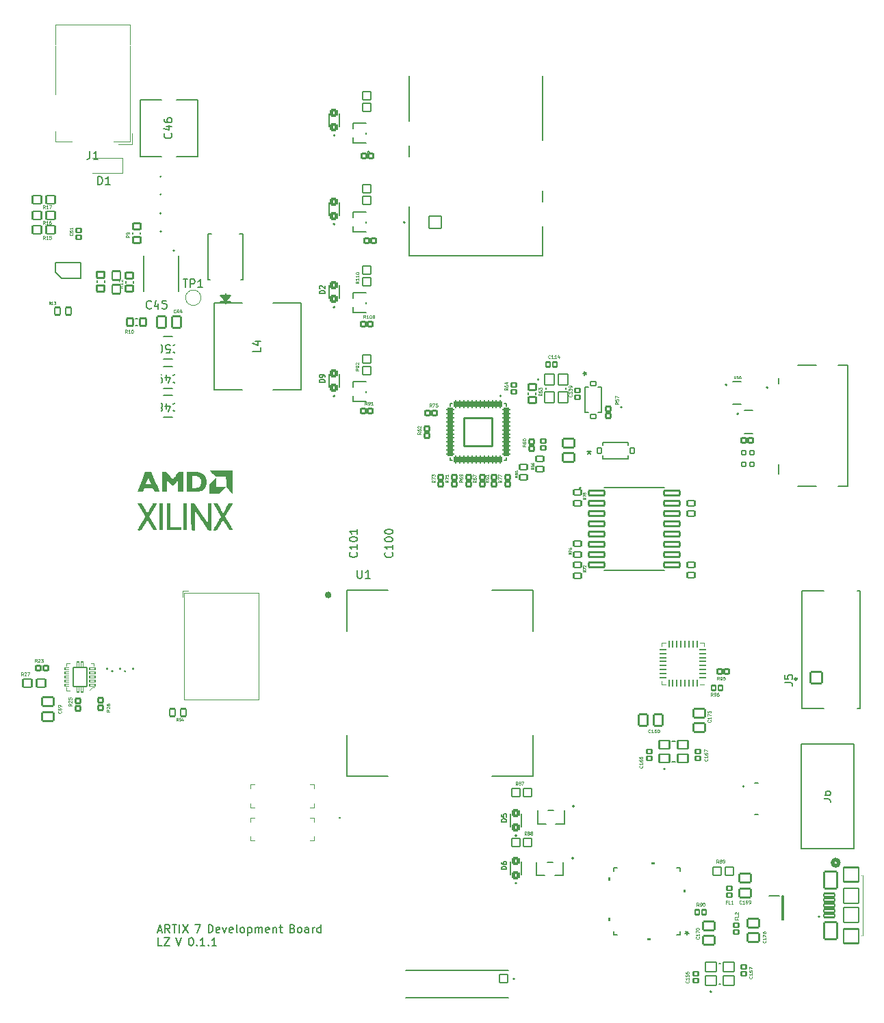
<source format=gbr>
G04 #@! TF.GenerationSoftware,KiCad,Pcbnew,(7.0.0)*
G04 #@! TF.CreationDate,2024-09-25T23:02:18+02:00*
G04 #@! TF.ProjectId,FPGA_dev_board,46504741-5f64-4657-965f-626f6172642e,rev?*
G04 #@! TF.SameCoordinates,Original*
G04 #@! TF.FileFunction,Legend,Top*
G04 #@! TF.FilePolarity,Positive*
%FSLAX46Y46*%
G04 Gerber Fmt 4.6, Leading zero omitted, Abs format (unit mm)*
G04 Created by KiCad (PCBNEW (7.0.0)) date 2024-09-25 23:02:18*
%MOMM*%
%LPD*%
G01*
G04 APERTURE LIST*
G04 Aperture macros list*
%AMRoundRect*
0 Rectangle with rounded corners*
0 $1 Rounding radius*
0 $2 $3 $4 $5 $6 $7 $8 $9 X,Y pos of 4 corners*
0 Add a 4 corners polygon primitive as box body*
4,1,4,$2,$3,$4,$5,$6,$7,$8,$9,$2,$3,0*
0 Add four circle primitives for the rounded corners*
1,1,$1+$1,$2,$3*
1,1,$1+$1,$4,$5*
1,1,$1+$1,$6,$7*
1,1,$1+$1,$8,$9*
0 Add four rect primitives between the rounded corners*
20,1,$1+$1,$2,$3,$4,$5,0*
20,1,$1+$1,$4,$5,$6,$7,0*
20,1,$1+$1,$6,$7,$8,$9,0*
20,1,$1+$1,$8,$9,$2,$3,0*%
G04 Aperture macros list end*
%ADD10C,0.150000*%
%ADD11C,0.098425*%
%ADD12C,0.098544*%
%ADD13C,0.078862*%
%ADD14C,0.080000*%
%ADD15C,0.078858*%
%ADD16C,0.152400*%
%ADD17C,0.127000*%
%ADD18C,0.200000*%
%ADD19C,0.120000*%
%ADD20C,0.400000*%
%ADD21C,0.100000*%
%ADD22C,0.508000*%
%ADD23C,0.300000*%
%ADD24C,0.010000*%
%ADD25R,0.508000X0.609600*%
%ADD26R,0.711200X0.711200*%
%ADD27RoundRect,0.102000X0.300000X-0.270000X0.300000X0.270000X-0.300000X0.270000X-0.300000X-0.270000X0*%
%ADD28RoundRect,0.102000X-0.300000X0.270000X-0.300000X-0.270000X0.300000X-0.270000X0.300000X0.270000X0*%
%ADD29R,0.965200X0.889000*%
%ADD30RoundRect,0.102000X0.469900X-0.381000X0.469900X0.381000X-0.469900X0.381000X-0.469900X-0.381000X0*%
%ADD31RoundRect,0.102000X-0.270000X-0.300000X0.270000X-0.300000X0.270000X0.300000X-0.270000X0.300000X0*%
%ADD32R,0.609600X0.508000*%
%ADD33RoundRect,0.200750X0.296250X-0.336250X0.296250X0.336250X-0.296250X0.336250X-0.296250X-0.336250X0*%
%ADD34C,0.400000*%
%ADD35R,0.508000X0.660400*%
%ADD36RoundRect,0.102000X-0.520000X-0.510000X0.520000X-0.510000X0.520000X0.510000X-0.520000X0.510000X0*%
%ADD37RoundRect,0.102000X0.520000X0.510000X-0.520000X0.510000X-0.520000X-0.510000X0.520000X-0.510000X0*%
%ADD38C,4.500000*%
%ADD39RoundRect,0.102000X0.550000X0.500000X-0.550000X0.500000X-0.550000X-0.500000X0.550000X-0.500000X0*%
%ADD40RoundRect,0.102000X-0.710000X0.540000X-0.710000X-0.540000X0.710000X-0.540000X0.710000X0.540000X0*%
%ADD41R,0.900000X0.800000*%
%ADD42RoundRect,0.062500X0.375000X0.062500X-0.375000X0.062500X-0.375000X-0.062500X0.375000X-0.062500X0*%
%ADD43RoundRect,0.062500X0.062500X0.375000X-0.062500X0.375000X-0.062500X-0.375000X0.062500X-0.375000X0*%
%ADD44R,3.450000X3.450000*%
%ADD45R,1.168400X0.457200*%
%ADD46C,0.704000*%
%ADD47C,0.420000*%
%ADD48RoundRect,0.070000X0.355000X-0.140000X0.355000X0.140000X-0.355000X0.140000X-0.355000X-0.140000X0*%
%ADD49RoundRect,0.070000X0.140000X-0.350000X0.140000X0.350000X-0.140000X0.350000X-0.140000X-0.350000X0*%
%ADD50C,0.300000*%
%ADD51C,0.300020*%
%ADD52RoundRect,0.070000X0.825000X-1.200000X0.825000X1.200000X-0.825000X1.200000X-0.825000X-1.200000X0*%
%ADD53RoundRect,0.102000X-0.355600X0.254000X-0.355600X-0.254000X0.355600X-0.254000X0.355600X0.254000X0*%
%ADD54C,2.100000*%
%ADD55C,2.310000*%
%ADD56RoundRect,0.102000X0.765000X0.765000X-0.765000X0.765000X-0.765000X-0.765000X0.765000X-0.765000X0*%
%ADD57C,1.734000*%
%ADD58C,1.929000*%
%ADD59C,2.304000*%
%ADD60R,0.558800X0.711200*%
%ADD61R,0.600000X0.750000*%
%ADD62RoundRect,0.102000X0.300000X-0.280000X0.300000X0.280000X-0.300000X0.280000X-0.300000X-0.280000X0*%
%ADD63RoundRect,0.102000X0.510000X-0.520000X0.510000X0.520000X-0.510000X0.520000X-0.510000X-0.520000X0*%
%ADD64C,1.000000*%
%ADD65R,0.660400X0.508000*%
%ADD66RoundRect,0.102000X-0.395000X-0.465000X0.395000X-0.465000X0.395000X0.465000X-0.395000X0.465000X0*%
%ADD67RoundRect,0.102000X-0.540000X-0.710000X0.540000X-0.710000X0.540000X0.710000X-0.540000X0.710000X0*%
%ADD68RoundRect,0.102000X-0.350000X-0.450000X0.350000X-0.450000X0.350000X0.450000X-0.350000X0.450000X0*%
%ADD69R,3.098800X5.207000*%
%ADD70R,0.990600X1.143000*%
%ADD71R,4.600000X2.000000*%
%ADD72O,4.200000X2.000000*%
%ADD73O,2.000000X4.200000*%
%ADD74R,1.066800X2.489200*%
%ADD75R,0.660400X0.254000*%
%ADD76RoundRect,0.126000X-0.996000X-0.276000X0.996000X-0.276000X0.996000X0.276000X-0.996000X0.276000X0*%
%ADD77RoundRect,0.102000X-0.237500X-0.250000X0.237500X-0.250000X0.237500X0.250000X-0.237500X0.250000X0*%
%ADD78R,0.304800X0.812800*%
%ADD79R,3.098800X2.692400*%
%ADD80RoundRect,0.102000X0.530000X0.530000X-0.530000X0.530000X-0.530000X-0.530000X0.530000X-0.530000X0*%
%ADD81C,1.264000*%
%ADD82RoundRect,0.102000X0.540000X0.710000X-0.540000X0.710000X-0.540000X-0.710000X0.540000X-0.710000X0*%
%ADD83R,1.200000X1.200000*%
%ADD84RoundRect,0.102000X-0.465000X0.395000X-0.465000X-0.395000X0.465000X-0.395000X0.465000X0.395000X0*%
%ADD85C,2.199000*%
%ADD86RoundRect,0.102000X0.710000X-0.540000X0.710000X0.540000X-0.710000X0.540000X-0.710000X-0.540000X0*%
%ADD87RoundRect,0.102000X-0.280000X-0.300000X0.280000X-0.300000X0.280000X0.300000X-0.280000X0.300000X0*%
%ADD88RoundRect,0.102000X-0.254000X-0.355600X0.254000X-0.355600X0.254000X0.355600X-0.254000X0.355600X0*%
%ADD89C,1.270000*%
%ADD90RoundRect,0.102000X0.675000X-0.200000X0.675000X0.200000X-0.675000X0.200000X-0.675000X-0.200000X0*%
%ADD91RoundRect,0.102000X0.800000X-1.050000X0.800000X1.050000X-0.800000X1.050000X-0.800000X-1.050000X0*%
%ADD92RoundRect,0.102000X0.950000X-0.900000X0.950000X0.900000X-0.950000X0.900000X-0.950000X-0.900000X0*%
%ADD93RoundRect,0.102000X0.950000X-0.950000X0.950000X0.950000X-0.950000X0.950000X-0.950000X-0.950000X0*%
%ADD94RoundRect,0.102000X0.350000X0.450000X-0.350000X0.450000X-0.350000X-0.450000X0.350000X-0.450000X0*%
%ADD95RoundRect,0.102000X-0.300000X0.280000X-0.300000X-0.280000X0.300000X-0.280000X0.300000X0.280000X0*%
%ADD96RoundRect,0.102000X0.270000X0.300000X-0.270000X0.300000X-0.270000X-0.300000X0.270000X-0.300000X0*%
%ADD97RoundRect,0.102000X-0.600000X-0.700000X0.600000X-0.700000X0.600000X0.700000X-0.600000X0.700000X0*%
%ADD98RoundRect,0.102000X-0.450000X0.350000X-0.450000X-0.350000X0.450000X-0.350000X0.450000X0.350000X0*%
%ADD99RoundRect,0.102000X-0.295000X-0.300000X0.295000X-0.300000X0.295000X0.300000X-0.295000X0.300000X0*%
%ADD100R,1.250000X0.600000*%
%ADD101R,0.965200X0.939800*%
%ADD102RoundRect,0.102000X0.450000X-0.350000X0.450000X0.350000X-0.450000X0.350000X-0.450000X-0.350000X0*%
%ADD103RoundRect,0.102000X-0.550000X-0.500000X0.550000X-0.500000X0.550000X0.500000X-0.550000X0.500000X0*%
%ADD104RoundRect,0.102000X0.280000X0.300000X-0.280000X0.300000X-0.280000X-0.300000X0.280000X-0.300000X0*%
%ADD105R,0.558800X1.270000*%
%ADD106O,0.449999X1.699999*%
%ADD107RoundRect,0.102000X0.650000X-0.525000X0.650000X0.525000X-0.650000X0.525000X-0.650000X-0.525000X0*%
%ADD108RoundRect,0.102000X0.714000X-0.714000X0.714000X0.714000X-0.714000X0.714000X-0.714000X-0.714000X0*%
%ADD109C,1.632000*%
%ADD110C,3.550000*%
%ADD111R,3.149600X2.667000*%
%ADD112RoundRect,0.102000X0.465000X-0.395000X0.465000X0.395000X-0.465000X0.395000X-0.465000X-0.395000X0*%
%ADD113RoundRect,0.102000X0.700000X-0.600000X0.700000X0.600000X-0.700000X0.600000X-0.700000X-0.600000X0*%
%ADD114R,1.143000X2.997200*%
%ADD115R,0.807999X0.254800*%
%ADD116R,0.254800X0.807999*%
%ADD117R,5.943600X5.943600*%
%ADD118R,4.300000X0.700000*%
%ADD119R,3.200000X0.700000*%
%ADD120RoundRect,0.102000X-0.500000X0.550000X-0.500000X-0.550000X0.500000X-0.550000X0.500000X0.550000X0*%
%ADD121RoundRect,0.135750X-0.101250X0.371250X-0.101250X-0.371250X0.101250X-0.371250X0.101250X0.371250X0*%
%ADD122RoundRect,0.135750X-0.371250X-0.101250X0.371250X-0.101250X0.371250X0.101250X-0.371250X0.101250X0*%
%ADD123RoundRect,0.102000X-1.750000X1.750000X-1.750000X-1.750000X1.750000X-1.750000X1.750000X1.750000X0*%
%ADD124C,0.754000*%
G04 #@! TA.AperFunction,Profile*
%ADD125C,0.100000*%
G04 #@! TD*
G04 #@! TA.AperFunction,Profile*
%ADD126C,0.010000*%
G04 #@! TD*
G04 APERTURE END LIST*
D10*
X65530476Y-229226666D02*
X66006666Y-229226666D01*
X65435238Y-229512380D02*
X65768571Y-228512380D01*
X65768571Y-228512380D02*
X66101904Y-229512380D01*
X67006666Y-229512380D02*
X66673333Y-229036190D01*
X66435238Y-229512380D02*
X66435238Y-228512380D01*
X66435238Y-228512380D02*
X66816190Y-228512380D01*
X66816190Y-228512380D02*
X66911428Y-228560000D01*
X66911428Y-228560000D02*
X66959047Y-228607619D01*
X66959047Y-228607619D02*
X67006666Y-228702857D01*
X67006666Y-228702857D02*
X67006666Y-228845714D01*
X67006666Y-228845714D02*
X66959047Y-228940952D01*
X66959047Y-228940952D02*
X66911428Y-228988571D01*
X66911428Y-228988571D02*
X66816190Y-229036190D01*
X66816190Y-229036190D02*
X66435238Y-229036190D01*
X67292381Y-228512380D02*
X67863809Y-228512380D01*
X67578095Y-229512380D02*
X67578095Y-228512380D01*
X68197143Y-229512380D02*
X68197143Y-228512380D01*
X68578095Y-228512380D02*
X69244761Y-229512380D01*
X69244761Y-228512380D02*
X68578095Y-229512380D01*
X70130476Y-228512380D02*
X70797142Y-228512380D01*
X70797142Y-228512380D02*
X70368571Y-229512380D01*
X71778095Y-229512380D02*
X71778095Y-228512380D01*
X71778095Y-228512380D02*
X72016190Y-228512380D01*
X72016190Y-228512380D02*
X72159047Y-228560000D01*
X72159047Y-228560000D02*
X72254285Y-228655238D01*
X72254285Y-228655238D02*
X72301904Y-228750476D01*
X72301904Y-228750476D02*
X72349523Y-228940952D01*
X72349523Y-228940952D02*
X72349523Y-229083809D01*
X72349523Y-229083809D02*
X72301904Y-229274285D01*
X72301904Y-229274285D02*
X72254285Y-229369523D01*
X72254285Y-229369523D02*
X72159047Y-229464761D01*
X72159047Y-229464761D02*
X72016190Y-229512380D01*
X72016190Y-229512380D02*
X71778095Y-229512380D01*
X73159047Y-229464761D02*
X73063809Y-229512380D01*
X73063809Y-229512380D02*
X72873333Y-229512380D01*
X72873333Y-229512380D02*
X72778095Y-229464761D01*
X72778095Y-229464761D02*
X72730476Y-229369523D01*
X72730476Y-229369523D02*
X72730476Y-228988571D01*
X72730476Y-228988571D02*
X72778095Y-228893333D01*
X72778095Y-228893333D02*
X72873333Y-228845714D01*
X72873333Y-228845714D02*
X73063809Y-228845714D01*
X73063809Y-228845714D02*
X73159047Y-228893333D01*
X73159047Y-228893333D02*
X73206666Y-228988571D01*
X73206666Y-228988571D02*
X73206666Y-229083809D01*
X73206666Y-229083809D02*
X72730476Y-229179047D01*
X73540000Y-228845714D02*
X73778095Y-229512380D01*
X73778095Y-229512380D02*
X74016190Y-228845714D01*
X74778095Y-229464761D02*
X74682857Y-229512380D01*
X74682857Y-229512380D02*
X74492381Y-229512380D01*
X74492381Y-229512380D02*
X74397143Y-229464761D01*
X74397143Y-229464761D02*
X74349524Y-229369523D01*
X74349524Y-229369523D02*
X74349524Y-228988571D01*
X74349524Y-228988571D02*
X74397143Y-228893333D01*
X74397143Y-228893333D02*
X74492381Y-228845714D01*
X74492381Y-228845714D02*
X74682857Y-228845714D01*
X74682857Y-228845714D02*
X74778095Y-228893333D01*
X74778095Y-228893333D02*
X74825714Y-228988571D01*
X74825714Y-228988571D02*
X74825714Y-229083809D01*
X74825714Y-229083809D02*
X74349524Y-229179047D01*
X75397143Y-229512380D02*
X75301905Y-229464761D01*
X75301905Y-229464761D02*
X75254286Y-229369523D01*
X75254286Y-229369523D02*
X75254286Y-228512380D01*
X75920953Y-229512380D02*
X75825715Y-229464761D01*
X75825715Y-229464761D02*
X75778096Y-229417142D01*
X75778096Y-229417142D02*
X75730477Y-229321904D01*
X75730477Y-229321904D02*
X75730477Y-229036190D01*
X75730477Y-229036190D02*
X75778096Y-228940952D01*
X75778096Y-228940952D02*
X75825715Y-228893333D01*
X75825715Y-228893333D02*
X75920953Y-228845714D01*
X75920953Y-228845714D02*
X76063810Y-228845714D01*
X76063810Y-228845714D02*
X76159048Y-228893333D01*
X76159048Y-228893333D02*
X76206667Y-228940952D01*
X76206667Y-228940952D02*
X76254286Y-229036190D01*
X76254286Y-229036190D02*
X76254286Y-229321904D01*
X76254286Y-229321904D02*
X76206667Y-229417142D01*
X76206667Y-229417142D02*
X76159048Y-229464761D01*
X76159048Y-229464761D02*
X76063810Y-229512380D01*
X76063810Y-229512380D02*
X75920953Y-229512380D01*
X76682858Y-228845714D02*
X76682858Y-229845714D01*
X76682858Y-228893333D02*
X76778096Y-228845714D01*
X76778096Y-228845714D02*
X76968572Y-228845714D01*
X76968572Y-228845714D02*
X77063810Y-228893333D01*
X77063810Y-228893333D02*
X77111429Y-228940952D01*
X77111429Y-228940952D02*
X77159048Y-229036190D01*
X77159048Y-229036190D02*
X77159048Y-229321904D01*
X77159048Y-229321904D02*
X77111429Y-229417142D01*
X77111429Y-229417142D02*
X77063810Y-229464761D01*
X77063810Y-229464761D02*
X76968572Y-229512380D01*
X76968572Y-229512380D02*
X76778096Y-229512380D01*
X76778096Y-229512380D02*
X76682858Y-229464761D01*
X77587620Y-229512380D02*
X77587620Y-228845714D01*
X77587620Y-228940952D02*
X77635239Y-228893333D01*
X77635239Y-228893333D02*
X77730477Y-228845714D01*
X77730477Y-228845714D02*
X77873334Y-228845714D01*
X77873334Y-228845714D02*
X77968572Y-228893333D01*
X77968572Y-228893333D02*
X78016191Y-228988571D01*
X78016191Y-228988571D02*
X78016191Y-229512380D01*
X78016191Y-228988571D02*
X78063810Y-228893333D01*
X78063810Y-228893333D02*
X78159048Y-228845714D01*
X78159048Y-228845714D02*
X78301905Y-228845714D01*
X78301905Y-228845714D02*
X78397144Y-228893333D01*
X78397144Y-228893333D02*
X78444763Y-228988571D01*
X78444763Y-228988571D02*
X78444763Y-229512380D01*
X79301905Y-229464761D02*
X79206667Y-229512380D01*
X79206667Y-229512380D02*
X79016191Y-229512380D01*
X79016191Y-229512380D02*
X78920953Y-229464761D01*
X78920953Y-229464761D02*
X78873334Y-229369523D01*
X78873334Y-229369523D02*
X78873334Y-228988571D01*
X78873334Y-228988571D02*
X78920953Y-228893333D01*
X78920953Y-228893333D02*
X79016191Y-228845714D01*
X79016191Y-228845714D02*
X79206667Y-228845714D01*
X79206667Y-228845714D02*
X79301905Y-228893333D01*
X79301905Y-228893333D02*
X79349524Y-228988571D01*
X79349524Y-228988571D02*
X79349524Y-229083809D01*
X79349524Y-229083809D02*
X78873334Y-229179047D01*
X79778096Y-228845714D02*
X79778096Y-229512380D01*
X79778096Y-228940952D02*
X79825715Y-228893333D01*
X79825715Y-228893333D02*
X79920953Y-228845714D01*
X79920953Y-228845714D02*
X80063810Y-228845714D01*
X80063810Y-228845714D02*
X80159048Y-228893333D01*
X80159048Y-228893333D02*
X80206667Y-228988571D01*
X80206667Y-228988571D02*
X80206667Y-229512380D01*
X80540001Y-228845714D02*
X80920953Y-228845714D01*
X80682858Y-228512380D02*
X80682858Y-229369523D01*
X80682858Y-229369523D02*
X80730477Y-229464761D01*
X80730477Y-229464761D02*
X80825715Y-229512380D01*
X80825715Y-229512380D02*
X80920953Y-229512380D01*
X82187620Y-228988571D02*
X82330477Y-229036190D01*
X82330477Y-229036190D02*
X82378096Y-229083809D01*
X82378096Y-229083809D02*
X82425715Y-229179047D01*
X82425715Y-229179047D02*
X82425715Y-229321904D01*
X82425715Y-229321904D02*
X82378096Y-229417142D01*
X82378096Y-229417142D02*
X82330477Y-229464761D01*
X82330477Y-229464761D02*
X82235239Y-229512380D01*
X82235239Y-229512380D02*
X81854287Y-229512380D01*
X81854287Y-229512380D02*
X81854287Y-228512380D01*
X81854287Y-228512380D02*
X82187620Y-228512380D01*
X82187620Y-228512380D02*
X82282858Y-228560000D01*
X82282858Y-228560000D02*
X82330477Y-228607619D01*
X82330477Y-228607619D02*
X82378096Y-228702857D01*
X82378096Y-228702857D02*
X82378096Y-228798095D01*
X82378096Y-228798095D02*
X82330477Y-228893333D01*
X82330477Y-228893333D02*
X82282858Y-228940952D01*
X82282858Y-228940952D02*
X82187620Y-228988571D01*
X82187620Y-228988571D02*
X81854287Y-228988571D01*
X82997144Y-229512380D02*
X82901906Y-229464761D01*
X82901906Y-229464761D02*
X82854287Y-229417142D01*
X82854287Y-229417142D02*
X82806668Y-229321904D01*
X82806668Y-229321904D02*
X82806668Y-229036190D01*
X82806668Y-229036190D02*
X82854287Y-228940952D01*
X82854287Y-228940952D02*
X82901906Y-228893333D01*
X82901906Y-228893333D02*
X82997144Y-228845714D01*
X82997144Y-228845714D02*
X83140001Y-228845714D01*
X83140001Y-228845714D02*
X83235239Y-228893333D01*
X83235239Y-228893333D02*
X83282858Y-228940952D01*
X83282858Y-228940952D02*
X83330477Y-229036190D01*
X83330477Y-229036190D02*
X83330477Y-229321904D01*
X83330477Y-229321904D02*
X83282858Y-229417142D01*
X83282858Y-229417142D02*
X83235239Y-229464761D01*
X83235239Y-229464761D02*
X83140001Y-229512380D01*
X83140001Y-229512380D02*
X82997144Y-229512380D01*
X84187620Y-229512380D02*
X84187620Y-228988571D01*
X84187620Y-228988571D02*
X84140001Y-228893333D01*
X84140001Y-228893333D02*
X84044763Y-228845714D01*
X84044763Y-228845714D02*
X83854287Y-228845714D01*
X83854287Y-228845714D02*
X83759049Y-228893333D01*
X84187620Y-229464761D02*
X84092382Y-229512380D01*
X84092382Y-229512380D02*
X83854287Y-229512380D01*
X83854287Y-229512380D02*
X83759049Y-229464761D01*
X83759049Y-229464761D02*
X83711430Y-229369523D01*
X83711430Y-229369523D02*
X83711430Y-229274285D01*
X83711430Y-229274285D02*
X83759049Y-229179047D01*
X83759049Y-229179047D02*
X83854287Y-229131428D01*
X83854287Y-229131428D02*
X84092382Y-229131428D01*
X84092382Y-229131428D02*
X84187620Y-229083809D01*
X84663811Y-229512380D02*
X84663811Y-228845714D01*
X84663811Y-229036190D02*
X84711430Y-228940952D01*
X84711430Y-228940952D02*
X84759049Y-228893333D01*
X84759049Y-228893333D02*
X84854287Y-228845714D01*
X84854287Y-228845714D02*
X84949525Y-228845714D01*
X85711430Y-229512380D02*
X85711430Y-228512380D01*
X85711430Y-229464761D02*
X85616192Y-229512380D01*
X85616192Y-229512380D02*
X85425716Y-229512380D01*
X85425716Y-229512380D02*
X85330478Y-229464761D01*
X85330478Y-229464761D02*
X85282859Y-229417142D01*
X85282859Y-229417142D02*
X85235240Y-229321904D01*
X85235240Y-229321904D02*
X85235240Y-229036190D01*
X85235240Y-229036190D02*
X85282859Y-228940952D01*
X85282859Y-228940952D02*
X85330478Y-228893333D01*
X85330478Y-228893333D02*
X85425716Y-228845714D01*
X85425716Y-228845714D02*
X85616192Y-228845714D01*
X85616192Y-228845714D02*
X85711430Y-228893333D01*
X66054285Y-231132380D02*
X65578095Y-231132380D01*
X65578095Y-231132380D02*
X65578095Y-230132380D01*
X66292381Y-230132380D02*
X66959047Y-230132380D01*
X66959047Y-230132380D02*
X66292381Y-231132380D01*
X66292381Y-231132380D02*
X66959047Y-231132380D01*
X67797143Y-230132380D02*
X68130476Y-231132380D01*
X68130476Y-231132380D02*
X68463809Y-230132380D01*
X69587619Y-230132380D02*
X69682857Y-230132380D01*
X69682857Y-230132380D02*
X69778095Y-230180000D01*
X69778095Y-230180000D02*
X69825714Y-230227619D01*
X69825714Y-230227619D02*
X69873333Y-230322857D01*
X69873333Y-230322857D02*
X69920952Y-230513333D01*
X69920952Y-230513333D02*
X69920952Y-230751428D01*
X69920952Y-230751428D02*
X69873333Y-230941904D01*
X69873333Y-230941904D02*
X69825714Y-231037142D01*
X69825714Y-231037142D02*
X69778095Y-231084761D01*
X69778095Y-231084761D02*
X69682857Y-231132380D01*
X69682857Y-231132380D02*
X69587619Y-231132380D01*
X69587619Y-231132380D02*
X69492381Y-231084761D01*
X69492381Y-231084761D02*
X69444762Y-231037142D01*
X69444762Y-231037142D02*
X69397143Y-230941904D01*
X69397143Y-230941904D02*
X69349524Y-230751428D01*
X69349524Y-230751428D02*
X69349524Y-230513333D01*
X69349524Y-230513333D02*
X69397143Y-230322857D01*
X69397143Y-230322857D02*
X69444762Y-230227619D01*
X69444762Y-230227619D02*
X69492381Y-230180000D01*
X69492381Y-230180000D02*
X69587619Y-230132380D01*
X70349524Y-231037142D02*
X70397143Y-231084761D01*
X70397143Y-231084761D02*
X70349524Y-231132380D01*
X70349524Y-231132380D02*
X70301905Y-231084761D01*
X70301905Y-231084761D02*
X70349524Y-231037142D01*
X70349524Y-231037142D02*
X70349524Y-231132380D01*
X71349523Y-231132380D02*
X70778095Y-231132380D01*
X71063809Y-231132380D02*
X71063809Y-230132380D01*
X71063809Y-230132380D02*
X70968571Y-230275238D01*
X70968571Y-230275238D02*
X70873333Y-230370476D01*
X70873333Y-230370476D02*
X70778095Y-230418095D01*
X71778095Y-231037142D02*
X71825714Y-231084761D01*
X71825714Y-231084761D02*
X71778095Y-231132380D01*
X71778095Y-231132380D02*
X71730476Y-231084761D01*
X71730476Y-231084761D02*
X71778095Y-231037142D01*
X71778095Y-231037142D02*
X71778095Y-231132380D01*
X72778094Y-231132380D02*
X72206666Y-231132380D01*
X72492380Y-231132380D02*
X72492380Y-230132380D01*
X72492380Y-230132380D02*
X72397142Y-230275238D01*
X72397142Y-230275238D02*
X72301904Y-230370476D01*
X72301904Y-230370476D02*
X72206666Y-230418095D01*
D11*
X125467143Y-208850569D02*
X125485890Y-208869317D01*
X125485890Y-208869317D02*
X125504638Y-208925560D01*
X125504638Y-208925560D02*
X125504638Y-208963055D01*
X125504638Y-208963055D02*
X125485890Y-209019298D01*
X125485890Y-209019298D02*
X125448395Y-209056794D01*
X125448395Y-209056794D02*
X125410900Y-209075541D01*
X125410900Y-209075541D02*
X125335909Y-209094289D01*
X125335909Y-209094289D02*
X125279666Y-209094289D01*
X125279666Y-209094289D02*
X125204675Y-209075541D01*
X125204675Y-209075541D02*
X125167180Y-209056794D01*
X125167180Y-209056794D02*
X125129685Y-209019298D01*
X125129685Y-209019298D02*
X125110937Y-208963055D01*
X125110937Y-208963055D02*
X125110937Y-208925560D01*
X125110937Y-208925560D02*
X125129685Y-208869317D01*
X125129685Y-208869317D02*
X125148432Y-208850569D01*
X125504638Y-208475616D02*
X125504638Y-208700588D01*
X125504638Y-208588102D02*
X125110937Y-208588102D01*
X125110937Y-208588102D02*
X125167180Y-208625597D01*
X125167180Y-208625597D02*
X125204675Y-208663093D01*
X125204675Y-208663093D02*
X125223423Y-208700588D01*
X125110937Y-208138158D02*
X125110937Y-208213149D01*
X125110937Y-208213149D02*
X125129685Y-208250644D01*
X125129685Y-208250644D02*
X125148432Y-208269392D01*
X125148432Y-208269392D02*
X125204675Y-208306887D01*
X125204675Y-208306887D02*
X125279666Y-208325635D01*
X125279666Y-208325635D02*
X125429647Y-208325635D01*
X125429647Y-208325635D02*
X125467143Y-208306887D01*
X125467143Y-208306887D02*
X125485890Y-208288140D01*
X125485890Y-208288140D02*
X125504638Y-208250644D01*
X125504638Y-208250644D02*
X125504638Y-208175654D01*
X125504638Y-208175654D02*
X125485890Y-208138158D01*
X125485890Y-208138158D02*
X125467143Y-208119411D01*
X125467143Y-208119411D02*
X125429647Y-208100663D01*
X125429647Y-208100663D02*
X125335909Y-208100663D01*
X125335909Y-208100663D02*
X125298414Y-208119411D01*
X125298414Y-208119411D02*
X125279666Y-208138158D01*
X125279666Y-208138158D02*
X125260918Y-208175654D01*
X125260918Y-208175654D02*
X125260918Y-208250644D01*
X125260918Y-208250644D02*
X125279666Y-208288140D01*
X125279666Y-208288140D02*
X125298414Y-208306887D01*
X125298414Y-208306887D02*
X125335909Y-208325635D01*
X125110937Y-207763205D02*
X125110937Y-207838196D01*
X125110937Y-207838196D02*
X125129685Y-207875691D01*
X125129685Y-207875691D02*
X125148432Y-207894439D01*
X125148432Y-207894439D02*
X125204675Y-207931934D01*
X125204675Y-207931934D02*
X125279666Y-207950682D01*
X125279666Y-207950682D02*
X125429647Y-207950682D01*
X125429647Y-207950682D02*
X125467143Y-207931934D01*
X125467143Y-207931934D02*
X125485890Y-207913187D01*
X125485890Y-207913187D02*
X125504638Y-207875691D01*
X125504638Y-207875691D02*
X125504638Y-207800701D01*
X125504638Y-207800701D02*
X125485890Y-207763205D01*
X125485890Y-207763205D02*
X125467143Y-207744458D01*
X125467143Y-207744458D02*
X125429647Y-207725710D01*
X125429647Y-207725710D02*
X125335909Y-207725710D01*
X125335909Y-207725710D02*
X125298414Y-207744458D01*
X125298414Y-207744458D02*
X125279666Y-207763205D01*
X125279666Y-207763205D02*
X125260918Y-207800701D01*
X125260918Y-207800701D02*
X125260918Y-207875691D01*
X125260918Y-207875691D02*
X125279666Y-207913187D01*
X125279666Y-207913187D02*
X125298414Y-207931934D01*
X125298414Y-207931934D02*
X125335909Y-207950682D01*
X133507143Y-207990569D02*
X133525890Y-208009317D01*
X133525890Y-208009317D02*
X133544638Y-208065560D01*
X133544638Y-208065560D02*
X133544638Y-208103055D01*
X133544638Y-208103055D02*
X133525890Y-208159298D01*
X133525890Y-208159298D02*
X133488395Y-208196794D01*
X133488395Y-208196794D02*
X133450900Y-208215541D01*
X133450900Y-208215541D02*
X133375909Y-208234289D01*
X133375909Y-208234289D02*
X133319666Y-208234289D01*
X133319666Y-208234289D02*
X133244675Y-208215541D01*
X133244675Y-208215541D02*
X133207180Y-208196794D01*
X133207180Y-208196794D02*
X133169685Y-208159298D01*
X133169685Y-208159298D02*
X133150937Y-208103055D01*
X133150937Y-208103055D02*
X133150937Y-208065560D01*
X133150937Y-208065560D02*
X133169685Y-208009317D01*
X133169685Y-208009317D02*
X133188432Y-207990569D01*
X133544638Y-207615616D02*
X133544638Y-207840588D01*
X133544638Y-207728102D02*
X133150937Y-207728102D01*
X133150937Y-207728102D02*
X133207180Y-207765597D01*
X133207180Y-207765597D02*
X133244675Y-207803093D01*
X133244675Y-207803093D02*
X133263423Y-207840588D01*
X133150937Y-207278158D02*
X133150937Y-207353149D01*
X133150937Y-207353149D02*
X133169685Y-207390644D01*
X133169685Y-207390644D02*
X133188432Y-207409392D01*
X133188432Y-207409392D02*
X133244675Y-207446887D01*
X133244675Y-207446887D02*
X133319666Y-207465635D01*
X133319666Y-207465635D02*
X133469647Y-207465635D01*
X133469647Y-207465635D02*
X133507143Y-207446887D01*
X133507143Y-207446887D02*
X133525890Y-207428140D01*
X133525890Y-207428140D02*
X133544638Y-207390644D01*
X133544638Y-207390644D02*
X133544638Y-207315654D01*
X133544638Y-207315654D02*
X133525890Y-207278158D01*
X133525890Y-207278158D02*
X133507143Y-207259411D01*
X133507143Y-207259411D02*
X133469647Y-207240663D01*
X133469647Y-207240663D02*
X133375909Y-207240663D01*
X133375909Y-207240663D02*
X133338414Y-207259411D01*
X133338414Y-207259411D02*
X133319666Y-207278158D01*
X133319666Y-207278158D02*
X133300918Y-207315654D01*
X133300918Y-207315654D02*
X133300918Y-207390644D01*
X133300918Y-207390644D02*
X133319666Y-207428140D01*
X133319666Y-207428140D02*
X133338414Y-207446887D01*
X133338414Y-207446887D02*
X133375909Y-207465635D01*
X133150937Y-207109430D02*
X133150937Y-206846962D01*
X133150937Y-206846962D02*
X133544638Y-207015691D01*
X114086430Y-158362143D02*
X114067682Y-158380890D01*
X114067682Y-158380890D02*
X114011439Y-158399638D01*
X114011439Y-158399638D02*
X113973944Y-158399638D01*
X113973944Y-158399638D02*
X113917701Y-158380890D01*
X113917701Y-158380890D02*
X113880206Y-158343395D01*
X113880206Y-158343395D02*
X113861458Y-158305900D01*
X113861458Y-158305900D02*
X113842710Y-158230909D01*
X113842710Y-158230909D02*
X113842710Y-158174666D01*
X113842710Y-158174666D02*
X113861458Y-158099675D01*
X113861458Y-158099675D02*
X113880206Y-158062180D01*
X113880206Y-158062180D02*
X113917701Y-158024685D01*
X113917701Y-158024685D02*
X113973944Y-158005937D01*
X113973944Y-158005937D02*
X114011439Y-158005937D01*
X114011439Y-158005937D02*
X114067682Y-158024685D01*
X114067682Y-158024685D02*
X114086430Y-158043432D01*
X114461383Y-158399638D02*
X114236411Y-158399638D01*
X114348897Y-158399638D02*
X114348897Y-158005937D01*
X114348897Y-158005937D02*
X114311402Y-158062180D01*
X114311402Y-158062180D02*
X114273907Y-158099675D01*
X114273907Y-158099675D02*
X114236411Y-158118423D01*
X114836336Y-158399638D02*
X114611364Y-158399638D01*
X114723850Y-158399638D02*
X114723850Y-158005937D01*
X114723850Y-158005937D02*
X114686355Y-158062180D01*
X114686355Y-158062180D02*
X114648860Y-158099675D01*
X114648860Y-158099675D02*
X114611364Y-158118423D01*
X115173794Y-158137171D02*
X115173794Y-158399638D01*
X115080056Y-157987189D02*
X114986317Y-158268404D01*
X114986317Y-158268404D02*
X115230037Y-158268404D01*
D10*
X108670223Y-215780381D02*
X108030223Y-215780381D01*
X108030223Y-215780381D02*
X108030223Y-215628000D01*
X108030223Y-215628000D02*
X108060700Y-215536571D01*
X108060700Y-215536571D02*
X108121652Y-215475619D01*
X108121652Y-215475619D02*
X108182604Y-215445142D01*
X108182604Y-215445142D02*
X108304509Y-215414666D01*
X108304509Y-215414666D02*
X108395938Y-215414666D01*
X108395938Y-215414666D02*
X108517842Y-215445142D01*
X108517842Y-215445142D02*
X108578795Y-215475619D01*
X108578795Y-215475619D02*
X108639747Y-215536571D01*
X108639747Y-215536571D02*
X108670223Y-215628000D01*
X108670223Y-215628000D02*
X108670223Y-215780381D01*
X108030223Y-214835619D02*
X108030223Y-215140381D01*
X108030223Y-215140381D02*
X108334985Y-215170857D01*
X108334985Y-215170857D02*
X108304509Y-215140381D01*
X108304509Y-215140381D02*
X108274033Y-215079428D01*
X108274033Y-215079428D02*
X108274033Y-214927047D01*
X108274033Y-214927047D02*
X108304509Y-214866095D01*
X108304509Y-214866095D02*
X108334985Y-214835619D01*
X108334985Y-214835619D02*
X108395938Y-214805142D01*
X108395938Y-214805142D02*
X108548319Y-214805142D01*
X108548319Y-214805142D02*
X108609271Y-214835619D01*
X108609271Y-214835619D02*
X108639747Y-214866095D01*
X108639747Y-214866095D02*
X108670223Y-214927047D01*
X108670223Y-214927047D02*
X108670223Y-215079428D01*
X108670223Y-215079428D02*
X108639747Y-215140381D01*
X108639747Y-215140381D02*
X108609271Y-215170857D01*
D11*
X110038407Y-211214638D02*
X109907173Y-211027161D01*
X109813435Y-211214638D02*
X109813435Y-210820937D01*
X109813435Y-210820937D02*
X109963416Y-210820937D01*
X109963416Y-210820937D02*
X110000912Y-210839685D01*
X110000912Y-210839685D02*
X110019659Y-210858432D01*
X110019659Y-210858432D02*
X110038407Y-210895928D01*
X110038407Y-210895928D02*
X110038407Y-210952171D01*
X110038407Y-210952171D02*
X110019659Y-210989666D01*
X110019659Y-210989666D02*
X110000912Y-211008414D01*
X110000912Y-211008414D02*
X109963416Y-211027161D01*
X109963416Y-211027161D02*
X109813435Y-211027161D01*
X110263379Y-210989666D02*
X110225884Y-210970918D01*
X110225884Y-210970918D02*
X110207136Y-210952171D01*
X110207136Y-210952171D02*
X110188388Y-210914675D01*
X110188388Y-210914675D02*
X110188388Y-210895928D01*
X110188388Y-210895928D02*
X110207136Y-210858432D01*
X110207136Y-210858432D02*
X110225884Y-210839685D01*
X110225884Y-210839685D02*
X110263379Y-210820937D01*
X110263379Y-210820937D02*
X110338370Y-210820937D01*
X110338370Y-210820937D02*
X110375865Y-210839685D01*
X110375865Y-210839685D02*
X110394613Y-210858432D01*
X110394613Y-210858432D02*
X110413360Y-210895928D01*
X110413360Y-210895928D02*
X110413360Y-210914675D01*
X110413360Y-210914675D02*
X110394613Y-210952171D01*
X110394613Y-210952171D02*
X110375865Y-210970918D01*
X110375865Y-210970918D02*
X110338370Y-210989666D01*
X110338370Y-210989666D02*
X110263379Y-210989666D01*
X110263379Y-210989666D02*
X110225884Y-211008414D01*
X110225884Y-211008414D02*
X110207136Y-211027161D01*
X110207136Y-211027161D02*
X110188388Y-211064657D01*
X110188388Y-211064657D02*
X110188388Y-211139647D01*
X110188388Y-211139647D02*
X110207136Y-211177143D01*
X110207136Y-211177143D02*
X110225884Y-211195890D01*
X110225884Y-211195890D02*
X110263379Y-211214638D01*
X110263379Y-211214638D02*
X110338370Y-211214638D01*
X110338370Y-211214638D02*
X110375865Y-211195890D01*
X110375865Y-211195890D02*
X110394613Y-211177143D01*
X110394613Y-211177143D02*
X110413360Y-211139647D01*
X110413360Y-211139647D02*
X110413360Y-211064657D01*
X110413360Y-211064657D02*
X110394613Y-211027161D01*
X110394613Y-211027161D02*
X110375865Y-211008414D01*
X110375865Y-211008414D02*
X110338370Y-210989666D01*
X110544594Y-210820937D02*
X110807061Y-210820937D01*
X110807061Y-210820937D02*
X110638332Y-211214638D01*
X134906907Y-220884638D02*
X134775673Y-220697161D01*
X134681935Y-220884638D02*
X134681935Y-220490937D01*
X134681935Y-220490937D02*
X134831916Y-220490937D01*
X134831916Y-220490937D02*
X134869412Y-220509685D01*
X134869412Y-220509685D02*
X134888159Y-220528432D01*
X134888159Y-220528432D02*
X134906907Y-220565928D01*
X134906907Y-220565928D02*
X134906907Y-220622171D01*
X134906907Y-220622171D02*
X134888159Y-220659666D01*
X134888159Y-220659666D02*
X134869412Y-220678414D01*
X134869412Y-220678414D02*
X134831916Y-220697161D01*
X134831916Y-220697161D02*
X134681935Y-220697161D01*
X135131879Y-220659666D02*
X135094384Y-220640918D01*
X135094384Y-220640918D02*
X135075636Y-220622171D01*
X135075636Y-220622171D02*
X135056888Y-220584675D01*
X135056888Y-220584675D02*
X135056888Y-220565928D01*
X135056888Y-220565928D02*
X135075636Y-220528432D01*
X135075636Y-220528432D02*
X135094384Y-220509685D01*
X135094384Y-220509685D02*
X135131879Y-220490937D01*
X135131879Y-220490937D02*
X135206870Y-220490937D01*
X135206870Y-220490937D02*
X135244365Y-220509685D01*
X135244365Y-220509685D02*
X135263113Y-220528432D01*
X135263113Y-220528432D02*
X135281860Y-220565928D01*
X135281860Y-220565928D02*
X135281860Y-220584675D01*
X135281860Y-220584675D02*
X135263113Y-220622171D01*
X135263113Y-220622171D02*
X135244365Y-220640918D01*
X135244365Y-220640918D02*
X135206870Y-220659666D01*
X135206870Y-220659666D02*
X135131879Y-220659666D01*
X135131879Y-220659666D02*
X135094384Y-220678414D01*
X135094384Y-220678414D02*
X135075636Y-220697161D01*
X135075636Y-220697161D02*
X135056888Y-220734657D01*
X135056888Y-220734657D02*
X135056888Y-220809647D01*
X135056888Y-220809647D02*
X135075636Y-220847143D01*
X135075636Y-220847143D02*
X135094384Y-220865890D01*
X135094384Y-220865890D02*
X135131879Y-220884638D01*
X135131879Y-220884638D02*
X135206870Y-220884638D01*
X135206870Y-220884638D02*
X135244365Y-220865890D01*
X135244365Y-220865890D02*
X135263113Y-220847143D01*
X135263113Y-220847143D02*
X135281860Y-220809647D01*
X135281860Y-220809647D02*
X135281860Y-220734657D01*
X135281860Y-220734657D02*
X135263113Y-220697161D01*
X135263113Y-220697161D02*
X135244365Y-220678414D01*
X135244365Y-220678414D02*
X135206870Y-220659666D01*
X135469337Y-220884638D02*
X135544327Y-220884638D01*
X135544327Y-220884638D02*
X135581823Y-220865890D01*
X135581823Y-220865890D02*
X135600570Y-220847143D01*
X135600570Y-220847143D02*
X135638066Y-220790900D01*
X135638066Y-220790900D02*
X135656813Y-220715909D01*
X135656813Y-220715909D02*
X135656813Y-220565928D01*
X135656813Y-220565928D02*
X135638066Y-220528432D01*
X135638066Y-220528432D02*
X135619318Y-220509685D01*
X135619318Y-220509685D02*
X135581823Y-220490937D01*
X135581823Y-220490937D02*
X135506832Y-220490937D01*
X135506832Y-220490937D02*
X135469337Y-220509685D01*
X135469337Y-220509685D02*
X135450589Y-220528432D01*
X135450589Y-220528432D02*
X135431841Y-220565928D01*
X135431841Y-220565928D02*
X135431841Y-220659666D01*
X135431841Y-220659666D02*
X135450589Y-220697161D01*
X135450589Y-220697161D02*
X135469337Y-220715909D01*
X135469337Y-220715909D02*
X135506832Y-220734657D01*
X135506832Y-220734657D02*
X135581823Y-220734657D01*
X135581823Y-220734657D02*
X135619318Y-220715909D01*
X135619318Y-220715909D02*
X135638066Y-220697161D01*
X135638066Y-220697161D02*
X135656813Y-220659666D01*
X116717143Y-162930569D02*
X116735890Y-162949317D01*
X116735890Y-162949317D02*
X116754638Y-163005560D01*
X116754638Y-163005560D02*
X116754638Y-163043055D01*
X116754638Y-163043055D02*
X116735890Y-163099298D01*
X116735890Y-163099298D02*
X116698395Y-163136794D01*
X116698395Y-163136794D02*
X116660900Y-163155541D01*
X116660900Y-163155541D02*
X116585909Y-163174289D01*
X116585909Y-163174289D02*
X116529666Y-163174289D01*
X116529666Y-163174289D02*
X116454675Y-163155541D01*
X116454675Y-163155541D02*
X116417180Y-163136794D01*
X116417180Y-163136794D02*
X116379685Y-163099298D01*
X116379685Y-163099298D02*
X116360937Y-163043055D01*
X116360937Y-163043055D02*
X116360937Y-163005560D01*
X116360937Y-163005560D02*
X116379685Y-162949317D01*
X116379685Y-162949317D02*
X116398432Y-162930569D01*
X116754638Y-162555616D02*
X116754638Y-162780588D01*
X116754638Y-162668102D02*
X116360937Y-162668102D01*
X116360937Y-162668102D02*
X116417180Y-162705597D01*
X116417180Y-162705597D02*
X116454675Y-162743093D01*
X116454675Y-162743093D02*
X116473423Y-162780588D01*
X116360937Y-162424383D02*
X116360937Y-162180663D01*
X116360937Y-162180663D02*
X116510918Y-162311897D01*
X116510918Y-162311897D02*
X116510918Y-162255654D01*
X116510918Y-162255654D02*
X116529666Y-162218158D01*
X116529666Y-162218158D02*
X116548414Y-162199411D01*
X116548414Y-162199411D02*
X116585909Y-162180663D01*
X116585909Y-162180663D02*
X116679647Y-162180663D01*
X116679647Y-162180663D02*
X116717143Y-162199411D01*
X116717143Y-162199411D02*
X116735890Y-162218158D01*
X116735890Y-162218158D02*
X116754638Y-162255654D01*
X116754638Y-162255654D02*
X116754638Y-162368140D01*
X116754638Y-162368140D02*
X116735890Y-162405635D01*
X116735890Y-162405635D02*
X116717143Y-162424383D01*
X116754638Y-161993187D02*
X116754638Y-161918196D01*
X116754638Y-161918196D02*
X116735890Y-161880701D01*
X116735890Y-161880701D02*
X116717143Y-161861953D01*
X116717143Y-161861953D02*
X116660900Y-161824458D01*
X116660900Y-161824458D02*
X116585909Y-161805710D01*
X116585909Y-161805710D02*
X116435928Y-161805710D01*
X116435928Y-161805710D02*
X116398432Y-161824458D01*
X116398432Y-161824458D02*
X116379685Y-161843205D01*
X116379685Y-161843205D02*
X116360937Y-161880701D01*
X116360937Y-161880701D02*
X116360937Y-161955691D01*
X116360937Y-161955691D02*
X116379685Y-161993187D01*
X116379685Y-161993187D02*
X116398432Y-162011934D01*
X116398432Y-162011934D02*
X116435928Y-162030682D01*
X116435928Y-162030682D02*
X116529666Y-162030682D01*
X116529666Y-162030682D02*
X116567161Y-162011934D01*
X116567161Y-162011934D02*
X116585909Y-161993187D01*
X116585909Y-161993187D02*
X116604657Y-161955691D01*
X116604657Y-161955691D02*
X116604657Y-161880701D01*
X116604657Y-161880701D02*
X116585909Y-161843205D01*
X116585909Y-161843205D02*
X116567161Y-161824458D01*
X116567161Y-161824458D02*
X116529666Y-161805710D01*
D10*
D12*
X51577072Y-143650997D02*
X51445680Y-143463295D01*
X51351829Y-143650997D02*
X51351829Y-143256823D01*
X51351829Y-143256823D02*
X51501991Y-143256823D01*
X51501991Y-143256823D02*
X51539531Y-143275594D01*
X51539531Y-143275594D02*
X51558302Y-143294364D01*
X51558302Y-143294364D02*
X51577072Y-143331904D01*
X51577072Y-143331904D02*
X51577072Y-143388215D01*
X51577072Y-143388215D02*
X51558302Y-143425755D01*
X51558302Y-143425755D02*
X51539531Y-143444525D01*
X51539531Y-143444525D02*
X51501991Y-143463295D01*
X51501991Y-143463295D02*
X51351829Y-143463295D01*
X51952476Y-143650997D02*
X51727233Y-143650997D01*
X51839854Y-143650997D02*
X51839854Y-143256823D01*
X51839854Y-143256823D02*
X51802314Y-143313134D01*
X51802314Y-143313134D02*
X51764774Y-143350674D01*
X51764774Y-143350674D02*
X51727233Y-143369444D01*
X52309109Y-143256823D02*
X52121407Y-143256823D01*
X52121407Y-143256823D02*
X52102637Y-143444525D01*
X52102637Y-143444525D02*
X52121407Y-143425755D01*
X52121407Y-143425755D02*
X52158948Y-143406985D01*
X52158948Y-143406985D02*
X52252799Y-143406985D01*
X52252799Y-143406985D02*
X52290339Y-143425755D01*
X52290339Y-143425755D02*
X52309109Y-143444525D01*
X52309109Y-143444525D02*
X52327880Y-143482066D01*
X52327880Y-143482066D02*
X52327880Y-143575917D01*
X52327880Y-143575917D02*
X52309109Y-143613457D01*
X52309109Y-143613457D02*
X52290339Y-143632227D01*
X52290339Y-143632227D02*
X52252799Y-143650997D01*
X52252799Y-143650997D02*
X52158948Y-143650997D01*
X52158948Y-143650997D02*
X52121407Y-143632227D01*
X52121407Y-143632227D02*
X52102637Y-143613457D01*
D11*
X132477143Y-230040569D02*
X132495890Y-230059317D01*
X132495890Y-230059317D02*
X132514638Y-230115560D01*
X132514638Y-230115560D02*
X132514638Y-230153055D01*
X132514638Y-230153055D02*
X132495890Y-230209298D01*
X132495890Y-230209298D02*
X132458395Y-230246794D01*
X132458395Y-230246794D02*
X132420900Y-230265541D01*
X132420900Y-230265541D02*
X132345909Y-230284289D01*
X132345909Y-230284289D02*
X132289666Y-230284289D01*
X132289666Y-230284289D02*
X132214675Y-230265541D01*
X132214675Y-230265541D02*
X132177180Y-230246794D01*
X132177180Y-230246794D02*
X132139685Y-230209298D01*
X132139685Y-230209298D02*
X132120937Y-230153055D01*
X132120937Y-230153055D02*
X132120937Y-230115560D01*
X132120937Y-230115560D02*
X132139685Y-230059317D01*
X132139685Y-230059317D02*
X132158432Y-230040569D01*
X132514638Y-229665616D02*
X132514638Y-229890588D01*
X132514638Y-229778102D02*
X132120937Y-229778102D01*
X132120937Y-229778102D02*
X132177180Y-229815597D01*
X132177180Y-229815597D02*
X132214675Y-229853093D01*
X132214675Y-229853093D02*
X132233423Y-229890588D01*
X132120937Y-229534383D02*
X132120937Y-229271915D01*
X132120937Y-229271915D02*
X132514638Y-229440644D01*
X132120937Y-229046944D02*
X132120937Y-229009448D01*
X132120937Y-229009448D02*
X132139685Y-228971953D01*
X132139685Y-228971953D02*
X132158432Y-228953205D01*
X132158432Y-228953205D02*
X132195928Y-228934458D01*
X132195928Y-228934458D02*
X132270918Y-228915710D01*
X132270918Y-228915710D02*
X132364657Y-228915710D01*
X132364657Y-228915710D02*
X132439647Y-228934458D01*
X132439647Y-228934458D02*
X132477143Y-228953205D01*
X132477143Y-228953205D02*
X132495890Y-228971953D01*
X132495890Y-228971953D02*
X132514638Y-229009448D01*
X132514638Y-229009448D02*
X132514638Y-229046944D01*
X132514638Y-229046944D02*
X132495890Y-229084439D01*
X132495890Y-229084439D02*
X132477143Y-229103187D01*
X132477143Y-229103187D02*
X132439647Y-229121934D01*
X132439647Y-229121934D02*
X132364657Y-229140682D01*
X132364657Y-229140682D02*
X132270918Y-229140682D01*
X132270918Y-229140682D02*
X132195928Y-229121934D01*
X132195928Y-229121934D02*
X132158432Y-229103187D01*
X132158432Y-229103187D02*
X132139685Y-229084439D01*
X132139685Y-229084439D02*
X132120937Y-229046944D01*
D10*
X90221332Y-184629852D02*
X90221332Y-185439522D01*
X90221332Y-185439522D02*
X90268960Y-185534778D01*
X90268960Y-185534778D02*
X90316587Y-185582405D01*
X90316587Y-185582405D02*
X90411843Y-185630033D01*
X90411843Y-185630033D02*
X90602353Y-185630033D01*
X90602353Y-185630033D02*
X90697609Y-185582405D01*
X90697609Y-185582405D02*
X90745236Y-185534778D01*
X90745236Y-185534778D02*
X90792864Y-185439522D01*
X90792864Y-185439522D02*
X90792864Y-184629852D01*
X91793045Y-185630033D02*
X91221513Y-185630033D01*
X91507279Y-185630033D02*
X91507279Y-184629852D01*
X91507279Y-184629852D02*
X91412024Y-184772735D01*
X91412024Y-184772735D02*
X91316769Y-184867990D01*
X91316769Y-184867990D02*
X91221513Y-184915618D01*
X118132380Y-160288799D02*
X118370476Y-160288799D01*
X118275238Y-160526894D02*
X118370476Y-160288799D01*
X118370476Y-160288799D02*
X118275238Y-160050704D01*
X118560952Y-160431656D02*
X118370476Y-160288799D01*
X118370476Y-160288799D02*
X118560952Y-160145942D01*
D12*
X51562070Y-141800997D02*
X51430678Y-141613295D01*
X51336827Y-141800997D02*
X51336827Y-141406823D01*
X51336827Y-141406823D02*
X51486989Y-141406823D01*
X51486989Y-141406823D02*
X51524529Y-141425594D01*
X51524529Y-141425594D02*
X51543300Y-141444364D01*
X51543300Y-141444364D02*
X51562070Y-141481904D01*
X51562070Y-141481904D02*
X51562070Y-141538215D01*
X51562070Y-141538215D02*
X51543300Y-141575755D01*
X51543300Y-141575755D02*
X51524529Y-141594525D01*
X51524529Y-141594525D02*
X51486989Y-141613295D01*
X51486989Y-141613295D02*
X51336827Y-141613295D01*
X51937474Y-141800997D02*
X51712231Y-141800997D01*
X51824852Y-141800997D02*
X51824852Y-141406823D01*
X51824852Y-141406823D02*
X51787312Y-141463134D01*
X51787312Y-141463134D02*
X51749772Y-141500674D01*
X51749772Y-141500674D02*
X51712231Y-141519444D01*
X52275337Y-141406823D02*
X52200256Y-141406823D01*
X52200256Y-141406823D02*
X52162716Y-141425594D01*
X52162716Y-141425594D02*
X52143946Y-141444364D01*
X52143946Y-141444364D02*
X52106405Y-141500674D01*
X52106405Y-141500674D02*
X52087635Y-141575755D01*
X52087635Y-141575755D02*
X52087635Y-141725917D01*
X52087635Y-141725917D02*
X52106405Y-141763457D01*
X52106405Y-141763457D02*
X52125176Y-141782227D01*
X52125176Y-141782227D02*
X52162716Y-141800997D01*
X52162716Y-141800997D02*
X52237797Y-141800997D01*
X52237797Y-141800997D02*
X52275337Y-141782227D01*
X52275337Y-141782227D02*
X52294107Y-141763457D01*
X52294107Y-141763457D02*
X52312878Y-141725917D01*
X52312878Y-141725917D02*
X52312878Y-141632066D01*
X52312878Y-141632066D02*
X52294107Y-141594525D01*
X52294107Y-141594525D02*
X52275337Y-141575755D01*
X52275337Y-141575755D02*
X52237797Y-141556985D01*
X52237797Y-141556985D02*
X52162716Y-141556985D01*
X52162716Y-141556985D02*
X52125176Y-141575755D01*
X52125176Y-141575755D02*
X52106405Y-141594525D01*
X52106405Y-141594525D02*
X52087635Y-141632066D01*
D11*
X108824638Y-162093092D02*
X108637161Y-162224326D01*
X108824638Y-162318064D02*
X108430937Y-162318064D01*
X108430937Y-162318064D02*
X108430937Y-162168083D01*
X108430937Y-162168083D02*
X108449685Y-162130588D01*
X108449685Y-162130588D02*
X108468432Y-162111840D01*
X108468432Y-162111840D02*
X108505928Y-162093092D01*
X108505928Y-162093092D02*
X108562171Y-162093092D01*
X108562171Y-162093092D02*
X108599666Y-162111840D01*
X108599666Y-162111840D02*
X108618414Y-162130588D01*
X108618414Y-162130588D02*
X108637161Y-162168083D01*
X108637161Y-162168083D02*
X108637161Y-162318064D01*
X108430937Y-161755634D02*
X108430937Y-161830625D01*
X108430937Y-161830625D02*
X108449685Y-161868120D01*
X108449685Y-161868120D02*
X108468432Y-161886868D01*
X108468432Y-161886868D02*
X108524675Y-161924363D01*
X108524675Y-161924363D02*
X108599666Y-161943111D01*
X108599666Y-161943111D02*
X108749647Y-161943111D01*
X108749647Y-161943111D02*
X108787143Y-161924363D01*
X108787143Y-161924363D02*
X108805890Y-161905616D01*
X108805890Y-161905616D02*
X108824638Y-161868120D01*
X108824638Y-161868120D02*
X108824638Y-161793130D01*
X108824638Y-161793130D02*
X108805890Y-161755634D01*
X108805890Y-161755634D02*
X108787143Y-161736887D01*
X108787143Y-161736887D02*
X108749647Y-161718139D01*
X108749647Y-161718139D02*
X108655909Y-161718139D01*
X108655909Y-161718139D02*
X108618414Y-161736887D01*
X108618414Y-161736887D02*
X108599666Y-161755634D01*
X108599666Y-161755634D02*
X108580918Y-161793130D01*
X108580918Y-161793130D02*
X108580918Y-161868120D01*
X108580918Y-161868120D02*
X108599666Y-161905616D01*
X108599666Y-161905616D02*
X108618414Y-161924363D01*
X108618414Y-161924363D02*
X108655909Y-161943111D01*
X108562171Y-161380681D02*
X108824638Y-161380681D01*
X108412189Y-161474420D02*
X108693404Y-161568158D01*
X108693404Y-161568158D02*
X108693404Y-161324438D01*
X54874638Y-201163092D02*
X54687161Y-201294326D01*
X54874638Y-201388064D02*
X54480937Y-201388064D01*
X54480937Y-201388064D02*
X54480937Y-201238083D01*
X54480937Y-201238083D02*
X54499685Y-201200588D01*
X54499685Y-201200588D02*
X54518432Y-201181840D01*
X54518432Y-201181840D02*
X54555928Y-201163092D01*
X54555928Y-201163092D02*
X54612171Y-201163092D01*
X54612171Y-201163092D02*
X54649666Y-201181840D01*
X54649666Y-201181840D02*
X54668414Y-201200588D01*
X54668414Y-201200588D02*
X54687161Y-201238083D01*
X54687161Y-201238083D02*
X54687161Y-201388064D01*
X54518432Y-201013111D02*
X54499685Y-200994363D01*
X54499685Y-200994363D02*
X54480937Y-200956868D01*
X54480937Y-200956868D02*
X54480937Y-200863130D01*
X54480937Y-200863130D02*
X54499685Y-200825634D01*
X54499685Y-200825634D02*
X54518432Y-200806887D01*
X54518432Y-200806887D02*
X54555928Y-200788139D01*
X54555928Y-200788139D02*
X54593423Y-200788139D01*
X54593423Y-200788139D02*
X54649666Y-200806887D01*
X54649666Y-200806887D02*
X54874638Y-201031859D01*
X54874638Y-201031859D02*
X54874638Y-200788139D01*
X54480937Y-200431934D02*
X54480937Y-200619410D01*
X54480937Y-200619410D02*
X54668414Y-200638158D01*
X54668414Y-200638158D02*
X54649666Y-200619410D01*
X54649666Y-200619410D02*
X54630918Y-200581915D01*
X54630918Y-200581915D02*
X54630918Y-200488177D01*
X54630918Y-200488177D02*
X54649666Y-200450681D01*
X54649666Y-200450681D02*
X54668414Y-200431934D01*
X54668414Y-200431934D02*
X54705909Y-200413186D01*
X54705909Y-200413186D02*
X54799647Y-200413186D01*
X54799647Y-200413186D02*
X54837143Y-200431934D01*
X54837143Y-200431934D02*
X54855890Y-200450681D01*
X54855890Y-200450681D02*
X54874638Y-200488177D01*
X54874638Y-200488177D02*
X54874638Y-200581915D01*
X54874638Y-200581915D02*
X54855890Y-200619410D01*
X54855890Y-200619410D02*
X54837143Y-200638158D01*
X90394638Y-159693090D02*
X90207161Y-159824324D01*
X90394638Y-159918062D02*
X90000937Y-159918062D01*
X90000937Y-159918062D02*
X90000937Y-159768081D01*
X90000937Y-159768081D02*
X90019685Y-159730586D01*
X90019685Y-159730586D02*
X90038432Y-159711838D01*
X90038432Y-159711838D02*
X90075928Y-159693090D01*
X90075928Y-159693090D02*
X90132171Y-159693090D01*
X90132171Y-159693090D02*
X90169666Y-159711838D01*
X90169666Y-159711838D02*
X90188414Y-159730586D01*
X90188414Y-159730586D02*
X90207161Y-159768081D01*
X90207161Y-159768081D02*
X90207161Y-159918062D01*
X90394638Y-159505614D02*
X90394638Y-159430623D01*
X90394638Y-159430623D02*
X90375890Y-159393128D01*
X90375890Y-159393128D02*
X90357143Y-159374380D01*
X90357143Y-159374380D02*
X90300900Y-159336885D01*
X90300900Y-159336885D02*
X90225909Y-159318137D01*
X90225909Y-159318137D02*
X90075928Y-159318137D01*
X90075928Y-159318137D02*
X90038432Y-159336885D01*
X90038432Y-159336885D02*
X90019685Y-159355632D01*
X90019685Y-159355632D02*
X90000937Y-159393128D01*
X90000937Y-159393128D02*
X90000937Y-159468118D01*
X90000937Y-159468118D02*
X90019685Y-159505614D01*
X90019685Y-159505614D02*
X90038432Y-159524361D01*
X90038432Y-159524361D02*
X90075928Y-159543109D01*
X90075928Y-159543109D02*
X90169666Y-159543109D01*
X90169666Y-159543109D02*
X90207161Y-159524361D01*
X90207161Y-159524361D02*
X90225909Y-159505614D01*
X90225909Y-159505614D02*
X90244657Y-159468118D01*
X90244657Y-159468118D02*
X90244657Y-159393128D01*
X90244657Y-159393128D02*
X90225909Y-159355632D01*
X90225909Y-159355632D02*
X90207161Y-159336885D01*
X90207161Y-159336885D02*
X90169666Y-159318137D01*
X90038432Y-159168156D02*
X90019685Y-159149408D01*
X90019685Y-159149408D02*
X90000937Y-159111913D01*
X90000937Y-159111913D02*
X90000937Y-159018175D01*
X90000937Y-159018175D02*
X90019685Y-158980679D01*
X90019685Y-158980679D02*
X90038432Y-158961932D01*
X90038432Y-158961932D02*
X90075928Y-158943184D01*
X90075928Y-158943184D02*
X90113423Y-158943184D01*
X90113423Y-158943184D02*
X90169666Y-158961932D01*
X90169666Y-158961932D02*
X90394638Y-159186904D01*
X90394638Y-159186904D02*
X90394638Y-158943184D01*
D10*
X68648095Y-148619380D02*
X69219523Y-148619380D01*
X68933809Y-149619380D02*
X68933809Y-148619380D01*
X69552857Y-149619380D02*
X69552857Y-148619380D01*
X69552857Y-148619380D02*
X69933809Y-148619380D01*
X69933809Y-148619380D02*
X70029047Y-148667000D01*
X70029047Y-148667000D02*
X70076666Y-148714619D01*
X70076666Y-148714619D02*
X70124285Y-148809857D01*
X70124285Y-148809857D02*
X70124285Y-148952714D01*
X70124285Y-148952714D02*
X70076666Y-149047952D01*
X70076666Y-149047952D02*
X70029047Y-149095571D01*
X70029047Y-149095571D02*
X69933809Y-149143190D01*
X69933809Y-149143190D02*
X69552857Y-149143190D01*
X71076666Y-149619380D02*
X70505238Y-149619380D01*
X70790952Y-149619380D02*
X70790952Y-148619380D01*
X70790952Y-148619380D02*
X70695714Y-148762238D01*
X70695714Y-148762238D02*
X70600476Y-148857476D01*
X70600476Y-148857476D02*
X70505238Y-148905095D01*
D11*
X61726907Y-155274638D02*
X61595673Y-155087161D01*
X61501935Y-155274638D02*
X61501935Y-154880937D01*
X61501935Y-154880937D02*
X61651916Y-154880937D01*
X61651916Y-154880937D02*
X61689412Y-154899685D01*
X61689412Y-154899685D02*
X61708159Y-154918432D01*
X61708159Y-154918432D02*
X61726907Y-154955928D01*
X61726907Y-154955928D02*
X61726907Y-155012171D01*
X61726907Y-155012171D02*
X61708159Y-155049666D01*
X61708159Y-155049666D02*
X61689412Y-155068414D01*
X61689412Y-155068414D02*
X61651916Y-155087161D01*
X61651916Y-155087161D02*
X61501935Y-155087161D01*
X62101860Y-155274638D02*
X61876888Y-155274638D01*
X61989374Y-155274638D02*
X61989374Y-154880937D01*
X61989374Y-154880937D02*
X61951879Y-154937180D01*
X61951879Y-154937180D02*
X61914384Y-154974675D01*
X61914384Y-154974675D02*
X61876888Y-154993423D01*
X62345580Y-154880937D02*
X62383075Y-154880937D01*
X62383075Y-154880937D02*
X62420570Y-154899685D01*
X62420570Y-154899685D02*
X62439318Y-154918432D01*
X62439318Y-154918432D02*
X62458066Y-154955928D01*
X62458066Y-154955928D02*
X62476813Y-155030918D01*
X62476813Y-155030918D02*
X62476813Y-155124657D01*
X62476813Y-155124657D02*
X62458066Y-155199647D01*
X62458066Y-155199647D02*
X62439318Y-155237143D01*
X62439318Y-155237143D02*
X62420570Y-155255890D01*
X62420570Y-155255890D02*
X62383075Y-155274638D01*
X62383075Y-155274638D02*
X62345580Y-155274638D01*
X62345580Y-155274638D02*
X62308084Y-155255890D01*
X62308084Y-155255890D02*
X62289337Y-155237143D01*
X62289337Y-155237143D02*
X62270589Y-155199647D01*
X62270589Y-155199647D02*
X62251841Y-155124657D01*
X62251841Y-155124657D02*
X62251841Y-155030918D01*
X62251841Y-155030918D02*
X62270589Y-154955928D01*
X62270589Y-154955928D02*
X62289337Y-154918432D01*
X62289337Y-154918432D02*
X62308084Y-154899685D01*
X62308084Y-154899685D02*
X62345580Y-154880937D01*
X67726907Y-152717143D02*
X67708159Y-152735890D01*
X67708159Y-152735890D02*
X67651916Y-152754638D01*
X67651916Y-152754638D02*
X67614421Y-152754638D01*
X67614421Y-152754638D02*
X67558178Y-152735890D01*
X67558178Y-152735890D02*
X67520683Y-152698395D01*
X67520683Y-152698395D02*
X67501935Y-152660900D01*
X67501935Y-152660900D02*
X67483187Y-152585909D01*
X67483187Y-152585909D02*
X67483187Y-152529666D01*
X67483187Y-152529666D02*
X67501935Y-152454675D01*
X67501935Y-152454675D02*
X67520683Y-152417180D01*
X67520683Y-152417180D02*
X67558178Y-152379685D01*
X67558178Y-152379685D02*
X67614421Y-152360937D01*
X67614421Y-152360937D02*
X67651916Y-152360937D01*
X67651916Y-152360937D02*
X67708159Y-152379685D01*
X67708159Y-152379685D02*
X67726907Y-152398432D01*
X68064365Y-152492171D02*
X68064365Y-152754638D01*
X67970627Y-152342189D02*
X67876888Y-152623404D01*
X67876888Y-152623404D02*
X68120608Y-152623404D01*
X68439318Y-152492171D02*
X68439318Y-152754638D01*
X68345580Y-152342189D02*
X68251841Y-152623404D01*
X68251841Y-152623404D02*
X68495561Y-152623404D01*
X108059638Y-173533092D02*
X107872161Y-173664326D01*
X108059638Y-173758064D02*
X107665937Y-173758064D01*
X107665937Y-173758064D02*
X107665937Y-173608083D01*
X107665937Y-173608083D02*
X107684685Y-173570588D01*
X107684685Y-173570588D02*
X107703432Y-173551840D01*
X107703432Y-173551840D02*
X107740928Y-173533092D01*
X107740928Y-173533092D02*
X107797171Y-173533092D01*
X107797171Y-173533092D02*
X107834666Y-173551840D01*
X107834666Y-173551840D02*
X107853414Y-173570588D01*
X107853414Y-173570588D02*
X107872161Y-173608083D01*
X107872161Y-173608083D02*
X107872161Y-173758064D01*
X107665937Y-173401859D02*
X107665937Y-173139391D01*
X107665937Y-173139391D02*
X108059638Y-173308120D01*
X107665937Y-173026906D02*
X107665937Y-172764438D01*
X107665937Y-172764438D02*
X108059638Y-172933167D01*
X104914638Y-173533092D02*
X104727161Y-173664326D01*
X104914638Y-173758064D02*
X104520937Y-173758064D01*
X104520937Y-173758064D02*
X104520937Y-173608083D01*
X104520937Y-173608083D02*
X104539685Y-173570588D01*
X104539685Y-173570588D02*
X104558432Y-173551840D01*
X104558432Y-173551840D02*
X104595928Y-173533092D01*
X104595928Y-173533092D02*
X104652171Y-173533092D01*
X104652171Y-173533092D02*
X104689666Y-173551840D01*
X104689666Y-173551840D02*
X104708414Y-173570588D01*
X104708414Y-173570588D02*
X104727161Y-173608083D01*
X104727161Y-173608083D02*
X104727161Y-173758064D01*
X104520937Y-173195634D02*
X104520937Y-173270625D01*
X104520937Y-173270625D02*
X104539685Y-173308120D01*
X104539685Y-173308120D02*
X104558432Y-173326868D01*
X104558432Y-173326868D02*
X104614675Y-173364363D01*
X104614675Y-173364363D02*
X104689666Y-173383111D01*
X104689666Y-173383111D02*
X104839647Y-173383111D01*
X104839647Y-173383111D02*
X104877143Y-173364363D01*
X104877143Y-173364363D02*
X104895890Y-173345616D01*
X104895890Y-173345616D02*
X104914638Y-173308120D01*
X104914638Y-173308120D02*
X104914638Y-173233130D01*
X104914638Y-173233130D02*
X104895890Y-173195634D01*
X104895890Y-173195634D02*
X104877143Y-173176887D01*
X104877143Y-173176887D02*
X104839647Y-173158139D01*
X104839647Y-173158139D02*
X104745909Y-173158139D01*
X104745909Y-173158139D02*
X104708414Y-173176887D01*
X104708414Y-173176887D02*
X104689666Y-173195634D01*
X104689666Y-173195634D02*
X104670918Y-173233130D01*
X104670918Y-173233130D02*
X104670918Y-173308120D01*
X104670918Y-173308120D02*
X104689666Y-173345616D01*
X104689666Y-173345616D02*
X104708414Y-173364363D01*
X104708414Y-173364363D02*
X104745909Y-173383111D01*
X104520937Y-173026906D02*
X104520937Y-172764438D01*
X104520937Y-172764438D02*
X104914638Y-172933167D01*
D13*
X52247213Y-151725889D02*
X52142064Y-151575677D01*
X52066958Y-151725889D02*
X52066958Y-151410443D01*
X52066958Y-151410443D02*
X52187128Y-151410443D01*
X52187128Y-151410443D02*
X52217170Y-151425465D01*
X52217170Y-151425465D02*
X52232191Y-151440486D01*
X52232191Y-151440486D02*
X52247213Y-151470528D01*
X52247213Y-151470528D02*
X52247213Y-151515592D01*
X52247213Y-151515592D02*
X52232191Y-151545634D01*
X52232191Y-151545634D02*
X52217170Y-151560656D01*
X52217170Y-151560656D02*
X52187128Y-151575677D01*
X52187128Y-151575677D02*
X52066958Y-151575677D01*
X52547637Y-151725889D02*
X52367382Y-151725889D01*
X52457510Y-151725889D02*
X52457510Y-151410443D01*
X52457510Y-151410443D02*
X52427467Y-151455507D01*
X52427467Y-151455507D02*
X52397425Y-151485549D01*
X52397425Y-151485549D02*
X52367382Y-151500571D01*
X52652786Y-151410443D02*
X52848062Y-151410443D01*
X52848062Y-151410443D02*
X52742914Y-151530613D01*
X52742914Y-151530613D02*
X52787977Y-151530613D01*
X52787977Y-151530613D02*
X52818020Y-151545634D01*
X52818020Y-151545634D02*
X52833041Y-151560656D01*
X52833041Y-151560656D02*
X52848062Y-151590698D01*
X52848062Y-151590698D02*
X52848062Y-151665804D01*
X52848062Y-151665804D02*
X52833041Y-151695847D01*
X52833041Y-151695847D02*
X52818020Y-151710868D01*
X52818020Y-151710868D02*
X52787977Y-151725889D01*
X52787977Y-151725889D02*
X52697850Y-151725889D01*
X52697850Y-151725889D02*
X52667807Y-151710868D01*
X52667807Y-151710868D02*
X52652786Y-151695847D01*
D11*
X111059638Y-169098092D02*
X110872161Y-169229326D01*
X111059638Y-169323064D02*
X110665937Y-169323064D01*
X110665937Y-169323064D02*
X110665937Y-169173083D01*
X110665937Y-169173083D02*
X110684685Y-169135588D01*
X110684685Y-169135588D02*
X110703432Y-169116840D01*
X110703432Y-169116840D02*
X110740928Y-169098092D01*
X110740928Y-169098092D02*
X110797171Y-169098092D01*
X110797171Y-169098092D02*
X110834666Y-169116840D01*
X110834666Y-169116840D02*
X110853414Y-169135588D01*
X110853414Y-169135588D02*
X110872161Y-169173083D01*
X110872161Y-169173083D02*
X110872161Y-169323064D01*
X110665937Y-168760634D02*
X110665937Y-168835625D01*
X110665937Y-168835625D02*
X110684685Y-168873120D01*
X110684685Y-168873120D02*
X110703432Y-168891868D01*
X110703432Y-168891868D02*
X110759675Y-168929363D01*
X110759675Y-168929363D02*
X110834666Y-168948111D01*
X110834666Y-168948111D02*
X110984647Y-168948111D01*
X110984647Y-168948111D02*
X111022143Y-168929363D01*
X111022143Y-168929363D02*
X111040890Y-168910616D01*
X111040890Y-168910616D02*
X111059638Y-168873120D01*
X111059638Y-168873120D02*
X111059638Y-168798130D01*
X111059638Y-168798130D02*
X111040890Y-168760634D01*
X111040890Y-168760634D02*
X111022143Y-168741887D01*
X111022143Y-168741887D02*
X110984647Y-168723139D01*
X110984647Y-168723139D02*
X110890909Y-168723139D01*
X110890909Y-168723139D02*
X110853414Y-168741887D01*
X110853414Y-168741887D02*
X110834666Y-168760634D01*
X110834666Y-168760634D02*
X110815918Y-168798130D01*
X110815918Y-168798130D02*
X110815918Y-168873120D01*
X110815918Y-168873120D02*
X110834666Y-168910616D01*
X110834666Y-168910616D02*
X110853414Y-168929363D01*
X110853414Y-168929363D02*
X110890909Y-168948111D01*
X110665937Y-168479420D02*
X110665937Y-168441924D01*
X110665937Y-168441924D02*
X110684685Y-168404429D01*
X110684685Y-168404429D02*
X110703432Y-168385681D01*
X110703432Y-168385681D02*
X110740928Y-168366934D01*
X110740928Y-168366934D02*
X110815918Y-168348186D01*
X110815918Y-168348186D02*
X110909657Y-168348186D01*
X110909657Y-168348186D02*
X110984647Y-168366934D01*
X110984647Y-168366934D02*
X111022143Y-168385681D01*
X111022143Y-168385681D02*
X111040890Y-168404429D01*
X111040890Y-168404429D02*
X111059638Y-168441924D01*
X111059638Y-168441924D02*
X111059638Y-168479420D01*
X111059638Y-168479420D02*
X111040890Y-168516915D01*
X111040890Y-168516915D02*
X111022143Y-168535663D01*
X111022143Y-168535663D02*
X110984647Y-168554410D01*
X110984647Y-168554410D02*
X110909657Y-168573158D01*
X110909657Y-168573158D02*
X110815918Y-168573158D01*
X110815918Y-168573158D02*
X110740928Y-168554410D01*
X110740928Y-168554410D02*
X110703432Y-168535663D01*
X110703432Y-168535663D02*
X110684685Y-168516915D01*
X110684685Y-168516915D02*
X110665937Y-168479420D01*
D10*
X57126666Y-132747380D02*
X57126666Y-133461666D01*
X57126666Y-133461666D02*
X57079047Y-133604523D01*
X57079047Y-133604523D02*
X56983809Y-133699761D01*
X56983809Y-133699761D02*
X56840952Y-133747380D01*
X56840952Y-133747380D02*
X56745714Y-133747380D01*
X58126666Y-133747380D02*
X57555238Y-133747380D01*
X57840952Y-133747380D02*
X57840952Y-132747380D01*
X57840952Y-132747380D02*
X57745714Y-132890238D01*
X57745714Y-132890238D02*
X57650476Y-132985476D01*
X57650476Y-132985476D02*
X57555238Y-133033095D01*
D11*
X106411638Y-173533092D02*
X106224161Y-173664326D01*
X106411638Y-173758064D02*
X106017937Y-173758064D01*
X106017937Y-173758064D02*
X106017937Y-173608083D01*
X106017937Y-173608083D02*
X106036685Y-173570588D01*
X106036685Y-173570588D02*
X106055432Y-173551840D01*
X106055432Y-173551840D02*
X106092928Y-173533092D01*
X106092928Y-173533092D02*
X106149171Y-173533092D01*
X106149171Y-173533092D02*
X106186666Y-173551840D01*
X106186666Y-173551840D02*
X106205414Y-173570588D01*
X106205414Y-173570588D02*
X106224161Y-173608083D01*
X106224161Y-173608083D02*
X106224161Y-173758064D01*
X106017937Y-173195634D02*
X106017937Y-173270625D01*
X106017937Y-173270625D02*
X106036685Y-173308120D01*
X106036685Y-173308120D02*
X106055432Y-173326868D01*
X106055432Y-173326868D02*
X106111675Y-173364363D01*
X106111675Y-173364363D02*
X106186666Y-173383111D01*
X106186666Y-173383111D02*
X106336647Y-173383111D01*
X106336647Y-173383111D02*
X106374143Y-173364363D01*
X106374143Y-173364363D02*
X106392890Y-173345616D01*
X106392890Y-173345616D02*
X106411638Y-173308120D01*
X106411638Y-173308120D02*
X106411638Y-173233130D01*
X106411638Y-173233130D02*
X106392890Y-173195634D01*
X106392890Y-173195634D02*
X106374143Y-173176887D01*
X106374143Y-173176887D02*
X106336647Y-173158139D01*
X106336647Y-173158139D02*
X106242909Y-173158139D01*
X106242909Y-173158139D02*
X106205414Y-173176887D01*
X106205414Y-173176887D02*
X106186666Y-173195634D01*
X106186666Y-173195634D02*
X106167918Y-173233130D01*
X106167918Y-173233130D02*
X106167918Y-173308120D01*
X106167918Y-173308120D02*
X106186666Y-173345616D01*
X106186666Y-173345616D02*
X106205414Y-173364363D01*
X106205414Y-173364363D02*
X106242909Y-173383111D01*
X106411638Y-172783186D02*
X106411638Y-173008158D01*
X106411638Y-172895672D02*
X106017937Y-172895672D01*
X106017937Y-172895672D02*
X106074180Y-172933167D01*
X106074180Y-172933167D02*
X106111675Y-172970663D01*
X106111675Y-172970663D02*
X106130423Y-173008158D01*
D10*
X67432857Y-164057857D02*
X67480476Y-164010238D01*
X67480476Y-164010238D02*
X67623333Y-163962619D01*
X67623333Y-163962619D02*
X67718571Y-163962619D01*
X67718571Y-163962619D02*
X67861428Y-164010238D01*
X67861428Y-164010238D02*
X67956666Y-164105476D01*
X67956666Y-164105476D02*
X68004285Y-164200714D01*
X68004285Y-164200714D02*
X68051904Y-164391190D01*
X68051904Y-164391190D02*
X68051904Y-164534047D01*
X68051904Y-164534047D02*
X68004285Y-164724523D01*
X68004285Y-164724523D02*
X67956666Y-164819761D01*
X67956666Y-164819761D02*
X67861428Y-164915000D01*
X67861428Y-164915000D02*
X67718571Y-164962619D01*
X67718571Y-164962619D02*
X67623333Y-164962619D01*
X67623333Y-164962619D02*
X67480476Y-164915000D01*
X67480476Y-164915000D02*
X67432857Y-164867380D01*
X66575714Y-164629285D02*
X66575714Y-163962619D01*
X66813809Y-165010238D02*
X67051904Y-164295952D01*
X67051904Y-164295952D02*
X66432857Y-164295952D01*
X65909047Y-164534047D02*
X66004285Y-164581666D01*
X66004285Y-164581666D02*
X66051904Y-164629285D01*
X66051904Y-164629285D02*
X66099523Y-164724523D01*
X66099523Y-164724523D02*
X66099523Y-164772142D01*
X66099523Y-164772142D02*
X66051904Y-164867380D01*
X66051904Y-164867380D02*
X66004285Y-164915000D01*
X66004285Y-164915000D02*
X65909047Y-164962619D01*
X65909047Y-164962619D02*
X65718571Y-164962619D01*
X65718571Y-164962619D02*
X65623333Y-164915000D01*
X65623333Y-164915000D02*
X65575714Y-164867380D01*
X65575714Y-164867380D02*
X65528095Y-164772142D01*
X65528095Y-164772142D02*
X65528095Y-164724523D01*
X65528095Y-164724523D02*
X65575714Y-164629285D01*
X65575714Y-164629285D02*
X65623333Y-164581666D01*
X65623333Y-164581666D02*
X65718571Y-164534047D01*
X65718571Y-164534047D02*
X65909047Y-164534047D01*
X65909047Y-164534047D02*
X66004285Y-164486428D01*
X66004285Y-164486428D02*
X66051904Y-164438809D01*
X66051904Y-164438809D02*
X66099523Y-164343571D01*
X66099523Y-164343571D02*
X66099523Y-164153095D01*
X66099523Y-164153095D02*
X66051904Y-164057857D01*
X66051904Y-164057857D02*
X66004285Y-164010238D01*
X66004285Y-164010238D02*
X65909047Y-163962619D01*
X65909047Y-163962619D02*
X65718571Y-163962619D01*
X65718571Y-163962619D02*
X65623333Y-164010238D01*
X65623333Y-164010238D02*
X65575714Y-164057857D01*
X65575714Y-164057857D02*
X65528095Y-164153095D01*
X65528095Y-164153095D02*
X65528095Y-164343571D01*
X65528095Y-164343571D02*
X65575714Y-164438809D01*
X65575714Y-164438809D02*
X65623333Y-164486428D01*
X65623333Y-164486428D02*
X65718571Y-164534047D01*
D12*
X51572070Y-139850997D02*
X51440678Y-139663295D01*
X51346827Y-139850997D02*
X51346827Y-139456823D01*
X51346827Y-139456823D02*
X51496989Y-139456823D01*
X51496989Y-139456823D02*
X51534529Y-139475594D01*
X51534529Y-139475594D02*
X51553300Y-139494364D01*
X51553300Y-139494364D02*
X51572070Y-139531904D01*
X51572070Y-139531904D02*
X51572070Y-139588215D01*
X51572070Y-139588215D02*
X51553300Y-139625755D01*
X51553300Y-139625755D02*
X51534529Y-139644525D01*
X51534529Y-139644525D02*
X51496989Y-139663295D01*
X51496989Y-139663295D02*
X51346827Y-139663295D01*
X51947474Y-139850997D02*
X51722231Y-139850997D01*
X51834852Y-139850997D02*
X51834852Y-139456823D01*
X51834852Y-139456823D02*
X51797312Y-139513134D01*
X51797312Y-139513134D02*
X51759772Y-139550674D01*
X51759772Y-139550674D02*
X51722231Y-139569444D01*
X52078865Y-139456823D02*
X52341648Y-139456823D01*
X52341648Y-139456823D02*
X52172716Y-139850997D01*
D10*
D11*
X99819638Y-173533092D02*
X99632161Y-173664326D01*
X99819638Y-173758064D02*
X99425937Y-173758064D01*
X99425937Y-173758064D02*
X99425937Y-173608083D01*
X99425937Y-173608083D02*
X99444685Y-173570588D01*
X99444685Y-173570588D02*
X99463432Y-173551840D01*
X99463432Y-173551840D02*
X99500928Y-173533092D01*
X99500928Y-173533092D02*
X99557171Y-173533092D01*
X99557171Y-173533092D02*
X99594666Y-173551840D01*
X99594666Y-173551840D02*
X99613414Y-173570588D01*
X99613414Y-173570588D02*
X99632161Y-173608083D01*
X99632161Y-173608083D02*
X99632161Y-173758064D01*
X99425937Y-173401859D02*
X99425937Y-173139391D01*
X99425937Y-173139391D02*
X99819638Y-173308120D01*
X99425937Y-173026906D02*
X99425937Y-172783186D01*
X99425937Y-172783186D02*
X99575918Y-172914420D01*
X99575918Y-172914420D02*
X99575918Y-172858177D01*
X99575918Y-172858177D02*
X99594666Y-172820681D01*
X99594666Y-172820681D02*
X99613414Y-172801934D01*
X99613414Y-172801934D02*
X99650909Y-172783186D01*
X99650909Y-172783186D02*
X99744647Y-172783186D01*
X99744647Y-172783186D02*
X99782143Y-172801934D01*
X99782143Y-172801934D02*
X99800890Y-172820681D01*
X99800890Y-172820681D02*
X99819638Y-172858177D01*
X99819638Y-172858177D02*
X99819638Y-172970663D01*
X99819638Y-172970663D02*
X99800890Y-173008158D01*
X99800890Y-173008158D02*
X99782143Y-173026906D01*
D14*
X136849809Y-160564361D02*
X136849809Y-160823409D01*
X136849809Y-160823409D02*
X136865047Y-160853885D01*
X136865047Y-160853885D02*
X136880285Y-160869123D01*
X136880285Y-160869123D02*
X136910761Y-160884361D01*
X136910761Y-160884361D02*
X136971714Y-160884361D01*
X136971714Y-160884361D02*
X137002190Y-160869123D01*
X137002190Y-160869123D02*
X137017428Y-160853885D01*
X137017428Y-160853885D02*
X137032666Y-160823409D01*
X137032666Y-160823409D02*
X137032666Y-160564361D01*
X137352666Y-160884361D02*
X137169809Y-160884361D01*
X137261237Y-160884361D02*
X137261237Y-160564361D01*
X137261237Y-160564361D02*
X137230761Y-160610076D01*
X137230761Y-160610076D02*
X137200285Y-160640552D01*
X137200285Y-160640552D02*
X137169809Y-160655790D01*
X137626952Y-160564361D02*
X137565999Y-160564361D01*
X137565999Y-160564361D02*
X137535523Y-160579600D01*
X137535523Y-160579600D02*
X137520285Y-160594838D01*
X137520285Y-160594838D02*
X137489809Y-160640552D01*
X137489809Y-160640552D02*
X137474571Y-160701504D01*
X137474571Y-160701504D02*
X137474571Y-160823409D01*
X137474571Y-160823409D02*
X137489809Y-160853885D01*
X137489809Y-160853885D02*
X137505047Y-160869123D01*
X137505047Y-160869123D02*
X137535523Y-160884361D01*
X137535523Y-160884361D02*
X137596476Y-160884361D01*
X137596476Y-160884361D02*
X137626952Y-160869123D01*
X137626952Y-160869123D02*
X137642190Y-160853885D01*
X137642190Y-160853885D02*
X137657428Y-160823409D01*
X137657428Y-160823409D02*
X137657428Y-160747219D01*
X137657428Y-160747219D02*
X137642190Y-160716742D01*
X137642190Y-160716742D02*
X137626952Y-160701504D01*
X137626952Y-160701504D02*
X137596476Y-160686266D01*
X137596476Y-160686266D02*
X137535523Y-160686266D01*
X137535523Y-160686266D02*
X137505047Y-160701504D01*
X137505047Y-160701504D02*
X137489809Y-160716742D01*
X137489809Y-160716742D02*
X137474571Y-160747219D01*
D10*
X66542619Y-147138095D02*
X65733095Y-147138095D01*
X65733095Y-147138095D02*
X65637857Y-147185714D01*
X65637857Y-147185714D02*
X65590238Y-147233333D01*
X65590238Y-147233333D02*
X65542619Y-147328571D01*
X65542619Y-147328571D02*
X65542619Y-147519047D01*
X65542619Y-147519047D02*
X65590238Y-147614285D01*
X65590238Y-147614285D02*
X65637857Y-147661904D01*
X65637857Y-147661904D02*
X65733095Y-147709523D01*
X65733095Y-147709523D02*
X66542619Y-147709523D01*
X66542619Y-148614285D02*
X66542619Y-148423809D01*
X66542619Y-148423809D02*
X66495000Y-148328571D01*
X66495000Y-148328571D02*
X66447380Y-148280952D01*
X66447380Y-148280952D02*
X66304523Y-148185714D01*
X66304523Y-148185714D02*
X66114047Y-148138095D01*
X66114047Y-148138095D02*
X65733095Y-148138095D01*
X65733095Y-148138095D02*
X65637857Y-148185714D01*
X65637857Y-148185714D02*
X65590238Y-148233333D01*
X65590238Y-148233333D02*
X65542619Y-148328571D01*
X65542619Y-148328571D02*
X65542619Y-148519047D01*
X65542619Y-148519047D02*
X65590238Y-148614285D01*
X65590238Y-148614285D02*
X65637857Y-148661904D01*
X65637857Y-148661904D02*
X65733095Y-148709523D01*
X65733095Y-148709523D02*
X65971190Y-148709523D01*
X65971190Y-148709523D02*
X66066428Y-148661904D01*
X66066428Y-148661904D02*
X66114047Y-148614285D01*
X66114047Y-148614285D02*
X66161666Y-148519047D01*
X66161666Y-148519047D02*
X66161666Y-148328571D01*
X66161666Y-148328571D02*
X66114047Y-148233333D01*
X66114047Y-148233333D02*
X66066428Y-148185714D01*
X66066428Y-148185714D02*
X65971190Y-148138095D01*
D11*
X131197143Y-235480569D02*
X131215890Y-235499317D01*
X131215890Y-235499317D02*
X131234638Y-235555560D01*
X131234638Y-235555560D02*
X131234638Y-235593055D01*
X131234638Y-235593055D02*
X131215890Y-235649298D01*
X131215890Y-235649298D02*
X131178395Y-235686794D01*
X131178395Y-235686794D02*
X131140900Y-235705541D01*
X131140900Y-235705541D02*
X131065909Y-235724289D01*
X131065909Y-235724289D02*
X131009666Y-235724289D01*
X131009666Y-235724289D02*
X130934675Y-235705541D01*
X130934675Y-235705541D02*
X130897180Y-235686794D01*
X130897180Y-235686794D02*
X130859685Y-235649298D01*
X130859685Y-235649298D02*
X130840937Y-235593055D01*
X130840937Y-235593055D02*
X130840937Y-235555560D01*
X130840937Y-235555560D02*
X130859685Y-235499317D01*
X130859685Y-235499317D02*
X130878432Y-235480569D01*
X131234638Y-235105616D02*
X131234638Y-235330588D01*
X131234638Y-235218102D02*
X130840937Y-235218102D01*
X130840937Y-235218102D02*
X130897180Y-235255597D01*
X130897180Y-235255597D02*
X130934675Y-235293093D01*
X130934675Y-235293093D02*
X130953423Y-235330588D01*
X130840937Y-234749411D02*
X130840937Y-234936887D01*
X130840937Y-234936887D02*
X131028414Y-234955635D01*
X131028414Y-234955635D02*
X131009666Y-234936887D01*
X131009666Y-234936887D02*
X130990918Y-234899392D01*
X130990918Y-234899392D02*
X130990918Y-234805654D01*
X130990918Y-234805654D02*
X131009666Y-234768158D01*
X131009666Y-234768158D02*
X131028414Y-234749411D01*
X131028414Y-234749411D02*
X131065909Y-234730663D01*
X131065909Y-234730663D02*
X131159647Y-234730663D01*
X131159647Y-234730663D02*
X131197143Y-234749411D01*
X131197143Y-234749411D02*
X131215890Y-234768158D01*
X131215890Y-234768158D02*
X131234638Y-234805654D01*
X131234638Y-234805654D02*
X131234638Y-234899392D01*
X131234638Y-234899392D02*
X131215890Y-234936887D01*
X131215890Y-234936887D02*
X131197143Y-234955635D01*
X130840937Y-234393205D02*
X130840937Y-234468196D01*
X130840937Y-234468196D02*
X130859685Y-234505691D01*
X130859685Y-234505691D02*
X130878432Y-234524439D01*
X130878432Y-234524439D02*
X130934675Y-234561934D01*
X130934675Y-234561934D02*
X131009666Y-234580682D01*
X131009666Y-234580682D02*
X131159647Y-234580682D01*
X131159647Y-234580682D02*
X131197143Y-234561934D01*
X131197143Y-234561934D02*
X131215890Y-234543187D01*
X131215890Y-234543187D02*
X131234638Y-234505691D01*
X131234638Y-234505691D02*
X131234638Y-234430701D01*
X131234638Y-234430701D02*
X131215890Y-234393205D01*
X131215890Y-234393205D02*
X131197143Y-234374458D01*
X131197143Y-234374458D02*
X131159647Y-234355710D01*
X131159647Y-234355710D02*
X131065909Y-234355710D01*
X131065909Y-234355710D02*
X131028414Y-234374458D01*
X131028414Y-234374458D02*
X131009666Y-234393205D01*
X131009666Y-234393205D02*
X130990918Y-234430701D01*
X130990918Y-234430701D02*
X130990918Y-234505691D01*
X130990918Y-234505691D02*
X131009666Y-234543187D01*
X131009666Y-234543187D02*
X131028414Y-234561934D01*
X131028414Y-234561934D02*
X131065909Y-234580682D01*
X126459430Y-204707143D02*
X126440682Y-204725890D01*
X126440682Y-204725890D02*
X126384439Y-204744638D01*
X126384439Y-204744638D02*
X126346944Y-204744638D01*
X126346944Y-204744638D02*
X126290701Y-204725890D01*
X126290701Y-204725890D02*
X126253206Y-204688395D01*
X126253206Y-204688395D02*
X126234458Y-204650900D01*
X126234458Y-204650900D02*
X126215710Y-204575909D01*
X126215710Y-204575909D02*
X126215710Y-204519666D01*
X126215710Y-204519666D02*
X126234458Y-204444675D01*
X126234458Y-204444675D02*
X126253206Y-204407180D01*
X126253206Y-204407180D02*
X126290701Y-204369685D01*
X126290701Y-204369685D02*
X126346944Y-204350937D01*
X126346944Y-204350937D02*
X126384439Y-204350937D01*
X126384439Y-204350937D02*
X126440682Y-204369685D01*
X126440682Y-204369685D02*
X126459430Y-204388432D01*
X126834383Y-204744638D02*
X126609411Y-204744638D01*
X126721897Y-204744638D02*
X126721897Y-204350937D01*
X126721897Y-204350937D02*
X126684402Y-204407180D01*
X126684402Y-204407180D02*
X126646907Y-204444675D01*
X126646907Y-204444675D02*
X126609411Y-204463423D01*
X127171841Y-204350937D02*
X127096850Y-204350937D01*
X127096850Y-204350937D02*
X127059355Y-204369685D01*
X127059355Y-204369685D02*
X127040607Y-204388432D01*
X127040607Y-204388432D02*
X127003112Y-204444675D01*
X127003112Y-204444675D02*
X126984364Y-204519666D01*
X126984364Y-204519666D02*
X126984364Y-204669647D01*
X126984364Y-204669647D02*
X127003112Y-204707143D01*
X127003112Y-204707143D02*
X127021860Y-204725890D01*
X127021860Y-204725890D02*
X127059355Y-204744638D01*
X127059355Y-204744638D02*
X127134346Y-204744638D01*
X127134346Y-204744638D02*
X127171841Y-204725890D01*
X127171841Y-204725890D02*
X127190589Y-204707143D01*
X127190589Y-204707143D02*
X127209336Y-204669647D01*
X127209336Y-204669647D02*
X127209336Y-204575909D01*
X127209336Y-204575909D02*
X127190589Y-204538414D01*
X127190589Y-204538414D02*
X127171841Y-204519666D01*
X127171841Y-204519666D02*
X127134346Y-204500918D01*
X127134346Y-204500918D02*
X127059355Y-204500918D01*
X127059355Y-204500918D02*
X127021860Y-204519666D01*
X127021860Y-204519666D02*
X127003112Y-204538414D01*
X127003112Y-204538414D02*
X126984364Y-204575909D01*
X127453056Y-204350937D02*
X127490551Y-204350937D01*
X127490551Y-204350937D02*
X127528046Y-204369685D01*
X127528046Y-204369685D02*
X127546794Y-204388432D01*
X127546794Y-204388432D02*
X127565542Y-204425928D01*
X127565542Y-204425928D02*
X127584289Y-204500918D01*
X127584289Y-204500918D02*
X127584289Y-204594657D01*
X127584289Y-204594657D02*
X127565542Y-204669647D01*
X127565542Y-204669647D02*
X127546794Y-204707143D01*
X127546794Y-204707143D02*
X127528046Y-204725890D01*
X127528046Y-204725890D02*
X127490551Y-204744638D01*
X127490551Y-204744638D02*
X127453056Y-204744638D01*
X127453056Y-204744638D02*
X127415560Y-204725890D01*
X127415560Y-204725890D02*
X127396813Y-204707143D01*
X127396813Y-204707143D02*
X127378065Y-204669647D01*
X127378065Y-204669647D02*
X127359317Y-204594657D01*
X127359317Y-204594657D02*
X127359317Y-204500918D01*
X127359317Y-204500918D02*
X127378065Y-204425928D01*
X127378065Y-204425928D02*
X127396813Y-204388432D01*
X127396813Y-204388432D02*
X127415560Y-204369685D01*
X127415560Y-204369685D02*
X127453056Y-204350937D01*
D10*
X58119405Y-136877380D02*
X58119405Y-135877380D01*
X58119405Y-135877380D02*
X58357500Y-135877380D01*
X58357500Y-135877380D02*
X58500357Y-135925000D01*
X58500357Y-135925000D02*
X58595595Y-136020238D01*
X58595595Y-136020238D02*
X58643214Y-136115476D01*
X58643214Y-136115476D02*
X58690833Y-136305952D01*
X58690833Y-136305952D02*
X58690833Y-136448809D01*
X58690833Y-136448809D02*
X58643214Y-136639285D01*
X58643214Y-136639285D02*
X58595595Y-136734523D01*
X58595595Y-136734523D02*
X58500357Y-136829761D01*
X58500357Y-136829761D02*
X58357500Y-136877380D01*
X58357500Y-136877380D02*
X58119405Y-136877380D01*
X59643214Y-136877380D02*
X59071786Y-136877380D01*
X59357500Y-136877380D02*
X59357500Y-135877380D01*
X59357500Y-135877380D02*
X59262262Y-136020238D01*
X59262262Y-136020238D02*
X59167024Y-136115476D01*
X59167024Y-136115476D02*
X59071786Y-136163095D01*
D11*
X113039638Y-162788092D02*
X112852161Y-162919326D01*
X113039638Y-163013064D02*
X112645937Y-163013064D01*
X112645937Y-163013064D02*
X112645937Y-162863083D01*
X112645937Y-162863083D02*
X112664685Y-162825588D01*
X112664685Y-162825588D02*
X112683432Y-162806840D01*
X112683432Y-162806840D02*
X112720928Y-162788092D01*
X112720928Y-162788092D02*
X112777171Y-162788092D01*
X112777171Y-162788092D02*
X112814666Y-162806840D01*
X112814666Y-162806840D02*
X112833414Y-162825588D01*
X112833414Y-162825588D02*
X112852161Y-162863083D01*
X112852161Y-162863083D02*
X112852161Y-163013064D01*
X112645937Y-162450634D02*
X112645937Y-162525625D01*
X112645937Y-162525625D02*
X112664685Y-162563120D01*
X112664685Y-162563120D02*
X112683432Y-162581868D01*
X112683432Y-162581868D02*
X112739675Y-162619363D01*
X112739675Y-162619363D02*
X112814666Y-162638111D01*
X112814666Y-162638111D02*
X112964647Y-162638111D01*
X112964647Y-162638111D02*
X113002143Y-162619363D01*
X113002143Y-162619363D02*
X113020890Y-162600616D01*
X113020890Y-162600616D02*
X113039638Y-162563120D01*
X113039638Y-162563120D02*
X113039638Y-162488130D01*
X113039638Y-162488130D02*
X113020890Y-162450634D01*
X113020890Y-162450634D02*
X113002143Y-162431887D01*
X113002143Y-162431887D02*
X112964647Y-162413139D01*
X112964647Y-162413139D02*
X112870909Y-162413139D01*
X112870909Y-162413139D02*
X112833414Y-162431887D01*
X112833414Y-162431887D02*
X112814666Y-162450634D01*
X112814666Y-162450634D02*
X112795918Y-162488130D01*
X112795918Y-162488130D02*
X112795918Y-162563120D01*
X112795918Y-162563120D02*
X112814666Y-162600616D01*
X112814666Y-162600616D02*
X112833414Y-162619363D01*
X112833414Y-162619363D02*
X112870909Y-162638111D01*
X112645937Y-162281906D02*
X112645937Y-162038186D01*
X112645937Y-162038186D02*
X112795918Y-162169420D01*
X112795918Y-162169420D02*
X112795918Y-162113177D01*
X112795918Y-162113177D02*
X112814666Y-162075681D01*
X112814666Y-162075681D02*
X112833414Y-162056934D01*
X112833414Y-162056934D02*
X112870909Y-162038186D01*
X112870909Y-162038186D02*
X112964647Y-162038186D01*
X112964647Y-162038186D02*
X113002143Y-162056934D01*
X113002143Y-162056934D02*
X113020890Y-162075681D01*
X113020890Y-162075681D02*
X113039638Y-162113177D01*
X113039638Y-162113177D02*
X113039638Y-162225663D01*
X113039638Y-162225663D02*
X113020890Y-162263158D01*
X113020890Y-162263158D02*
X113002143Y-162281906D01*
D10*
X94512142Y-182439047D02*
X94559761Y-182486666D01*
X94559761Y-182486666D02*
X94607380Y-182629523D01*
X94607380Y-182629523D02*
X94607380Y-182724761D01*
X94607380Y-182724761D02*
X94559761Y-182867618D01*
X94559761Y-182867618D02*
X94464523Y-182962856D01*
X94464523Y-182962856D02*
X94369285Y-183010475D01*
X94369285Y-183010475D02*
X94178809Y-183058094D01*
X94178809Y-183058094D02*
X94035952Y-183058094D01*
X94035952Y-183058094D02*
X93845476Y-183010475D01*
X93845476Y-183010475D02*
X93750238Y-182962856D01*
X93750238Y-182962856D02*
X93655000Y-182867618D01*
X93655000Y-182867618D02*
X93607380Y-182724761D01*
X93607380Y-182724761D02*
X93607380Y-182629523D01*
X93607380Y-182629523D02*
X93655000Y-182486666D01*
X93655000Y-182486666D02*
X93702619Y-182439047D01*
X94607380Y-181486666D02*
X94607380Y-182058094D01*
X94607380Y-181772380D02*
X93607380Y-181772380D01*
X93607380Y-181772380D02*
X93750238Y-181867618D01*
X93750238Y-181867618D02*
X93845476Y-181962856D01*
X93845476Y-181962856D02*
X93893095Y-182058094D01*
X93607380Y-180867618D02*
X93607380Y-180772380D01*
X93607380Y-180772380D02*
X93655000Y-180677142D01*
X93655000Y-180677142D02*
X93702619Y-180629523D01*
X93702619Y-180629523D02*
X93797857Y-180581904D01*
X93797857Y-180581904D02*
X93988333Y-180534285D01*
X93988333Y-180534285D02*
X94226428Y-180534285D01*
X94226428Y-180534285D02*
X94416904Y-180581904D01*
X94416904Y-180581904D02*
X94512142Y-180629523D01*
X94512142Y-180629523D02*
X94559761Y-180677142D01*
X94559761Y-180677142D02*
X94607380Y-180772380D01*
X94607380Y-180772380D02*
X94607380Y-180867618D01*
X94607380Y-180867618D02*
X94559761Y-180962856D01*
X94559761Y-180962856D02*
X94512142Y-181010475D01*
X94512142Y-181010475D02*
X94416904Y-181058094D01*
X94416904Y-181058094D02*
X94226428Y-181105713D01*
X94226428Y-181105713D02*
X93988333Y-181105713D01*
X93988333Y-181105713D02*
X93797857Y-181058094D01*
X93797857Y-181058094D02*
X93702619Y-181010475D01*
X93702619Y-181010475D02*
X93655000Y-180962856D01*
X93655000Y-180962856D02*
X93607380Y-180867618D01*
X93607380Y-179915237D02*
X93607380Y-179819999D01*
X93607380Y-179819999D02*
X93655000Y-179724761D01*
X93655000Y-179724761D02*
X93702619Y-179677142D01*
X93702619Y-179677142D02*
X93797857Y-179629523D01*
X93797857Y-179629523D02*
X93988333Y-179581904D01*
X93988333Y-179581904D02*
X94226428Y-179581904D01*
X94226428Y-179581904D02*
X94416904Y-179629523D01*
X94416904Y-179629523D02*
X94512142Y-179677142D01*
X94512142Y-179677142D02*
X94559761Y-179724761D01*
X94559761Y-179724761D02*
X94607380Y-179819999D01*
X94607380Y-179819999D02*
X94607380Y-179915237D01*
X94607380Y-179915237D02*
X94559761Y-180010475D01*
X94559761Y-180010475D02*
X94512142Y-180058094D01*
X94512142Y-180058094D02*
X94416904Y-180105713D01*
X94416904Y-180105713D02*
X94226428Y-180153332D01*
X94226428Y-180153332D02*
X93988333Y-180153332D01*
X93988333Y-180153332D02*
X93797857Y-180105713D01*
X93797857Y-180105713D02*
X93702619Y-180058094D01*
X93702619Y-180058094D02*
X93655000Y-180010475D01*
X93655000Y-180010475D02*
X93607380Y-179915237D01*
D11*
X137729430Y-225897143D02*
X137710682Y-225915890D01*
X137710682Y-225915890D02*
X137654439Y-225934638D01*
X137654439Y-225934638D02*
X137616944Y-225934638D01*
X137616944Y-225934638D02*
X137560701Y-225915890D01*
X137560701Y-225915890D02*
X137523206Y-225878395D01*
X137523206Y-225878395D02*
X137504458Y-225840900D01*
X137504458Y-225840900D02*
X137485710Y-225765909D01*
X137485710Y-225765909D02*
X137485710Y-225709666D01*
X137485710Y-225709666D02*
X137504458Y-225634675D01*
X137504458Y-225634675D02*
X137523206Y-225597180D01*
X137523206Y-225597180D02*
X137560701Y-225559685D01*
X137560701Y-225559685D02*
X137616944Y-225540937D01*
X137616944Y-225540937D02*
X137654439Y-225540937D01*
X137654439Y-225540937D02*
X137710682Y-225559685D01*
X137710682Y-225559685D02*
X137729430Y-225578432D01*
X138104383Y-225934638D02*
X137879411Y-225934638D01*
X137991897Y-225934638D02*
X137991897Y-225540937D01*
X137991897Y-225540937D02*
X137954402Y-225597180D01*
X137954402Y-225597180D02*
X137916907Y-225634675D01*
X137916907Y-225634675D02*
X137879411Y-225653423D01*
X138441841Y-225540937D02*
X138366850Y-225540937D01*
X138366850Y-225540937D02*
X138329355Y-225559685D01*
X138329355Y-225559685D02*
X138310607Y-225578432D01*
X138310607Y-225578432D02*
X138273112Y-225634675D01*
X138273112Y-225634675D02*
X138254364Y-225709666D01*
X138254364Y-225709666D02*
X138254364Y-225859647D01*
X138254364Y-225859647D02*
X138273112Y-225897143D01*
X138273112Y-225897143D02*
X138291860Y-225915890D01*
X138291860Y-225915890D02*
X138329355Y-225934638D01*
X138329355Y-225934638D02*
X138404346Y-225934638D01*
X138404346Y-225934638D02*
X138441841Y-225915890D01*
X138441841Y-225915890D02*
X138460589Y-225897143D01*
X138460589Y-225897143D02*
X138479336Y-225859647D01*
X138479336Y-225859647D02*
X138479336Y-225765909D01*
X138479336Y-225765909D02*
X138460589Y-225728414D01*
X138460589Y-225728414D02*
X138441841Y-225709666D01*
X138441841Y-225709666D02*
X138404346Y-225690918D01*
X138404346Y-225690918D02*
X138329355Y-225690918D01*
X138329355Y-225690918D02*
X138291860Y-225709666D01*
X138291860Y-225709666D02*
X138273112Y-225728414D01*
X138273112Y-225728414D02*
X138254364Y-225765909D01*
X138666813Y-225934638D02*
X138741803Y-225934638D01*
X138741803Y-225934638D02*
X138779299Y-225915890D01*
X138779299Y-225915890D02*
X138798046Y-225897143D01*
X138798046Y-225897143D02*
X138835542Y-225840900D01*
X138835542Y-225840900D02*
X138854289Y-225765909D01*
X138854289Y-225765909D02*
X138854289Y-225615928D01*
X138854289Y-225615928D02*
X138835542Y-225578432D01*
X138835542Y-225578432D02*
X138816794Y-225559685D01*
X138816794Y-225559685D02*
X138779299Y-225540937D01*
X138779299Y-225540937D02*
X138704308Y-225540937D01*
X138704308Y-225540937D02*
X138666813Y-225559685D01*
X138666813Y-225559685D02*
X138648065Y-225578432D01*
X138648065Y-225578432D02*
X138629317Y-225615928D01*
X138629317Y-225615928D02*
X138629317Y-225709666D01*
X138629317Y-225709666D02*
X138648065Y-225747161D01*
X138648065Y-225747161D02*
X138666813Y-225765909D01*
X138666813Y-225765909D02*
X138704308Y-225784657D01*
X138704308Y-225784657D02*
X138779299Y-225784657D01*
X138779299Y-225784657D02*
X138816794Y-225765909D01*
X138816794Y-225765909D02*
X138835542Y-225747161D01*
X138835542Y-225747161D02*
X138854289Y-225709666D01*
D10*
X118908800Y-169802380D02*
X118908800Y-170040476D01*
X118670705Y-169945238D02*
X118908800Y-170040476D01*
X118908800Y-170040476D02*
X119146895Y-169945238D01*
X118765943Y-170230952D02*
X118908800Y-170040476D01*
X118908800Y-170040476D02*
X119051657Y-170230952D01*
X147767380Y-212953333D02*
X148481666Y-212953333D01*
X148481666Y-212953333D02*
X148624523Y-213000952D01*
X148624523Y-213000952D02*
X148719761Y-213096190D01*
X148719761Y-213096190D02*
X148767380Y-213239047D01*
X148767380Y-213239047D02*
X148767380Y-213334285D01*
X147767380Y-212048571D02*
X147767380Y-212239047D01*
X147767380Y-212239047D02*
X147815000Y-212334285D01*
X147815000Y-212334285D02*
X147862619Y-212381904D01*
X147862619Y-212381904D02*
X148005476Y-212477142D01*
X148005476Y-212477142D02*
X148195952Y-212524761D01*
X148195952Y-212524761D02*
X148576904Y-212524761D01*
X148576904Y-212524761D02*
X148672142Y-212477142D01*
X148672142Y-212477142D02*
X148719761Y-212429523D01*
X148719761Y-212429523D02*
X148767380Y-212334285D01*
X148767380Y-212334285D02*
X148767380Y-212143809D01*
X148767380Y-212143809D02*
X148719761Y-212048571D01*
X148719761Y-212048571D02*
X148672142Y-212000952D01*
X148672142Y-212000952D02*
X148576904Y-211953333D01*
X148576904Y-211953333D02*
X148338809Y-211953333D01*
X148338809Y-211953333D02*
X148243571Y-212000952D01*
X148243571Y-212000952D02*
X148195952Y-212048571D01*
X148195952Y-212048571D02*
X148148333Y-212143809D01*
X148148333Y-212143809D02*
X148148333Y-212334285D01*
X148148333Y-212334285D02*
X148195952Y-212429523D01*
X148195952Y-212429523D02*
X148243571Y-212477142D01*
X148243571Y-212477142D02*
X148338809Y-212524761D01*
D15*
X68032578Y-203292207D02*
X67927435Y-203142002D01*
X67852332Y-203292207D02*
X67852332Y-202976776D01*
X67852332Y-202976776D02*
X67972496Y-202976776D01*
X67972496Y-202976776D02*
X68002537Y-202991797D01*
X68002537Y-202991797D02*
X68017558Y-203006817D01*
X68017558Y-203006817D02*
X68032578Y-203036858D01*
X68032578Y-203036858D02*
X68032578Y-203081920D01*
X68032578Y-203081920D02*
X68017558Y-203111961D01*
X68017558Y-203111961D02*
X68002537Y-203126981D01*
X68002537Y-203126981D02*
X67972496Y-203142002D01*
X67972496Y-203142002D02*
X67852332Y-203142002D01*
X68317968Y-202976776D02*
X68167763Y-202976776D01*
X68167763Y-202976776D02*
X68152743Y-203126981D01*
X68152743Y-203126981D02*
X68167763Y-203111961D01*
X68167763Y-203111961D02*
X68197804Y-203096940D01*
X68197804Y-203096940D02*
X68272907Y-203096940D01*
X68272907Y-203096940D02*
X68302948Y-203111961D01*
X68302948Y-203111961D02*
X68317968Y-203126981D01*
X68317968Y-203126981D02*
X68332989Y-203157022D01*
X68332989Y-203157022D02*
X68332989Y-203232125D01*
X68332989Y-203232125D02*
X68317968Y-203262166D01*
X68317968Y-203262166D02*
X68302948Y-203277186D01*
X68302948Y-203277186D02*
X68272907Y-203292207D01*
X68272907Y-203292207D02*
X68197804Y-203292207D01*
X68197804Y-203292207D02*
X68167763Y-203277186D01*
X68167763Y-203277186D02*
X68152743Y-203262166D01*
X68603358Y-203081920D02*
X68603358Y-203292207D01*
X68528255Y-202961755D02*
X68453153Y-203187063D01*
X68453153Y-203187063D02*
X68648419Y-203187063D01*
D11*
X122524638Y-163853092D02*
X122337161Y-163984326D01*
X122524638Y-164078064D02*
X122130937Y-164078064D01*
X122130937Y-164078064D02*
X122130937Y-163928083D01*
X122130937Y-163928083D02*
X122149685Y-163890588D01*
X122149685Y-163890588D02*
X122168432Y-163871840D01*
X122168432Y-163871840D02*
X122205928Y-163853092D01*
X122205928Y-163853092D02*
X122262171Y-163853092D01*
X122262171Y-163853092D02*
X122299666Y-163871840D01*
X122299666Y-163871840D02*
X122318414Y-163890588D01*
X122318414Y-163890588D02*
X122337161Y-163928083D01*
X122337161Y-163928083D02*
X122337161Y-164078064D01*
X122130937Y-163496887D02*
X122130937Y-163684363D01*
X122130937Y-163684363D02*
X122318414Y-163703111D01*
X122318414Y-163703111D02*
X122299666Y-163684363D01*
X122299666Y-163684363D02*
X122280918Y-163646868D01*
X122280918Y-163646868D02*
X122280918Y-163553130D01*
X122280918Y-163553130D02*
X122299666Y-163515634D01*
X122299666Y-163515634D02*
X122318414Y-163496887D01*
X122318414Y-163496887D02*
X122355909Y-163478139D01*
X122355909Y-163478139D02*
X122449647Y-163478139D01*
X122449647Y-163478139D02*
X122487143Y-163496887D01*
X122487143Y-163496887D02*
X122505890Y-163515634D01*
X122505890Y-163515634D02*
X122524638Y-163553130D01*
X122524638Y-163553130D02*
X122524638Y-163646868D01*
X122524638Y-163646868D02*
X122505890Y-163684363D01*
X122505890Y-163684363D02*
X122487143Y-163703111D01*
X122130937Y-163346906D02*
X122130937Y-163084438D01*
X122130937Y-163084438D02*
X122524638Y-163253167D01*
X111126907Y-217394638D02*
X110995673Y-217207161D01*
X110901935Y-217394638D02*
X110901935Y-217000937D01*
X110901935Y-217000937D02*
X111051916Y-217000937D01*
X111051916Y-217000937D02*
X111089412Y-217019685D01*
X111089412Y-217019685D02*
X111108159Y-217038432D01*
X111108159Y-217038432D02*
X111126907Y-217075928D01*
X111126907Y-217075928D02*
X111126907Y-217132171D01*
X111126907Y-217132171D02*
X111108159Y-217169666D01*
X111108159Y-217169666D02*
X111089412Y-217188414D01*
X111089412Y-217188414D02*
X111051916Y-217207161D01*
X111051916Y-217207161D02*
X110901935Y-217207161D01*
X111351879Y-217169666D02*
X111314384Y-217150918D01*
X111314384Y-217150918D02*
X111295636Y-217132171D01*
X111295636Y-217132171D02*
X111276888Y-217094675D01*
X111276888Y-217094675D02*
X111276888Y-217075928D01*
X111276888Y-217075928D02*
X111295636Y-217038432D01*
X111295636Y-217038432D02*
X111314384Y-217019685D01*
X111314384Y-217019685D02*
X111351879Y-217000937D01*
X111351879Y-217000937D02*
X111426870Y-217000937D01*
X111426870Y-217000937D02*
X111464365Y-217019685D01*
X111464365Y-217019685D02*
X111483113Y-217038432D01*
X111483113Y-217038432D02*
X111501860Y-217075928D01*
X111501860Y-217075928D02*
X111501860Y-217094675D01*
X111501860Y-217094675D02*
X111483113Y-217132171D01*
X111483113Y-217132171D02*
X111464365Y-217150918D01*
X111464365Y-217150918D02*
X111426870Y-217169666D01*
X111426870Y-217169666D02*
X111351879Y-217169666D01*
X111351879Y-217169666D02*
X111314384Y-217188414D01*
X111314384Y-217188414D02*
X111295636Y-217207161D01*
X111295636Y-217207161D02*
X111276888Y-217244657D01*
X111276888Y-217244657D02*
X111276888Y-217319647D01*
X111276888Y-217319647D02*
X111295636Y-217357143D01*
X111295636Y-217357143D02*
X111314384Y-217375890D01*
X111314384Y-217375890D02*
X111351879Y-217394638D01*
X111351879Y-217394638D02*
X111426870Y-217394638D01*
X111426870Y-217394638D02*
X111464365Y-217375890D01*
X111464365Y-217375890D02*
X111483113Y-217357143D01*
X111483113Y-217357143D02*
X111501860Y-217319647D01*
X111501860Y-217319647D02*
X111501860Y-217244657D01*
X111501860Y-217244657D02*
X111483113Y-217207161D01*
X111483113Y-217207161D02*
X111464365Y-217188414D01*
X111464365Y-217188414D02*
X111426870Y-217169666D01*
X111726832Y-217169666D02*
X111689337Y-217150918D01*
X111689337Y-217150918D02*
X111670589Y-217132171D01*
X111670589Y-217132171D02*
X111651841Y-217094675D01*
X111651841Y-217094675D02*
X111651841Y-217075928D01*
X111651841Y-217075928D02*
X111670589Y-217038432D01*
X111670589Y-217038432D02*
X111689337Y-217019685D01*
X111689337Y-217019685D02*
X111726832Y-217000937D01*
X111726832Y-217000937D02*
X111801823Y-217000937D01*
X111801823Y-217000937D02*
X111839318Y-217019685D01*
X111839318Y-217019685D02*
X111858066Y-217038432D01*
X111858066Y-217038432D02*
X111876813Y-217075928D01*
X111876813Y-217075928D02*
X111876813Y-217094675D01*
X111876813Y-217094675D02*
X111858066Y-217132171D01*
X111858066Y-217132171D02*
X111839318Y-217150918D01*
X111839318Y-217150918D02*
X111801823Y-217169666D01*
X111801823Y-217169666D02*
X111726832Y-217169666D01*
X111726832Y-217169666D02*
X111689337Y-217188414D01*
X111689337Y-217188414D02*
X111670589Y-217207161D01*
X111670589Y-217207161D02*
X111651841Y-217244657D01*
X111651841Y-217244657D02*
X111651841Y-217319647D01*
X111651841Y-217319647D02*
X111670589Y-217357143D01*
X111670589Y-217357143D02*
X111689337Y-217375890D01*
X111689337Y-217375890D02*
X111726832Y-217394638D01*
X111726832Y-217394638D02*
X111801823Y-217394638D01*
X111801823Y-217394638D02*
X111839318Y-217375890D01*
X111839318Y-217375890D02*
X111858066Y-217357143D01*
X111858066Y-217357143D02*
X111876813Y-217319647D01*
X111876813Y-217319647D02*
X111876813Y-217244657D01*
X111876813Y-217244657D02*
X111858066Y-217207161D01*
X111858066Y-217207161D02*
X111839318Y-217188414D01*
X111839318Y-217188414D02*
X111801823Y-217169666D01*
D10*
D11*
X132446907Y-226214638D02*
X132315673Y-226027161D01*
X132221935Y-226214638D02*
X132221935Y-225820937D01*
X132221935Y-225820937D02*
X132371916Y-225820937D01*
X132371916Y-225820937D02*
X132409412Y-225839685D01*
X132409412Y-225839685D02*
X132428159Y-225858432D01*
X132428159Y-225858432D02*
X132446907Y-225895928D01*
X132446907Y-225895928D02*
X132446907Y-225952171D01*
X132446907Y-225952171D02*
X132428159Y-225989666D01*
X132428159Y-225989666D02*
X132409412Y-226008414D01*
X132409412Y-226008414D02*
X132371916Y-226027161D01*
X132371916Y-226027161D02*
X132221935Y-226027161D01*
X132634384Y-226214638D02*
X132709374Y-226214638D01*
X132709374Y-226214638D02*
X132746870Y-226195890D01*
X132746870Y-226195890D02*
X132765617Y-226177143D01*
X132765617Y-226177143D02*
X132803113Y-226120900D01*
X132803113Y-226120900D02*
X132821860Y-226045909D01*
X132821860Y-226045909D02*
X132821860Y-225895928D01*
X132821860Y-225895928D02*
X132803113Y-225858432D01*
X132803113Y-225858432D02*
X132784365Y-225839685D01*
X132784365Y-225839685D02*
X132746870Y-225820937D01*
X132746870Y-225820937D02*
X132671879Y-225820937D01*
X132671879Y-225820937D02*
X132634384Y-225839685D01*
X132634384Y-225839685D02*
X132615636Y-225858432D01*
X132615636Y-225858432D02*
X132596888Y-225895928D01*
X132596888Y-225895928D02*
X132596888Y-225989666D01*
X132596888Y-225989666D02*
X132615636Y-226027161D01*
X132615636Y-226027161D02*
X132634384Y-226045909D01*
X132634384Y-226045909D02*
X132671879Y-226064657D01*
X132671879Y-226064657D02*
X132746870Y-226064657D01*
X132746870Y-226064657D02*
X132784365Y-226045909D01*
X132784365Y-226045909D02*
X132803113Y-226027161D01*
X132803113Y-226027161D02*
X132821860Y-225989666D01*
X133065580Y-225820937D02*
X133103075Y-225820937D01*
X133103075Y-225820937D02*
X133140570Y-225839685D01*
X133140570Y-225839685D02*
X133159318Y-225858432D01*
X133159318Y-225858432D02*
X133178066Y-225895928D01*
X133178066Y-225895928D02*
X133196813Y-225970918D01*
X133196813Y-225970918D02*
X133196813Y-226064657D01*
X133196813Y-226064657D02*
X133178066Y-226139647D01*
X133178066Y-226139647D02*
X133159318Y-226177143D01*
X133159318Y-226177143D02*
X133140570Y-226195890D01*
X133140570Y-226195890D02*
X133103075Y-226214638D01*
X133103075Y-226214638D02*
X133065580Y-226214638D01*
X133065580Y-226214638D02*
X133028084Y-226195890D01*
X133028084Y-226195890D02*
X133009337Y-226177143D01*
X133009337Y-226177143D02*
X132990589Y-226139647D01*
X132990589Y-226139647D02*
X132971841Y-226064657D01*
X132971841Y-226064657D02*
X132971841Y-225970918D01*
X132971841Y-225970918D02*
X132990589Y-225895928D01*
X132990589Y-225895928D02*
X133009337Y-225858432D01*
X133009337Y-225858432D02*
X133028084Y-225839685D01*
X133028084Y-225839685D02*
X133065580Y-225820937D01*
D15*
X118472207Y-175637421D02*
X118322002Y-175742564D01*
X118472207Y-175817667D02*
X118156776Y-175817667D01*
X118156776Y-175817667D02*
X118156776Y-175697503D01*
X118156776Y-175697503D02*
X118171797Y-175667462D01*
X118171797Y-175667462D02*
X118186817Y-175652441D01*
X118186817Y-175652441D02*
X118216858Y-175637421D01*
X118216858Y-175637421D02*
X118261920Y-175637421D01*
X118261920Y-175637421D02*
X118291961Y-175652441D01*
X118291961Y-175652441D02*
X118306981Y-175667462D01*
X118306981Y-175667462D02*
X118322002Y-175697503D01*
X118322002Y-175697503D02*
X118322002Y-175817667D01*
X118156776Y-175532277D02*
X118156776Y-175321990D01*
X118156776Y-175321990D02*
X118472207Y-175457174D01*
X118291961Y-175156764D02*
X118276940Y-175186805D01*
X118276940Y-175186805D02*
X118261920Y-175201826D01*
X118261920Y-175201826D02*
X118231879Y-175216846D01*
X118231879Y-175216846D02*
X118216858Y-175216846D01*
X118216858Y-175216846D02*
X118186817Y-175201826D01*
X118186817Y-175201826D02*
X118171797Y-175186805D01*
X118171797Y-175186805D02*
X118156776Y-175156764D01*
X118156776Y-175156764D02*
X118156776Y-175096682D01*
X118156776Y-175096682D02*
X118171797Y-175066641D01*
X118171797Y-175066641D02*
X118186817Y-175051621D01*
X118186817Y-175051621D02*
X118216858Y-175036600D01*
X118216858Y-175036600D02*
X118231879Y-175036600D01*
X118231879Y-175036600D02*
X118261920Y-175051621D01*
X118261920Y-175051621D02*
X118276940Y-175066641D01*
X118276940Y-175066641D02*
X118291961Y-175096682D01*
X118291961Y-175096682D02*
X118291961Y-175156764D01*
X118291961Y-175156764D02*
X118306981Y-175186805D01*
X118306981Y-175186805D02*
X118322002Y-175201826D01*
X118322002Y-175201826D02*
X118352043Y-175216846D01*
X118352043Y-175216846D02*
X118412125Y-175216846D01*
X118412125Y-175216846D02*
X118442166Y-175201826D01*
X118442166Y-175201826D02*
X118457186Y-175186805D01*
X118457186Y-175186805D02*
X118472207Y-175156764D01*
X118472207Y-175156764D02*
X118472207Y-175096682D01*
X118472207Y-175096682D02*
X118457186Y-175066641D01*
X118457186Y-175066641D02*
X118442166Y-175051621D01*
X118442166Y-175051621D02*
X118412125Y-175036600D01*
X118412125Y-175036600D02*
X118352043Y-175036600D01*
X118352043Y-175036600D02*
X118322002Y-175051621D01*
X118322002Y-175051621D02*
X118306981Y-175066641D01*
X118306981Y-175066641D02*
X118291961Y-175096682D01*
D10*
X86178723Y-150370379D02*
X85538723Y-150370379D01*
X85538723Y-150370379D02*
X85538723Y-150217998D01*
X85538723Y-150217998D02*
X85569200Y-150126569D01*
X85569200Y-150126569D02*
X85630152Y-150065617D01*
X85630152Y-150065617D02*
X85691104Y-150035140D01*
X85691104Y-150035140D02*
X85813009Y-150004664D01*
X85813009Y-150004664D02*
X85904438Y-150004664D01*
X85904438Y-150004664D02*
X86026342Y-150035140D01*
X86026342Y-150035140D02*
X86087295Y-150065617D01*
X86087295Y-150065617D02*
X86148247Y-150126569D01*
X86148247Y-150126569D02*
X86178723Y-150217998D01*
X86178723Y-150217998D02*
X86178723Y-150370379D01*
X85599676Y-149760855D02*
X85569200Y-149730379D01*
X85569200Y-149730379D02*
X85538723Y-149669426D01*
X85538723Y-149669426D02*
X85538723Y-149517045D01*
X85538723Y-149517045D02*
X85569200Y-149456093D01*
X85569200Y-149456093D02*
X85599676Y-149425617D01*
X85599676Y-149425617D02*
X85660628Y-149395140D01*
X85660628Y-149395140D02*
X85721580Y-149395140D01*
X85721580Y-149395140D02*
X85813009Y-149425617D01*
X85813009Y-149425617D02*
X86178723Y-149791331D01*
X86178723Y-149791331D02*
X86178723Y-149395140D01*
D11*
X50546907Y-196034638D02*
X50415673Y-195847161D01*
X50321935Y-196034638D02*
X50321935Y-195640937D01*
X50321935Y-195640937D02*
X50471916Y-195640937D01*
X50471916Y-195640937D02*
X50509412Y-195659685D01*
X50509412Y-195659685D02*
X50528159Y-195678432D01*
X50528159Y-195678432D02*
X50546907Y-195715928D01*
X50546907Y-195715928D02*
X50546907Y-195772171D01*
X50546907Y-195772171D02*
X50528159Y-195809666D01*
X50528159Y-195809666D02*
X50509412Y-195828414D01*
X50509412Y-195828414D02*
X50471916Y-195847161D01*
X50471916Y-195847161D02*
X50321935Y-195847161D01*
X50696888Y-195678432D02*
X50715636Y-195659685D01*
X50715636Y-195659685D02*
X50753131Y-195640937D01*
X50753131Y-195640937D02*
X50846870Y-195640937D01*
X50846870Y-195640937D02*
X50884365Y-195659685D01*
X50884365Y-195659685D02*
X50903113Y-195678432D01*
X50903113Y-195678432D02*
X50921860Y-195715928D01*
X50921860Y-195715928D02*
X50921860Y-195753423D01*
X50921860Y-195753423D02*
X50903113Y-195809666D01*
X50903113Y-195809666D02*
X50678141Y-196034638D01*
X50678141Y-196034638D02*
X50921860Y-196034638D01*
X51053094Y-195640937D02*
X51296813Y-195640937D01*
X51296813Y-195640937D02*
X51165580Y-195790918D01*
X51165580Y-195790918D02*
X51221823Y-195790918D01*
X51221823Y-195790918D02*
X51259318Y-195809666D01*
X51259318Y-195809666D02*
X51278066Y-195828414D01*
X51278066Y-195828414D02*
X51296813Y-195865909D01*
X51296813Y-195865909D02*
X51296813Y-195959647D01*
X51296813Y-195959647D02*
X51278066Y-195997143D01*
X51278066Y-195997143D02*
X51259318Y-196015890D01*
X51259318Y-196015890D02*
X51221823Y-196034638D01*
X51221823Y-196034638D02*
X51109337Y-196034638D01*
X51109337Y-196034638D02*
X51071841Y-196015890D01*
X51071841Y-196015890D02*
X51053094Y-195997143D01*
X101467638Y-173533092D02*
X101280161Y-173664326D01*
X101467638Y-173758064D02*
X101073937Y-173758064D01*
X101073937Y-173758064D02*
X101073937Y-173608083D01*
X101073937Y-173608083D02*
X101092685Y-173570588D01*
X101092685Y-173570588D02*
X101111432Y-173551840D01*
X101111432Y-173551840D02*
X101148928Y-173533092D01*
X101148928Y-173533092D02*
X101205171Y-173533092D01*
X101205171Y-173533092D02*
X101242666Y-173551840D01*
X101242666Y-173551840D02*
X101261414Y-173570588D01*
X101261414Y-173570588D02*
X101280161Y-173608083D01*
X101280161Y-173608083D02*
X101280161Y-173758064D01*
X101073937Y-173401859D02*
X101073937Y-173139391D01*
X101073937Y-173139391D02*
X101467638Y-173308120D01*
X101467638Y-172783186D02*
X101467638Y-173008158D01*
X101467638Y-172895672D02*
X101073937Y-172895672D01*
X101073937Y-172895672D02*
X101130180Y-172933167D01*
X101130180Y-172933167D02*
X101167675Y-172970663D01*
X101167675Y-172970663D02*
X101186423Y-173008158D01*
X135979412Y-225728414D02*
X135848178Y-225728414D01*
X135848178Y-225934638D02*
X135848178Y-225540937D01*
X135848178Y-225540937D02*
X136035655Y-225540937D01*
X136373113Y-225934638D02*
X136185636Y-225934638D01*
X136185636Y-225934638D02*
X136185636Y-225540937D01*
X136710570Y-225934638D02*
X136485598Y-225934638D01*
X136598084Y-225934638D02*
X136598084Y-225540937D01*
X136598084Y-225540937D02*
X136560589Y-225597180D01*
X136560589Y-225597180D02*
X136523094Y-225634675D01*
X136523094Y-225634675D02*
X136485598Y-225653423D01*
D10*
X64721042Y-152172142D02*
X64673423Y-152219761D01*
X64673423Y-152219761D02*
X64530566Y-152267380D01*
X64530566Y-152267380D02*
X64435328Y-152267380D01*
X64435328Y-152267380D02*
X64292471Y-152219761D01*
X64292471Y-152219761D02*
X64197233Y-152124523D01*
X64197233Y-152124523D02*
X64149614Y-152029285D01*
X64149614Y-152029285D02*
X64101995Y-151838809D01*
X64101995Y-151838809D02*
X64101995Y-151695952D01*
X64101995Y-151695952D02*
X64149614Y-151505476D01*
X64149614Y-151505476D02*
X64197233Y-151410238D01*
X64197233Y-151410238D02*
X64292471Y-151315000D01*
X64292471Y-151315000D02*
X64435328Y-151267380D01*
X64435328Y-151267380D02*
X64530566Y-151267380D01*
X64530566Y-151267380D02*
X64673423Y-151315000D01*
X64673423Y-151315000D02*
X64721042Y-151362619D01*
X65578185Y-151600714D02*
X65578185Y-152267380D01*
X65340090Y-151219761D02*
X65101995Y-151934047D01*
X65101995Y-151934047D02*
X65721042Y-151934047D01*
X66578185Y-151267380D02*
X66101995Y-151267380D01*
X66101995Y-151267380D02*
X66054376Y-151743571D01*
X66054376Y-151743571D02*
X66101995Y-151695952D01*
X66101995Y-151695952D02*
X66197233Y-151648333D01*
X66197233Y-151648333D02*
X66435328Y-151648333D01*
X66435328Y-151648333D02*
X66530566Y-151695952D01*
X66530566Y-151695952D02*
X66578185Y-151743571D01*
X66578185Y-151743571D02*
X66625804Y-151838809D01*
X66625804Y-151838809D02*
X66625804Y-152076904D01*
X66625804Y-152076904D02*
X66578185Y-152172142D01*
X66578185Y-152172142D02*
X66530566Y-152219761D01*
X66530566Y-152219761D02*
X66435328Y-152267380D01*
X66435328Y-152267380D02*
X66197233Y-152267380D01*
X66197233Y-152267380D02*
X66101995Y-152219761D01*
X66101995Y-152219761D02*
X66054376Y-152172142D01*
D11*
X90394638Y-148880567D02*
X90207161Y-149011801D01*
X90394638Y-149105539D02*
X90000937Y-149105539D01*
X90000937Y-149105539D02*
X90000937Y-148955558D01*
X90000937Y-148955558D02*
X90019685Y-148918063D01*
X90019685Y-148918063D02*
X90038432Y-148899315D01*
X90038432Y-148899315D02*
X90075928Y-148880567D01*
X90075928Y-148880567D02*
X90132171Y-148880567D01*
X90132171Y-148880567D02*
X90169666Y-148899315D01*
X90169666Y-148899315D02*
X90188414Y-148918063D01*
X90188414Y-148918063D02*
X90207161Y-148955558D01*
X90207161Y-148955558D02*
X90207161Y-149105539D01*
X90394638Y-148505614D02*
X90394638Y-148730586D01*
X90394638Y-148618100D02*
X90000937Y-148618100D01*
X90000937Y-148618100D02*
X90057180Y-148655595D01*
X90057180Y-148655595D02*
X90094675Y-148693091D01*
X90094675Y-148693091D02*
X90113423Y-148730586D01*
X90394638Y-148130661D02*
X90394638Y-148355633D01*
X90394638Y-148243147D02*
X90000937Y-148243147D01*
X90000937Y-148243147D02*
X90057180Y-148280642D01*
X90057180Y-148280642D02*
X90094675Y-148318138D01*
X90094675Y-148318138D02*
X90113423Y-148355633D01*
X90000937Y-147886942D02*
X90000937Y-147849446D01*
X90000937Y-147849446D02*
X90019685Y-147811951D01*
X90019685Y-147811951D02*
X90038432Y-147793203D01*
X90038432Y-147793203D02*
X90075928Y-147774456D01*
X90075928Y-147774456D02*
X90150918Y-147755708D01*
X90150918Y-147755708D02*
X90244657Y-147755708D01*
X90244657Y-147755708D02*
X90319647Y-147774456D01*
X90319647Y-147774456D02*
X90357143Y-147793203D01*
X90357143Y-147793203D02*
X90375890Y-147811951D01*
X90375890Y-147811951D02*
X90394638Y-147849446D01*
X90394638Y-147849446D02*
X90394638Y-147886942D01*
X90394638Y-147886942D02*
X90375890Y-147924437D01*
X90375890Y-147924437D02*
X90357143Y-147943185D01*
X90357143Y-147943185D02*
X90319647Y-147961932D01*
X90319647Y-147961932D02*
X90244657Y-147980680D01*
X90244657Y-147980680D02*
X90150918Y-147980680D01*
X90150918Y-147980680D02*
X90075928Y-147961932D01*
X90075928Y-147961932D02*
X90038432Y-147943185D01*
X90038432Y-147943185D02*
X90019685Y-147924437D01*
X90019685Y-147924437D02*
X90000937Y-147886942D01*
X134196907Y-200214638D02*
X134065673Y-200027161D01*
X133971935Y-200214638D02*
X133971935Y-199820937D01*
X133971935Y-199820937D02*
X134121916Y-199820937D01*
X134121916Y-199820937D02*
X134159412Y-199839685D01*
X134159412Y-199839685D02*
X134178159Y-199858432D01*
X134178159Y-199858432D02*
X134196907Y-199895928D01*
X134196907Y-199895928D02*
X134196907Y-199952171D01*
X134196907Y-199952171D02*
X134178159Y-199989666D01*
X134178159Y-199989666D02*
X134159412Y-200008414D01*
X134159412Y-200008414D02*
X134121916Y-200027161D01*
X134121916Y-200027161D02*
X133971935Y-200027161D01*
X134384384Y-200214638D02*
X134459374Y-200214638D01*
X134459374Y-200214638D02*
X134496870Y-200195890D01*
X134496870Y-200195890D02*
X134515617Y-200177143D01*
X134515617Y-200177143D02*
X134553113Y-200120900D01*
X134553113Y-200120900D02*
X134571860Y-200045909D01*
X134571860Y-200045909D02*
X134571860Y-199895928D01*
X134571860Y-199895928D02*
X134553113Y-199858432D01*
X134553113Y-199858432D02*
X134534365Y-199839685D01*
X134534365Y-199839685D02*
X134496870Y-199820937D01*
X134496870Y-199820937D02*
X134421879Y-199820937D01*
X134421879Y-199820937D02*
X134384384Y-199839685D01*
X134384384Y-199839685D02*
X134365636Y-199858432D01*
X134365636Y-199858432D02*
X134346888Y-199895928D01*
X134346888Y-199895928D02*
X134346888Y-199989666D01*
X134346888Y-199989666D02*
X134365636Y-200027161D01*
X134365636Y-200027161D02*
X134384384Y-200045909D01*
X134384384Y-200045909D02*
X134421879Y-200064657D01*
X134421879Y-200064657D02*
X134496870Y-200064657D01*
X134496870Y-200064657D02*
X134534365Y-200045909D01*
X134534365Y-200045909D02*
X134553113Y-200027161D01*
X134553113Y-200027161D02*
X134571860Y-199989666D01*
X134909318Y-199820937D02*
X134834327Y-199820937D01*
X134834327Y-199820937D02*
X134796832Y-199839685D01*
X134796832Y-199839685D02*
X134778084Y-199858432D01*
X134778084Y-199858432D02*
X134740589Y-199914675D01*
X134740589Y-199914675D02*
X134721841Y-199989666D01*
X134721841Y-199989666D02*
X134721841Y-200139647D01*
X134721841Y-200139647D02*
X134740589Y-200177143D01*
X134740589Y-200177143D02*
X134759337Y-200195890D01*
X134759337Y-200195890D02*
X134796832Y-200214638D01*
X134796832Y-200214638D02*
X134871823Y-200214638D01*
X134871823Y-200214638D02*
X134909318Y-200195890D01*
X134909318Y-200195890D02*
X134928066Y-200177143D01*
X134928066Y-200177143D02*
X134946813Y-200139647D01*
X134946813Y-200139647D02*
X134946813Y-200045909D01*
X134946813Y-200045909D02*
X134928066Y-200008414D01*
X134928066Y-200008414D02*
X134909318Y-199989666D01*
X134909318Y-199989666D02*
X134871823Y-199970918D01*
X134871823Y-199970918D02*
X134796832Y-199970918D01*
X134796832Y-199970918D02*
X134759337Y-199989666D01*
X134759337Y-199989666D02*
X134740589Y-200008414D01*
X134740589Y-200008414D02*
X134721841Y-200045909D01*
D15*
X110024559Y-172923131D02*
X109874354Y-173028274D01*
X110024559Y-173103377D02*
X109709128Y-173103377D01*
X109709128Y-173103377D02*
X109709128Y-172983213D01*
X109709128Y-172983213D02*
X109724149Y-172953172D01*
X109724149Y-172953172D02*
X109739169Y-172938151D01*
X109739169Y-172938151D02*
X109769210Y-172923131D01*
X109769210Y-172923131D02*
X109814272Y-172923131D01*
X109814272Y-172923131D02*
X109844313Y-172938151D01*
X109844313Y-172938151D02*
X109859333Y-172953172D01*
X109859333Y-172953172D02*
X109874354Y-172983213D01*
X109874354Y-172983213D02*
X109874354Y-173103377D01*
X109709128Y-172652761D02*
X109709128Y-172712843D01*
X109709128Y-172712843D02*
X109724149Y-172742884D01*
X109724149Y-172742884D02*
X109739169Y-172757905D01*
X109739169Y-172757905D02*
X109784231Y-172787946D01*
X109784231Y-172787946D02*
X109844313Y-172802966D01*
X109844313Y-172802966D02*
X109964477Y-172802966D01*
X109964477Y-172802966D02*
X109994518Y-172787946D01*
X109994518Y-172787946D02*
X110009538Y-172772925D01*
X110009538Y-172772925D02*
X110024559Y-172742884D01*
X110024559Y-172742884D02*
X110024559Y-172682802D01*
X110024559Y-172682802D02*
X110009538Y-172652761D01*
X110009538Y-172652761D02*
X109994518Y-172637741D01*
X109994518Y-172637741D02*
X109964477Y-172622720D01*
X109964477Y-172622720D02*
X109889374Y-172622720D01*
X109889374Y-172622720D02*
X109859333Y-172637741D01*
X109859333Y-172637741D02*
X109844313Y-172652761D01*
X109844313Y-172652761D02*
X109829292Y-172682802D01*
X109829292Y-172682802D02*
X109829292Y-172742884D01*
X109829292Y-172742884D02*
X109844313Y-172772925D01*
X109844313Y-172772925D02*
X109859333Y-172787946D01*
X109859333Y-172787946D02*
X109889374Y-172802966D01*
X109709128Y-172337331D02*
X109709128Y-172487536D01*
X109709128Y-172487536D02*
X109859333Y-172502556D01*
X109859333Y-172502556D02*
X109844313Y-172487536D01*
X109844313Y-172487536D02*
X109829292Y-172457495D01*
X109829292Y-172457495D02*
X109829292Y-172382392D01*
X109829292Y-172382392D02*
X109844313Y-172352351D01*
X109844313Y-172352351D02*
X109859333Y-172337331D01*
X109859333Y-172337331D02*
X109889374Y-172322310D01*
X109889374Y-172322310D02*
X109964477Y-172322310D01*
X109964477Y-172322310D02*
X109994518Y-172337331D01*
X109994518Y-172337331D02*
X110009538Y-172352351D01*
X110009538Y-172352351D02*
X110024559Y-172382392D01*
X110024559Y-172382392D02*
X110024559Y-172457495D01*
X110024559Y-172457495D02*
X110009538Y-172487536D01*
X110009538Y-172487536D02*
X109994518Y-172502556D01*
D12*
X48876602Y-197694812D02*
X48745210Y-197507110D01*
X48651359Y-197694812D02*
X48651359Y-197300638D01*
X48651359Y-197300638D02*
X48801521Y-197300638D01*
X48801521Y-197300638D02*
X48839061Y-197319409D01*
X48839061Y-197319409D02*
X48857832Y-197338179D01*
X48857832Y-197338179D02*
X48876602Y-197375719D01*
X48876602Y-197375719D02*
X48876602Y-197432030D01*
X48876602Y-197432030D02*
X48857832Y-197469570D01*
X48857832Y-197469570D02*
X48839061Y-197488340D01*
X48839061Y-197488340D02*
X48801521Y-197507110D01*
X48801521Y-197507110D02*
X48651359Y-197507110D01*
X49026763Y-197338179D02*
X49045533Y-197319409D01*
X49045533Y-197319409D02*
X49083074Y-197300638D01*
X49083074Y-197300638D02*
X49176925Y-197300638D01*
X49176925Y-197300638D02*
X49214465Y-197319409D01*
X49214465Y-197319409D02*
X49233235Y-197338179D01*
X49233235Y-197338179D02*
X49252006Y-197375719D01*
X49252006Y-197375719D02*
X49252006Y-197413259D01*
X49252006Y-197413259D02*
X49233235Y-197469570D01*
X49233235Y-197469570D02*
X49007993Y-197694812D01*
X49007993Y-197694812D02*
X49252006Y-197694812D01*
X49383397Y-197300638D02*
X49646180Y-197300638D01*
X49646180Y-197300638D02*
X49477248Y-197694812D01*
D11*
X98059638Y-167533092D02*
X97872161Y-167664326D01*
X98059638Y-167758064D02*
X97665937Y-167758064D01*
X97665937Y-167758064D02*
X97665937Y-167608083D01*
X97665937Y-167608083D02*
X97684685Y-167570588D01*
X97684685Y-167570588D02*
X97703432Y-167551840D01*
X97703432Y-167551840D02*
X97740928Y-167533092D01*
X97740928Y-167533092D02*
X97797171Y-167533092D01*
X97797171Y-167533092D02*
X97834666Y-167551840D01*
X97834666Y-167551840D02*
X97853414Y-167570588D01*
X97853414Y-167570588D02*
X97872161Y-167608083D01*
X97872161Y-167608083D02*
X97872161Y-167758064D01*
X97665937Y-167195634D02*
X97665937Y-167270625D01*
X97665937Y-167270625D02*
X97684685Y-167308120D01*
X97684685Y-167308120D02*
X97703432Y-167326868D01*
X97703432Y-167326868D02*
X97759675Y-167364363D01*
X97759675Y-167364363D02*
X97834666Y-167383111D01*
X97834666Y-167383111D02*
X97984647Y-167383111D01*
X97984647Y-167383111D02*
X98022143Y-167364363D01*
X98022143Y-167364363D02*
X98040890Y-167345616D01*
X98040890Y-167345616D02*
X98059638Y-167308120D01*
X98059638Y-167308120D02*
X98059638Y-167233130D01*
X98059638Y-167233130D02*
X98040890Y-167195634D01*
X98040890Y-167195634D02*
X98022143Y-167176887D01*
X98022143Y-167176887D02*
X97984647Y-167158139D01*
X97984647Y-167158139D02*
X97890909Y-167158139D01*
X97890909Y-167158139D02*
X97853414Y-167176887D01*
X97853414Y-167176887D02*
X97834666Y-167195634D01*
X97834666Y-167195634D02*
X97815918Y-167233130D01*
X97815918Y-167233130D02*
X97815918Y-167308120D01*
X97815918Y-167308120D02*
X97834666Y-167345616D01*
X97834666Y-167345616D02*
X97853414Y-167364363D01*
X97853414Y-167364363D02*
X97890909Y-167383111D01*
X97703432Y-167008158D02*
X97684685Y-166989410D01*
X97684685Y-166989410D02*
X97665937Y-166951915D01*
X97665937Y-166951915D02*
X97665937Y-166858177D01*
X97665937Y-166858177D02*
X97684685Y-166820681D01*
X97684685Y-166820681D02*
X97703432Y-166801934D01*
X97703432Y-166801934D02*
X97740928Y-166783186D01*
X97740928Y-166783186D02*
X97778423Y-166783186D01*
X97778423Y-166783186D02*
X97834666Y-166801934D01*
X97834666Y-166801934D02*
X98059638Y-167026906D01*
X98059638Y-167026906D02*
X98059638Y-166783186D01*
D15*
X116699559Y-182468131D02*
X116549354Y-182573274D01*
X116699559Y-182648377D02*
X116384128Y-182648377D01*
X116384128Y-182648377D02*
X116384128Y-182528213D01*
X116384128Y-182528213D02*
X116399149Y-182498172D01*
X116399149Y-182498172D02*
X116414169Y-182483151D01*
X116414169Y-182483151D02*
X116444210Y-182468131D01*
X116444210Y-182468131D02*
X116489272Y-182468131D01*
X116489272Y-182468131D02*
X116519313Y-182483151D01*
X116519313Y-182483151D02*
X116534333Y-182498172D01*
X116534333Y-182498172D02*
X116549354Y-182528213D01*
X116549354Y-182528213D02*
X116549354Y-182648377D01*
X116384128Y-182362987D02*
X116384128Y-182152700D01*
X116384128Y-182152700D02*
X116699559Y-182287884D01*
X116384128Y-181897351D02*
X116384128Y-181957433D01*
X116384128Y-181957433D02*
X116399149Y-181987474D01*
X116399149Y-181987474D02*
X116414169Y-182002495D01*
X116414169Y-182002495D02*
X116459231Y-182032536D01*
X116459231Y-182032536D02*
X116519313Y-182047556D01*
X116519313Y-182047556D02*
X116639477Y-182047556D01*
X116639477Y-182047556D02*
X116669518Y-182032536D01*
X116669518Y-182032536D02*
X116684538Y-182017515D01*
X116684538Y-182017515D02*
X116699559Y-181987474D01*
X116699559Y-181987474D02*
X116699559Y-181927392D01*
X116699559Y-181927392D02*
X116684538Y-181897351D01*
X116684538Y-181897351D02*
X116669518Y-181882331D01*
X116669518Y-181882331D02*
X116639477Y-181867310D01*
X116639477Y-181867310D02*
X116564374Y-181867310D01*
X116564374Y-181867310D02*
X116534333Y-181882331D01*
X116534333Y-181882331D02*
X116519313Y-181897351D01*
X116519313Y-181897351D02*
X116504292Y-181927392D01*
X116504292Y-181927392D02*
X116504292Y-181987474D01*
X116504292Y-181987474D02*
X116519313Y-182017515D01*
X116519313Y-182017515D02*
X116534333Y-182032536D01*
X116534333Y-182032536D02*
X116564374Y-182047556D01*
D10*
X67432857Y-156807857D02*
X67480476Y-156760238D01*
X67480476Y-156760238D02*
X67623333Y-156712619D01*
X67623333Y-156712619D02*
X67718571Y-156712619D01*
X67718571Y-156712619D02*
X67861428Y-156760238D01*
X67861428Y-156760238D02*
X67956666Y-156855476D01*
X67956666Y-156855476D02*
X68004285Y-156950714D01*
X68004285Y-156950714D02*
X68051904Y-157141190D01*
X68051904Y-157141190D02*
X68051904Y-157284047D01*
X68051904Y-157284047D02*
X68004285Y-157474523D01*
X68004285Y-157474523D02*
X67956666Y-157569761D01*
X67956666Y-157569761D02*
X67861428Y-157665000D01*
X67861428Y-157665000D02*
X67718571Y-157712619D01*
X67718571Y-157712619D02*
X67623333Y-157712619D01*
X67623333Y-157712619D02*
X67480476Y-157665000D01*
X67480476Y-157665000D02*
X67432857Y-157617380D01*
X66528095Y-157712619D02*
X67004285Y-157712619D01*
X67004285Y-157712619D02*
X67051904Y-157236428D01*
X67051904Y-157236428D02*
X67004285Y-157284047D01*
X67004285Y-157284047D02*
X66909047Y-157331666D01*
X66909047Y-157331666D02*
X66670952Y-157331666D01*
X66670952Y-157331666D02*
X66575714Y-157284047D01*
X66575714Y-157284047D02*
X66528095Y-157236428D01*
X66528095Y-157236428D02*
X66480476Y-157141190D01*
X66480476Y-157141190D02*
X66480476Y-156903095D01*
X66480476Y-156903095D02*
X66528095Y-156807857D01*
X66528095Y-156807857D02*
X66575714Y-156760238D01*
X66575714Y-156760238D02*
X66670952Y-156712619D01*
X66670952Y-156712619D02*
X66909047Y-156712619D01*
X66909047Y-156712619D02*
X67004285Y-156760238D01*
X67004285Y-156760238D02*
X67051904Y-156807857D01*
X65861428Y-157712619D02*
X65766190Y-157712619D01*
X65766190Y-157712619D02*
X65670952Y-157665000D01*
X65670952Y-157665000D02*
X65623333Y-157617380D01*
X65623333Y-157617380D02*
X65575714Y-157522142D01*
X65575714Y-157522142D02*
X65528095Y-157331666D01*
X65528095Y-157331666D02*
X65528095Y-157093571D01*
X65528095Y-157093571D02*
X65575714Y-156903095D01*
X65575714Y-156903095D02*
X65623333Y-156807857D01*
X65623333Y-156807857D02*
X65670952Y-156760238D01*
X65670952Y-156760238D02*
X65766190Y-156712619D01*
X65766190Y-156712619D02*
X65861428Y-156712619D01*
X65861428Y-156712619D02*
X65956666Y-156760238D01*
X65956666Y-156760238D02*
X66004285Y-156807857D01*
X66004285Y-156807857D02*
X66051904Y-156903095D01*
X66051904Y-156903095D02*
X66099523Y-157093571D01*
X66099523Y-157093571D02*
X66099523Y-157331666D01*
X66099523Y-157331666D02*
X66051904Y-157522142D01*
X66051904Y-157522142D02*
X66004285Y-157617380D01*
X66004285Y-157617380D02*
X65956666Y-157665000D01*
X65956666Y-157665000D02*
X65861428Y-157712619D01*
D11*
X134966907Y-198224638D02*
X134835673Y-198037161D01*
X134741935Y-198224638D02*
X134741935Y-197830937D01*
X134741935Y-197830937D02*
X134891916Y-197830937D01*
X134891916Y-197830937D02*
X134929412Y-197849685D01*
X134929412Y-197849685D02*
X134948159Y-197868432D01*
X134948159Y-197868432D02*
X134966907Y-197905928D01*
X134966907Y-197905928D02*
X134966907Y-197962171D01*
X134966907Y-197962171D02*
X134948159Y-197999666D01*
X134948159Y-197999666D02*
X134929412Y-198018414D01*
X134929412Y-198018414D02*
X134891916Y-198037161D01*
X134891916Y-198037161D02*
X134741935Y-198037161D01*
X135154384Y-198224638D02*
X135229374Y-198224638D01*
X135229374Y-198224638D02*
X135266870Y-198205890D01*
X135266870Y-198205890D02*
X135285617Y-198187143D01*
X135285617Y-198187143D02*
X135323113Y-198130900D01*
X135323113Y-198130900D02*
X135341860Y-198055909D01*
X135341860Y-198055909D02*
X135341860Y-197905928D01*
X135341860Y-197905928D02*
X135323113Y-197868432D01*
X135323113Y-197868432D02*
X135304365Y-197849685D01*
X135304365Y-197849685D02*
X135266870Y-197830937D01*
X135266870Y-197830937D02*
X135191879Y-197830937D01*
X135191879Y-197830937D02*
X135154384Y-197849685D01*
X135154384Y-197849685D02*
X135135636Y-197868432D01*
X135135636Y-197868432D02*
X135116888Y-197905928D01*
X135116888Y-197905928D02*
X135116888Y-197999666D01*
X135116888Y-197999666D02*
X135135636Y-198037161D01*
X135135636Y-198037161D02*
X135154384Y-198055909D01*
X135154384Y-198055909D02*
X135191879Y-198074657D01*
X135191879Y-198074657D02*
X135266870Y-198074657D01*
X135266870Y-198074657D02*
X135304365Y-198055909D01*
X135304365Y-198055909D02*
X135323113Y-198037161D01*
X135323113Y-198037161D02*
X135341860Y-197999666D01*
X135698066Y-197830937D02*
X135510589Y-197830937D01*
X135510589Y-197830937D02*
X135491841Y-198018414D01*
X135491841Y-198018414D02*
X135510589Y-197999666D01*
X135510589Y-197999666D02*
X135548084Y-197980918D01*
X135548084Y-197980918D02*
X135641823Y-197980918D01*
X135641823Y-197980918D02*
X135679318Y-197999666D01*
X135679318Y-197999666D02*
X135698066Y-198018414D01*
X135698066Y-198018414D02*
X135716813Y-198055909D01*
X135716813Y-198055909D02*
X135716813Y-198149647D01*
X135716813Y-198149647D02*
X135698066Y-198187143D01*
X135698066Y-198187143D02*
X135679318Y-198205890D01*
X135679318Y-198205890D02*
X135641823Y-198224638D01*
X135641823Y-198224638D02*
X135548084Y-198224638D01*
X135548084Y-198224638D02*
X135510589Y-198205890D01*
X135510589Y-198205890D02*
X135491841Y-198187143D01*
X91199430Y-153444636D02*
X91068196Y-153257159D01*
X90974458Y-153444636D02*
X90974458Y-153050935D01*
X90974458Y-153050935D02*
X91124439Y-153050935D01*
X91124439Y-153050935D02*
X91161935Y-153069683D01*
X91161935Y-153069683D02*
X91180682Y-153088430D01*
X91180682Y-153088430D02*
X91199430Y-153125926D01*
X91199430Y-153125926D02*
X91199430Y-153182169D01*
X91199430Y-153182169D02*
X91180682Y-153219664D01*
X91180682Y-153219664D02*
X91161935Y-153238412D01*
X91161935Y-153238412D02*
X91124439Y-153257159D01*
X91124439Y-153257159D02*
X90974458Y-153257159D01*
X91574383Y-153444636D02*
X91349411Y-153444636D01*
X91461897Y-153444636D02*
X91461897Y-153050935D01*
X91461897Y-153050935D02*
X91424402Y-153107178D01*
X91424402Y-153107178D02*
X91386907Y-153144673D01*
X91386907Y-153144673D02*
X91349411Y-153163421D01*
X91818103Y-153050935D02*
X91855598Y-153050935D01*
X91855598Y-153050935D02*
X91893093Y-153069683D01*
X91893093Y-153069683D02*
X91911841Y-153088430D01*
X91911841Y-153088430D02*
X91930589Y-153125926D01*
X91930589Y-153125926D02*
X91949336Y-153200916D01*
X91949336Y-153200916D02*
X91949336Y-153294655D01*
X91949336Y-153294655D02*
X91930589Y-153369645D01*
X91930589Y-153369645D02*
X91911841Y-153407141D01*
X91911841Y-153407141D02*
X91893093Y-153425888D01*
X91893093Y-153425888D02*
X91855598Y-153444636D01*
X91855598Y-153444636D02*
X91818103Y-153444636D01*
X91818103Y-153444636D02*
X91780607Y-153425888D01*
X91780607Y-153425888D02*
X91761860Y-153407141D01*
X91761860Y-153407141D02*
X91743112Y-153369645D01*
X91743112Y-153369645D02*
X91724364Y-153294655D01*
X91724364Y-153294655D02*
X91724364Y-153200916D01*
X91724364Y-153200916D02*
X91743112Y-153125926D01*
X91743112Y-153125926D02*
X91761860Y-153088430D01*
X91761860Y-153088430D02*
X91780607Y-153069683D01*
X91780607Y-153069683D02*
X91818103Y-153050935D01*
X92174308Y-153219664D02*
X92136813Y-153200916D01*
X92136813Y-153200916D02*
X92118065Y-153182169D01*
X92118065Y-153182169D02*
X92099317Y-153144673D01*
X92099317Y-153144673D02*
X92099317Y-153125926D01*
X92099317Y-153125926D02*
X92118065Y-153088430D01*
X92118065Y-153088430D02*
X92136813Y-153069683D01*
X92136813Y-153069683D02*
X92174308Y-153050935D01*
X92174308Y-153050935D02*
X92249299Y-153050935D01*
X92249299Y-153050935D02*
X92286794Y-153069683D01*
X92286794Y-153069683D02*
X92305542Y-153088430D01*
X92305542Y-153088430D02*
X92324289Y-153125926D01*
X92324289Y-153125926D02*
X92324289Y-153144673D01*
X92324289Y-153144673D02*
X92305542Y-153182169D01*
X92305542Y-153182169D02*
X92286794Y-153200916D01*
X92286794Y-153200916D02*
X92249299Y-153219664D01*
X92249299Y-153219664D02*
X92174308Y-153219664D01*
X92174308Y-153219664D02*
X92136813Y-153238412D01*
X92136813Y-153238412D02*
X92118065Y-153257159D01*
X92118065Y-153257159D02*
X92099317Y-153294655D01*
X92099317Y-153294655D02*
X92099317Y-153369645D01*
X92099317Y-153369645D02*
X92118065Y-153407141D01*
X92118065Y-153407141D02*
X92136813Y-153425888D01*
X92136813Y-153425888D02*
X92174308Y-153444636D01*
X92174308Y-153444636D02*
X92249299Y-153444636D01*
X92249299Y-153444636D02*
X92286794Y-153425888D01*
X92286794Y-153425888D02*
X92305542Y-153407141D01*
X92305542Y-153407141D02*
X92324289Y-153369645D01*
X92324289Y-153369645D02*
X92324289Y-153294655D01*
X92324289Y-153294655D02*
X92305542Y-153257159D01*
X92305542Y-153257159D02*
X92286794Y-153238412D01*
X92286794Y-153238412D02*
X92249299Y-153219664D01*
D10*
X108678723Y-221680381D02*
X108038723Y-221680381D01*
X108038723Y-221680381D02*
X108038723Y-221528000D01*
X108038723Y-221528000D02*
X108069200Y-221436571D01*
X108069200Y-221436571D02*
X108130152Y-221375619D01*
X108130152Y-221375619D02*
X108191104Y-221345142D01*
X108191104Y-221345142D02*
X108313009Y-221314666D01*
X108313009Y-221314666D02*
X108404438Y-221314666D01*
X108404438Y-221314666D02*
X108526342Y-221345142D01*
X108526342Y-221345142D02*
X108587295Y-221375619D01*
X108587295Y-221375619D02*
X108648247Y-221436571D01*
X108648247Y-221436571D02*
X108678723Y-221528000D01*
X108678723Y-221528000D02*
X108678723Y-221680381D01*
X108038723Y-220766095D02*
X108038723Y-220888000D01*
X108038723Y-220888000D02*
X108069200Y-220948952D01*
X108069200Y-220948952D02*
X108099676Y-220979428D01*
X108099676Y-220979428D02*
X108191104Y-221040381D01*
X108191104Y-221040381D02*
X108313009Y-221070857D01*
X108313009Y-221070857D02*
X108556819Y-221070857D01*
X108556819Y-221070857D02*
X108617771Y-221040381D01*
X108617771Y-221040381D02*
X108648247Y-221009904D01*
X108648247Y-221009904D02*
X108678723Y-220948952D01*
X108678723Y-220948952D02*
X108678723Y-220827047D01*
X108678723Y-220827047D02*
X108648247Y-220766095D01*
X108648247Y-220766095D02*
X108617771Y-220735619D01*
X108617771Y-220735619D02*
X108556819Y-220705142D01*
X108556819Y-220705142D02*
X108404438Y-220705142D01*
X108404438Y-220705142D02*
X108343485Y-220735619D01*
X108343485Y-220735619D02*
X108313009Y-220766095D01*
X108313009Y-220766095D02*
X108282533Y-220827047D01*
X108282533Y-220827047D02*
X108282533Y-220948952D01*
X108282533Y-220948952D02*
X108313009Y-221009904D01*
X108313009Y-221009904D02*
X108343485Y-221040381D01*
X108343485Y-221040381D02*
X108404438Y-221070857D01*
X143077380Y-198568333D02*
X143791666Y-198568333D01*
X143791666Y-198568333D02*
X143934523Y-198615952D01*
X143934523Y-198615952D02*
X144029761Y-198711190D01*
X144029761Y-198711190D02*
X144077380Y-198854047D01*
X144077380Y-198854047D02*
X144077380Y-198949285D01*
X143077380Y-197615952D02*
X143077380Y-198092142D01*
X143077380Y-198092142D02*
X143553571Y-198139761D01*
X143553571Y-198139761D02*
X143505952Y-198092142D01*
X143505952Y-198092142D02*
X143458333Y-197996904D01*
X143458333Y-197996904D02*
X143458333Y-197758809D01*
X143458333Y-197758809D02*
X143505952Y-197663571D01*
X143505952Y-197663571D02*
X143553571Y-197615952D01*
X143553571Y-197615952D02*
X143648809Y-197568333D01*
X143648809Y-197568333D02*
X143886904Y-197568333D01*
X143886904Y-197568333D02*
X143982142Y-197615952D01*
X143982142Y-197615952D02*
X144029761Y-197663571D01*
X144029761Y-197663571D02*
X144077380Y-197758809D01*
X144077380Y-197758809D02*
X144077380Y-197996904D01*
X144077380Y-197996904D02*
X144029761Y-198092142D01*
X144029761Y-198092142D02*
X143982142Y-198139761D01*
X78277380Y-157066666D02*
X78277380Y-157542856D01*
X78277380Y-157542856D02*
X77277380Y-157542856D01*
X77610714Y-156304761D02*
X78277380Y-156304761D01*
X77229761Y-156542856D02*
X77944047Y-156780951D01*
X77944047Y-156780951D02*
X77944047Y-156161904D01*
D11*
X62004638Y-143175616D02*
X61817161Y-143306850D01*
X62004638Y-143400588D02*
X61610937Y-143400588D01*
X61610937Y-143400588D02*
X61610937Y-143250607D01*
X61610937Y-143250607D02*
X61629685Y-143213112D01*
X61629685Y-143213112D02*
X61648432Y-143194364D01*
X61648432Y-143194364D02*
X61685928Y-143175616D01*
X61685928Y-143175616D02*
X61742171Y-143175616D01*
X61742171Y-143175616D02*
X61779666Y-143194364D01*
X61779666Y-143194364D02*
X61798414Y-143213112D01*
X61798414Y-143213112D02*
X61817161Y-143250607D01*
X61817161Y-143250607D02*
X61817161Y-143400588D01*
X62004638Y-142988140D02*
X62004638Y-142913149D01*
X62004638Y-142913149D02*
X61985890Y-142875654D01*
X61985890Y-142875654D02*
X61967143Y-142856906D01*
X61967143Y-142856906D02*
X61910900Y-142819411D01*
X61910900Y-142819411D02*
X61835909Y-142800663D01*
X61835909Y-142800663D02*
X61685928Y-142800663D01*
X61685928Y-142800663D02*
X61648432Y-142819411D01*
X61648432Y-142819411D02*
X61629685Y-142838158D01*
X61629685Y-142838158D02*
X61610937Y-142875654D01*
X61610937Y-142875654D02*
X61610937Y-142950644D01*
X61610937Y-142950644D02*
X61629685Y-142988140D01*
X61629685Y-142988140D02*
X61648432Y-143006887D01*
X61648432Y-143006887D02*
X61685928Y-143025635D01*
X61685928Y-143025635D02*
X61779666Y-143025635D01*
X61779666Y-143025635D02*
X61817161Y-143006887D01*
X61817161Y-143006887D02*
X61835909Y-142988140D01*
X61835909Y-142988140D02*
X61854657Y-142950644D01*
X61854657Y-142950644D02*
X61854657Y-142875654D01*
X61854657Y-142875654D02*
X61835909Y-142838158D01*
X61835909Y-142838158D02*
X61817161Y-142819411D01*
X61817161Y-142819411D02*
X61779666Y-142800663D01*
D15*
X118472207Y-184627421D02*
X118322002Y-184732564D01*
X118472207Y-184807667D02*
X118156776Y-184807667D01*
X118156776Y-184807667D02*
X118156776Y-184687503D01*
X118156776Y-184687503D02*
X118171797Y-184657462D01*
X118171797Y-184657462D02*
X118186817Y-184642441D01*
X118186817Y-184642441D02*
X118216858Y-184627421D01*
X118216858Y-184627421D02*
X118261920Y-184627421D01*
X118261920Y-184627421D02*
X118291961Y-184642441D01*
X118291961Y-184642441D02*
X118306981Y-184657462D01*
X118306981Y-184657462D02*
X118322002Y-184687503D01*
X118322002Y-184687503D02*
X118322002Y-184807667D01*
X118156776Y-184522277D02*
X118156776Y-184311990D01*
X118156776Y-184311990D02*
X118472207Y-184447174D01*
X118186817Y-184206846D02*
X118171797Y-184191826D01*
X118171797Y-184191826D02*
X118156776Y-184161785D01*
X118156776Y-184161785D02*
X118156776Y-184086682D01*
X118156776Y-184086682D02*
X118171797Y-184056641D01*
X118171797Y-184056641D02*
X118186817Y-184041621D01*
X118186817Y-184041621D02*
X118216858Y-184026600D01*
X118216858Y-184026600D02*
X118246899Y-184026600D01*
X118246899Y-184026600D02*
X118291961Y-184041621D01*
X118291961Y-184041621D02*
X118472207Y-184221867D01*
X118472207Y-184221867D02*
X118472207Y-184026600D01*
D11*
X53537143Y-202093092D02*
X53555890Y-202111840D01*
X53555890Y-202111840D02*
X53574638Y-202168083D01*
X53574638Y-202168083D02*
X53574638Y-202205578D01*
X53574638Y-202205578D02*
X53555890Y-202261821D01*
X53555890Y-202261821D02*
X53518395Y-202299317D01*
X53518395Y-202299317D02*
X53480900Y-202318064D01*
X53480900Y-202318064D02*
X53405909Y-202336812D01*
X53405909Y-202336812D02*
X53349666Y-202336812D01*
X53349666Y-202336812D02*
X53274675Y-202318064D01*
X53274675Y-202318064D02*
X53237180Y-202299317D01*
X53237180Y-202299317D02*
X53199685Y-202261821D01*
X53199685Y-202261821D02*
X53180937Y-202205578D01*
X53180937Y-202205578D02*
X53180937Y-202168083D01*
X53180937Y-202168083D02*
X53199685Y-202111840D01*
X53199685Y-202111840D02*
X53218432Y-202093092D01*
X53180937Y-201755634D02*
X53180937Y-201830625D01*
X53180937Y-201830625D02*
X53199685Y-201868120D01*
X53199685Y-201868120D02*
X53218432Y-201886868D01*
X53218432Y-201886868D02*
X53274675Y-201924363D01*
X53274675Y-201924363D02*
X53349666Y-201943111D01*
X53349666Y-201943111D02*
X53499647Y-201943111D01*
X53499647Y-201943111D02*
X53537143Y-201924363D01*
X53537143Y-201924363D02*
X53555890Y-201905616D01*
X53555890Y-201905616D02*
X53574638Y-201868120D01*
X53574638Y-201868120D02*
X53574638Y-201793130D01*
X53574638Y-201793130D02*
X53555890Y-201755634D01*
X53555890Y-201755634D02*
X53537143Y-201736887D01*
X53537143Y-201736887D02*
X53499647Y-201718139D01*
X53499647Y-201718139D02*
X53405909Y-201718139D01*
X53405909Y-201718139D02*
X53368414Y-201736887D01*
X53368414Y-201736887D02*
X53349666Y-201755634D01*
X53349666Y-201755634D02*
X53330918Y-201793130D01*
X53330918Y-201793130D02*
X53330918Y-201868120D01*
X53330918Y-201868120D02*
X53349666Y-201905616D01*
X53349666Y-201905616D02*
X53368414Y-201924363D01*
X53368414Y-201924363D02*
X53405909Y-201943111D01*
X53574638Y-201530663D02*
X53574638Y-201455672D01*
X53574638Y-201455672D02*
X53555890Y-201418177D01*
X53555890Y-201418177D02*
X53537143Y-201399429D01*
X53537143Y-201399429D02*
X53480900Y-201361934D01*
X53480900Y-201361934D02*
X53405909Y-201343186D01*
X53405909Y-201343186D02*
X53255928Y-201343186D01*
X53255928Y-201343186D02*
X53218432Y-201361934D01*
X53218432Y-201361934D02*
X53199685Y-201380681D01*
X53199685Y-201380681D02*
X53180937Y-201418177D01*
X53180937Y-201418177D02*
X53180937Y-201493167D01*
X53180937Y-201493167D02*
X53199685Y-201530663D01*
X53199685Y-201530663D02*
X53218432Y-201549410D01*
X53218432Y-201549410D02*
X53255928Y-201568158D01*
X53255928Y-201568158D02*
X53349666Y-201568158D01*
X53349666Y-201568158D02*
X53387161Y-201549410D01*
X53387161Y-201549410D02*
X53405909Y-201530663D01*
X53405909Y-201530663D02*
X53424657Y-201493167D01*
X53424657Y-201493167D02*
X53424657Y-201418177D01*
X53424657Y-201418177D02*
X53405909Y-201380681D01*
X53405909Y-201380681D02*
X53387161Y-201361934D01*
X53387161Y-201361934D02*
X53349666Y-201343186D01*
D10*
X67432857Y-160517857D02*
X67480476Y-160470238D01*
X67480476Y-160470238D02*
X67623333Y-160422619D01*
X67623333Y-160422619D02*
X67718571Y-160422619D01*
X67718571Y-160422619D02*
X67861428Y-160470238D01*
X67861428Y-160470238D02*
X67956666Y-160565476D01*
X67956666Y-160565476D02*
X68004285Y-160660714D01*
X68004285Y-160660714D02*
X68051904Y-160851190D01*
X68051904Y-160851190D02*
X68051904Y-160994047D01*
X68051904Y-160994047D02*
X68004285Y-161184523D01*
X68004285Y-161184523D02*
X67956666Y-161279761D01*
X67956666Y-161279761D02*
X67861428Y-161375000D01*
X67861428Y-161375000D02*
X67718571Y-161422619D01*
X67718571Y-161422619D02*
X67623333Y-161422619D01*
X67623333Y-161422619D02*
X67480476Y-161375000D01*
X67480476Y-161375000D02*
X67432857Y-161327380D01*
X66575714Y-161089285D02*
X66575714Y-160422619D01*
X66813809Y-161470238D02*
X67051904Y-160755952D01*
X67051904Y-160755952D02*
X66432857Y-160755952D01*
X66004285Y-160422619D02*
X65813809Y-160422619D01*
X65813809Y-160422619D02*
X65718571Y-160470238D01*
X65718571Y-160470238D02*
X65670952Y-160517857D01*
X65670952Y-160517857D02*
X65575714Y-160660714D01*
X65575714Y-160660714D02*
X65528095Y-160851190D01*
X65528095Y-160851190D02*
X65528095Y-161232142D01*
X65528095Y-161232142D02*
X65575714Y-161327380D01*
X65575714Y-161327380D02*
X65623333Y-161375000D01*
X65623333Y-161375000D02*
X65718571Y-161422619D01*
X65718571Y-161422619D02*
X65909047Y-161422619D01*
X65909047Y-161422619D02*
X66004285Y-161375000D01*
X66004285Y-161375000D02*
X66051904Y-161327380D01*
X66051904Y-161327380D02*
X66099523Y-161232142D01*
X66099523Y-161232142D02*
X66099523Y-160994047D01*
X66099523Y-160994047D02*
X66051904Y-160898809D01*
X66051904Y-160898809D02*
X66004285Y-160851190D01*
X66004285Y-160851190D02*
X65909047Y-160803571D01*
X65909047Y-160803571D02*
X65718571Y-160803571D01*
X65718571Y-160803571D02*
X65623333Y-160851190D01*
X65623333Y-160851190D02*
X65575714Y-160898809D01*
X65575714Y-160898809D02*
X65528095Y-160994047D01*
X90132142Y-182409047D02*
X90179761Y-182456666D01*
X90179761Y-182456666D02*
X90227380Y-182599523D01*
X90227380Y-182599523D02*
X90227380Y-182694761D01*
X90227380Y-182694761D02*
X90179761Y-182837618D01*
X90179761Y-182837618D02*
X90084523Y-182932856D01*
X90084523Y-182932856D02*
X89989285Y-182980475D01*
X89989285Y-182980475D02*
X89798809Y-183028094D01*
X89798809Y-183028094D02*
X89655952Y-183028094D01*
X89655952Y-183028094D02*
X89465476Y-182980475D01*
X89465476Y-182980475D02*
X89370238Y-182932856D01*
X89370238Y-182932856D02*
X89275000Y-182837618D01*
X89275000Y-182837618D02*
X89227380Y-182694761D01*
X89227380Y-182694761D02*
X89227380Y-182599523D01*
X89227380Y-182599523D02*
X89275000Y-182456666D01*
X89275000Y-182456666D02*
X89322619Y-182409047D01*
X90227380Y-181456666D02*
X90227380Y-182028094D01*
X90227380Y-181742380D02*
X89227380Y-181742380D01*
X89227380Y-181742380D02*
X89370238Y-181837618D01*
X89370238Y-181837618D02*
X89465476Y-181932856D01*
X89465476Y-181932856D02*
X89513095Y-182028094D01*
X89227380Y-180837618D02*
X89227380Y-180742380D01*
X89227380Y-180742380D02*
X89275000Y-180647142D01*
X89275000Y-180647142D02*
X89322619Y-180599523D01*
X89322619Y-180599523D02*
X89417857Y-180551904D01*
X89417857Y-180551904D02*
X89608333Y-180504285D01*
X89608333Y-180504285D02*
X89846428Y-180504285D01*
X89846428Y-180504285D02*
X90036904Y-180551904D01*
X90036904Y-180551904D02*
X90132142Y-180599523D01*
X90132142Y-180599523D02*
X90179761Y-180647142D01*
X90179761Y-180647142D02*
X90227380Y-180742380D01*
X90227380Y-180742380D02*
X90227380Y-180837618D01*
X90227380Y-180837618D02*
X90179761Y-180932856D01*
X90179761Y-180932856D02*
X90132142Y-180980475D01*
X90132142Y-180980475D02*
X90036904Y-181028094D01*
X90036904Y-181028094D02*
X89846428Y-181075713D01*
X89846428Y-181075713D02*
X89608333Y-181075713D01*
X89608333Y-181075713D02*
X89417857Y-181028094D01*
X89417857Y-181028094D02*
X89322619Y-180980475D01*
X89322619Y-180980475D02*
X89275000Y-180932856D01*
X89275000Y-180932856D02*
X89227380Y-180837618D01*
X90227380Y-179551904D02*
X90227380Y-180123332D01*
X90227380Y-179837618D02*
X89227380Y-179837618D01*
X89227380Y-179837618D02*
X89370238Y-179932856D01*
X89370238Y-179932856D02*
X89465476Y-180028094D01*
X89465476Y-180028094D02*
X89513095Y-180123332D01*
D11*
X61124638Y-149433092D02*
X60937161Y-149564326D01*
X61124638Y-149658064D02*
X60730937Y-149658064D01*
X60730937Y-149658064D02*
X60730937Y-149508083D01*
X60730937Y-149508083D02*
X60749685Y-149470588D01*
X60749685Y-149470588D02*
X60768432Y-149451840D01*
X60768432Y-149451840D02*
X60805928Y-149433092D01*
X60805928Y-149433092D02*
X60862171Y-149433092D01*
X60862171Y-149433092D02*
X60899666Y-149451840D01*
X60899666Y-149451840D02*
X60918414Y-149470588D01*
X60918414Y-149470588D02*
X60937161Y-149508083D01*
X60937161Y-149508083D02*
X60937161Y-149658064D01*
X61124638Y-149058139D02*
X61124638Y-149283111D01*
X61124638Y-149170625D02*
X60730937Y-149170625D01*
X60730937Y-149170625D02*
X60787180Y-149208120D01*
X60787180Y-149208120D02*
X60824675Y-149245616D01*
X60824675Y-149245616D02*
X60843423Y-149283111D01*
X60768432Y-148908158D02*
X60749685Y-148889410D01*
X60749685Y-148889410D02*
X60730937Y-148851915D01*
X60730937Y-148851915D02*
X60730937Y-148758177D01*
X60730937Y-148758177D02*
X60749685Y-148720681D01*
X60749685Y-148720681D02*
X60768432Y-148701934D01*
X60768432Y-148701934D02*
X60805928Y-148683186D01*
X60805928Y-148683186D02*
X60843423Y-148683186D01*
X60843423Y-148683186D02*
X60899666Y-148701934D01*
X60899666Y-148701934D02*
X61124638Y-148926906D01*
X61124638Y-148926906D02*
X61124638Y-148683186D01*
X54947143Y-142941092D02*
X54965890Y-142959840D01*
X54965890Y-142959840D02*
X54984638Y-143016083D01*
X54984638Y-143016083D02*
X54984638Y-143053578D01*
X54984638Y-143053578D02*
X54965890Y-143109821D01*
X54965890Y-143109821D02*
X54928395Y-143147317D01*
X54928395Y-143147317D02*
X54890900Y-143166064D01*
X54890900Y-143166064D02*
X54815909Y-143184812D01*
X54815909Y-143184812D02*
X54759666Y-143184812D01*
X54759666Y-143184812D02*
X54684675Y-143166064D01*
X54684675Y-143166064D02*
X54647180Y-143147317D01*
X54647180Y-143147317D02*
X54609685Y-143109821D01*
X54609685Y-143109821D02*
X54590937Y-143053578D01*
X54590937Y-143053578D02*
X54590937Y-143016083D01*
X54590937Y-143016083D02*
X54609685Y-142959840D01*
X54609685Y-142959840D02*
X54628432Y-142941092D01*
X54590937Y-142584887D02*
X54590937Y-142772363D01*
X54590937Y-142772363D02*
X54778414Y-142791111D01*
X54778414Y-142791111D02*
X54759666Y-142772363D01*
X54759666Y-142772363D02*
X54740918Y-142734868D01*
X54740918Y-142734868D02*
X54740918Y-142641130D01*
X54740918Y-142641130D02*
X54759666Y-142603634D01*
X54759666Y-142603634D02*
X54778414Y-142584887D01*
X54778414Y-142584887D02*
X54815909Y-142566139D01*
X54815909Y-142566139D02*
X54909647Y-142566139D01*
X54909647Y-142566139D02*
X54947143Y-142584887D01*
X54947143Y-142584887D02*
X54965890Y-142603634D01*
X54965890Y-142603634D02*
X54984638Y-142641130D01*
X54984638Y-142641130D02*
X54984638Y-142734868D01*
X54984638Y-142734868D02*
X54965890Y-142772363D01*
X54965890Y-142772363D02*
X54947143Y-142791111D01*
X54984638Y-142191186D02*
X54984638Y-142416158D01*
X54984638Y-142303672D02*
X54590937Y-142303672D01*
X54590937Y-142303672D02*
X54647180Y-142341167D01*
X54647180Y-142341167D02*
X54684675Y-142378663D01*
X54684675Y-142378663D02*
X54703423Y-142416158D01*
D10*
X67182142Y-130542857D02*
X67229761Y-130590476D01*
X67229761Y-130590476D02*
X67277380Y-130733333D01*
X67277380Y-130733333D02*
X67277380Y-130828571D01*
X67277380Y-130828571D02*
X67229761Y-130971428D01*
X67229761Y-130971428D02*
X67134523Y-131066666D01*
X67134523Y-131066666D02*
X67039285Y-131114285D01*
X67039285Y-131114285D02*
X66848809Y-131161904D01*
X66848809Y-131161904D02*
X66705952Y-131161904D01*
X66705952Y-131161904D02*
X66515476Y-131114285D01*
X66515476Y-131114285D02*
X66420238Y-131066666D01*
X66420238Y-131066666D02*
X66325000Y-130971428D01*
X66325000Y-130971428D02*
X66277380Y-130828571D01*
X66277380Y-130828571D02*
X66277380Y-130733333D01*
X66277380Y-130733333D02*
X66325000Y-130590476D01*
X66325000Y-130590476D02*
X66372619Y-130542857D01*
X66610714Y-129685714D02*
X67277380Y-129685714D01*
X66229761Y-129923809D02*
X66944047Y-130161904D01*
X66944047Y-130161904D02*
X66944047Y-129542857D01*
X66277380Y-128733333D02*
X66277380Y-128923809D01*
X66277380Y-128923809D02*
X66325000Y-129019047D01*
X66325000Y-129019047D02*
X66372619Y-129066666D01*
X66372619Y-129066666D02*
X66515476Y-129161904D01*
X66515476Y-129161904D02*
X66705952Y-129209523D01*
X66705952Y-129209523D02*
X67086904Y-129209523D01*
X67086904Y-129209523D02*
X67182142Y-129161904D01*
X67182142Y-129161904D02*
X67229761Y-129114285D01*
X67229761Y-129114285D02*
X67277380Y-129019047D01*
X67277380Y-129019047D02*
X67277380Y-128828571D01*
X67277380Y-128828571D02*
X67229761Y-128733333D01*
X67229761Y-128733333D02*
X67182142Y-128685714D01*
X67182142Y-128685714D02*
X67086904Y-128638095D01*
X67086904Y-128638095D02*
X66848809Y-128638095D01*
X66848809Y-128638095D02*
X66753571Y-128685714D01*
X66753571Y-128685714D02*
X66705952Y-128733333D01*
X66705952Y-128733333D02*
X66658333Y-128828571D01*
X66658333Y-128828571D02*
X66658333Y-129019047D01*
X66658333Y-129019047D02*
X66705952Y-129114285D01*
X66705952Y-129114285D02*
X66753571Y-129161904D01*
X66753571Y-129161904D02*
X66848809Y-129209523D01*
D11*
X99396907Y-164399638D02*
X99265673Y-164212161D01*
X99171935Y-164399638D02*
X99171935Y-164005937D01*
X99171935Y-164005937D02*
X99321916Y-164005937D01*
X99321916Y-164005937D02*
X99359412Y-164024685D01*
X99359412Y-164024685D02*
X99378159Y-164043432D01*
X99378159Y-164043432D02*
X99396907Y-164080928D01*
X99396907Y-164080928D02*
X99396907Y-164137171D01*
X99396907Y-164137171D02*
X99378159Y-164174666D01*
X99378159Y-164174666D02*
X99359412Y-164193414D01*
X99359412Y-164193414D02*
X99321916Y-164212161D01*
X99321916Y-164212161D02*
X99171935Y-164212161D01*
X99528141Y-164005937D02*
X99790608Y-164005937D01*
X99790608Y-164005937D02*
X99621879Y-164399638D01*
X100128066Y-164005937D02*
X99940589Y-164005937D01*
X99940589Y-164005937D02*
X99921841Y-164193414D01*
X99921841Y-164193414D02*
X99940589Y-164174666D01*
X99940589Y-164174666D02*
X99978084Y-164155918D01*
X99978084Y-164155918D02*
X100071823Y-164155918D01*
X100071823Y-164155918D02*
X100109318Y-164174666D01*
X100109318Y-164174666D02*
X100128066Y-164193414D01*
X100128066Y-164193414D02*
X100146813Y-164230909D01*
X100146813Y-164230909D02*
X100146813Y-164324647D01*
X100146813Y-164324647D02*
X100128066Y-164362143D01*
X100128066Y-164362143D02*
X100109318Y-164380890D01*
X100109318Y-164380890D02*
X100071823Y-164399638D01*
X100071823Y-164399638D02*
X99978084Y-164399638D01*
X99978084Y-164399638D02*
X99940589Y-164380890D01*
X99940589Y-164380890D02*
X99921841Y-164362143D01*
X139047143Y-234928569D02*
X139065890Y-234947317D01*
X139065890Y-234947317D02*
X139084638Y-235003560D01*
X139084638Y-235003560D02*
X139084638Y-235041055D01*
X139084638Y-235041055D02*
X139065890Y-235097298D01*
X139065890Y-235097298D02*
X139028395Y-235134794D01*
X139028395Y-235134794D02*
X138990900Y-235153541D01*
X138990900Y-235153541D02*
X138915909Y-235172289D01*
X138915909Y-235172289D02*
X138859666Y-235172289D01*
X138859666Y-235172289D02*
X138784675Y-235153541D01*
X138784675Y-235153541D02*
X138747180Y-235134794D01*
X138747180Y-235134794D02*
X138709685Y-235097298D01*
X138709685Y-235097298D02*
X138690937Y-235041055D01*
X138690937Y-235041055D02*
X138690937Y-235003560D01*
X138690937Y-235003560D02*
X138709685Y-234947317D01*
X138709685Y-234947317D02*
X138728432Y-234928569D01*
X139084638Y-234553616D02*
X139084638Y-234778588D01*
X139084638Y-234666102D02*
X138690937Y-234666102D01*
X138690937Y-234666102D02*
X138747180Y-234703597D01*
X138747180Y-234703597D02*
X138784675Y-234741093D01*
X138784675Y-234741093D02*
X138803423Y-234778588D01*
X138690937Y-234197411D02*
X138690937Y-234384887D01*
X138690937Y-234384887D02*
X138878414Y-234403635D01*
X138878414Y-234403635D02*
X138859666Y-234384887D01*
X138859666Y-234384887D02*
X138840918Y-234347392D01*
X138840918Y-234347392D02*
X138840918Y-234253654D01*
X138840918Y-234253654D02*
X138859666Y-234216158D01*
X138859666Y-234216158D02*
X138878414Y-234197411D01*
X138878414Y-234197411D02*
X138915909Y-234178663D01*
X138915909Y-234178663D02*
X139009647Y-234178663D01*
X139009647Y-234178663D02*
X139047143Y-234197411D01*
X139047143Y-234197411D02*
X139065890Y-234216158D01*
X139065890Y-234216158D02*
X139084638Y-234253654D01*
X139084638Y-234253654D02*
X139084638Y-234347392D01*
X139084638Y-234347392D02*
X139065890Y-234384887D01*
X139065890Y-234384887D02*
X139047143Y-234403635D01*
X138690937Y-234047430D02*
X138690937Y-233784962D01*
X138690937Y-233784962D02*
X139084638Y-233953691D01*
X140727143Y-230510569D02*
X140745890Y-230529317D01*
X140745890Y-230529317D02*
X140764638Y-230585560D01*
X140764638Y-230585560D02*
X140764638Y-230623055D01*
X140764638Y-230623055D02*
X140745890Y-230679298D01*
X140745890Y-230679298D02*
X140708395Y-230716794D01*
X140708395Y-230716794D02*
X140670900Y-230735541D01*
X140670900Y-230735541D02*
X140595909Y-230754289D01*
X140595909Y-230754289D02*
X140539666Y-230754289D01*
X140539666Y-230754289D02*
X140464675Y-230735541D01*
X140464675Y-230735541D02*
X140427180Y-230716794D01*
X140427180Y-230716794D02*
X140389685Y-230679298D01*
X140389685Y-230679298D02*
X140370937Y-230623055D01*
X140370937Y-230623055D02*
X140370937Y-230585560D01*
X140370937Y-230585560D02*
X140389685Y-230529317D01*
X140389685Y-230529317D02*
X140408432Y-230510569D01*
X140764638Y-230135616D02*
X140764638Y-230360588D01*
X140764638Y-230248102D02*
X140370937Y-230248102D01*
X140370937Y-230248102D02*
X140427180Y-230285597D01*
X140427180Y-230285597D02*
X140464675Y-230323093D01*
X140464675Y-230323093D02*
X140483423Y-230360588D01*
X140370937Y-230004383D02*
X140370937Y-229741915D01*
X140370937Y-229741915D02*
X140764638Y-229910644D01*
X140370937Y-229423205D02*
X140370937Y-229498196D01*
X140370937Y-229498196D02*
X140389685Y-229535691D01*
X140389685Y-229535691D02*
X140408432Y-229554439D01*
X140408432Y-229554439D02*
X140464675Y-229591934D01*
X140464675Y-229591934D02*
X140539666Y-229610682D01*
X140539666Y-229610682D02*
X140689647Y-229610682D01*
X140689647Y-229610682D02*
X140727143Y-229591934D01*
X140727143Y-229591934D02*
X140745890Y-229573187D01*
X140745890Y-229573187D02*
X140764638Y-229535691D01*
X140764638Y-229535691D02*
X140764638Y-229460701D01*
X140764638Y-229460701D02*
X140745890Y-229423205D01*
X140745890Y-229423205D02*
X140727143Y-229404458D01*
X140727143Y-229404458D02*
X140689647Y-229385710D01*
X140689647Y-229385710D02*
X140595909Y-229385710D01*
X140595909Y-229385710D02*
X140558414Y-229404458D01*
X140558414Y-229404458D02*
X140539666Y-229423205D01*
X140539666Y-229423205D02*
X140520918Y-229460701D01*
X140520918Y-229460701D02*
X140520918Y-229535691D01*
X140520918Y-229535691D02*
X140539666Y-229573187D01*
X140539666Y-229573187D02*
X140558414Y-229591934D01*
X140558414Y-229591934D02*
X140595909Y-229610682D01*
X103234638Y-173503092D02*
X103047161Y-173634326D01*
X103234638Y-173728064D02*
X102840937Y-173728064D01*
X102840937Y-173728064D02*
X102840937Y-173578083D01*
X102840937Y-173578083D02*
X102859685Y-173540588D01*
X102859685Y-173540588D02*
X102878432Y-173521840D01*
X102878432Y-173521840D02*
X102915928Y-173503092D01*
X102915928Y-173503092D02*
X102972171Y-173503092D01*
X102972171Y-173503092D02*
X103009666Y-173521840D01*
X103009666Y-173521840D02*
X103028414Y-173540588D01*
X103028414Y-173540588D02*
X103047161Y-173578083D01*
X103047161Y-173578083D02*
X103047161Y-173728064D01*
X102840937Y-173165634D02*
X102840937Y-173240625D01*
X102840937Y-173240625D02*
X102859685Y-173278120D01*
X102859685Y-173278120D02*
X102878432Y-173296868D01*
X102878432Y-173296868D02*
X102934675Y-173334363D01*
X102934675Y-173334363D02*
X103009666Y-173353111D01*
X103009666Y-173353111D02*
X103159647Y-173353111D01*
X103159647Y-173353111D02*
X103197143Y-173334363D01*
X103197143Y-173334363D02*
X103215890Y-173315616D01*
X103215890Y-173315616D02*
X103234638Y-173278120D01*
X103234638Y-173278120D02*
X103234638Y-173203130D01*
X103234638Y-173203130D02*
X103215890Y-173165634D01*
X103215890Y-173165634D02*
X103197143Y-173146887D01*
X103197143Y-173146887D02*
X103159647Y-173128139D01*
X103159647Y-173128139D02*
X103065909Y-173128139D01*
X103065909Y-173128139D02*
X103028414Y-173146887D01*
X103028414Y-173146887D02*
X103009666Y-173165634D01*
X103009666Y-173165634D02*
X102990918Y-173203130D01*
X102990918Y-173203130D02*
X102990918Y-173278120D01*
X102990918Y-173278120D02*
X103009666Y-173315616D01*
X103009666Y-173315616D02*
X103028414Y-173334363D01*
X103028414Y-173334363D02*
X103065909Y-173353111D01*
X103234638Y-172940663D02*
X103234638Y-172865672D01*
X103234638Y-172865672D02*
X103215890Y-172828177D01*
X103215890Y-172828177D02*
X103197143Y-172809429D01*
X103197143Y-172809429D02*
X103140900Y-172771934D01*
X103140900Y-172771934D02*
X103065909Y-172753186D01*
X103065909Y-172753186D02*
X102915928Y-172753186D01*
X102915928Y-172753186D02*
X102878432Y-172771934D01*
X102878432Y-172771934D02*
X102859685Y-172790681D01*
X102859685Y-172790681D02*
X102840937Y-172828177D01*
X102840937Y-172828177D02*
X102840937Y-172903167D01*
X102840937Y-172903167D02*
X102859685Y-172940663D01*
X102859685Y-172940663D02*
X102878432Y-172959410D01*
X102878432Y-172959410D02*
X102915928Y-172978158D01*
X102915928Y-172978158D02*
X103009666Y-172978158D01*
X103009666Y-172978158D02*
X103047161Y-172959410D01*
X103047161Y-172959410D02*
X103065909Y-172940663D01*
X103065909Y-172940663D02*
X103084657Y-172903167D01*
X103084657Y-172903167D02*
X103084657Y-172828177D01*
X103084657Y-172828177D02*
X103065909Y-172790681D01*
X103065909Y-172790681D02*
X103047161Y-172771934D01*
X103047161Y-172771934D02*
X103009666Y-172753186D01*
X133917143Y-203200569D02*
X133935890Y-203219317D01*
X133935890Y-203219317D02*
X133954638Y-203275560D01*
X133954638Y-203275560D02*
X133954638Y-203313055D01*
X133954638Y-203313055D02*
X133935890Y-203369298D01*
X133935890Y-203369298D02*
X133898395Y-203406794D01*
X133898395Y-203406794D02*
X133860900Y-203425541D01*
X133860900Y-203425541D02*
X133785909Y-203444289D01*
X133785909Y-203444289D02*
X133729666Y-203444289D01*
X133729666Y-203444289D02*
X133654675Y-203425541D01*
X133654675Y-203425541D02*
X133617180Y-203406794D01*
X133617180Y-203406794D02*
X133579685Y-203369298D01*
X133579685Y-203369298D02*
X133560937Y-203313055D01*
X133560937Y-203313055D02*
X133560937Y-203275560D01*
X133560937Y-203275560D02*
X133579685Y-203219317D01*
X133579685Y-203219317D02*
X133598432Y-203200569D01*
X133954638Y-202825616D02*
X133954638Y-203050588D01*
X133954638Y-202938102D02*
X133560937Y-202938102D01*
X133560937Y-202938102D02*
X133617180Y-202975597D01*
X133617180Y-202975597D02*
X133654675Y-203013093D01*
X133654675Y-203013093D02*
X133673423Y-203050588D01*
X133560937Y-202694383D02*
X133560937Y-202431915D01*
X133560937Y-202431915D02*
X133954638Y-202600644D01*
X133560937Y-202094458D02*
X133560937Y-202281934D01*
X133560937Y-202281934D02*
X133748414Y-202300682D01*
X133748414Y-202300682D02*
X133729666Y-202281934D01*
X133729666Y-202281934D02*
X133710918Y-202244439D01*
X133710918Y-202244439D02*
X133710918Y-202150701D01*
X133710918Y-202150701D02*
X133729666Y-202113205D01*
X133729666Y-202113205D02*
X133748414Y-202094458D01*
X133748414Y-202094458D02*
X133785909Y-202075710D01*
X133785909Y-202075710D02*
X133879647Y-202075710D01*
X133879647Y-202075710D02*
X133917143Y-202094458D01*
X133917143Y-202094458D02*
X133935890Y-202113205D01*
X133935890Y-202113205D02*
X133954638Y-202150701D01*
X133954638Y-202150701D02*
X133954638Y-202244439D01*
X133954638Y-202244439D02*
X133935890Y-202281934D01*
X133935890Y-202281934D02*
X133917143Y-202300682D01*
X137148414Y-227750588D02*
X137148414Y-227881821D01*
X137354638Y-227881821D02*
X136960937Y-227881821D01*
X136960937Y-227881821D02*
X136960937Y-227694345D01*
X137354638Y-227356887D02*
X137354638Y-227544363D01*
X137354638Y-227544363D02*
X136960937Y-227544363D01*
X136998432Y-227244401D02*
X136979685Y-227225653D01*
X136979685Y-227225653D02*
X136960937Y-227188158D01*
X136960937Y-227188158D02*
X136960937Y-227094420D01*
X136960937Y-227094420D02*
X136979685Y-227056924D01*
X136979685Y-227056924D02*
X136998432Y-227038177D01*
X136998432Y-227038177D02*
X137035928Y-227019429D01*
X137035928Y-227019429D02*
X137073423Y-227019429D01*
X137073423Y-227019429D02*
X137129666Y-227038177D01*
X137129666Y-227038177D02*
X137354638Y-227263149D01*
X137354638Y-227263149D02*
X137354638Y-227019429D01*
D15*
X112024559Y-171923131D02*
X111874354Y-172028274D01*
X112024559Y-172103377D02*
X111709128Y-172103377D01*
X111709128Y-172103377D02*
X111709128Y-171983213D01*
X111709128Y-171983213D02*
X111724149Y-171953172D01*
X111724149Y-171953172D02*
X111739169Y-171938151D01*
X111739169Y-171938151D02*
X111769210Y-171923131D01*
X111769210Y-171923131D02*
X111814272Y-171923131D01*
X111814272Y-171923131D02*
X111844313Y-171938151D01*
X111844313Y-171938151D02*
X111859333Y-171953172D01*
X111859333Y-171953172D02*
X111874354Y-171983213D01*
X111874354Y-171983213D02*
X111874354Y-172103377D01*
X111709128Y-171652761D02*
X111709128Y-171712843D01*
X111709128Y-171712843D02*
X111724149Y-171742884D01*
X111724149Y-171742884D02*
X111739169Y-171757905D01*
X111739169Y-171757905D02*
X111784231Y-171787946D01*
X111784231Y-171787946D02*
X111844313Y-171802966D01*
X111844313Y-171802966D02*
X111964477Y-171802966D01*
X111964477Y-171802966D02*
X111994518Y-171787946D01*
X111994518Y-171787946D02*
X112009538Y-171772925D01*
X112009538Y-171772925D02*
X112024559Y-171742884D01*
X112024559Y-171742884D02*
X112024559Y-171682802D01*
X112024559Y-171682802D02*
X112009538Y-171652761D01*
X112009538Y-171652761D02*
X111994518Y-171637741D01*
X111994518Y-171637741D02*
X111964477Y-171622720D01*
X111964477Y-171622720D02*
X111889374Y-171622720D01*
X111889374Y-171622720D02*
X111859333Y-171637741D01*
X111859333Y-171637741D02*
X111844313Y-171652761D01*
X111844313Y-171652761D02*
X111829292Y-171682802D01*
X111829292Y-171682802D02*
X111829292Y-171742884D01*
X111829292Y-171742884D02*
X111844313Y-171772925D01*
X111844313Y-171772925D02*
X111859333Y-171787946D01*
X111859333Y-171787946D02*
X111889374Y-171802966D01*
X111709128Y-171352351D02*
X111709128Y-171412433D01*
X111709128Y-171412433D02*
X111724149Y-171442474D01*
X111724149Y-171442474D02*
X111739169Y-171457495D01*
X111739169Y-171457495D02*
X111784231Y-171487536D01*
X111784231Y-171487536D02*
X111844313Y-171502556D01*
X111844313Y-171502556D02*
X111964477Y-171502556D01*
X111964477Y-171502556D02*
X111994518Y-171487536D01*
X111994518Y-171487536D02*
X112009538Y-171472515D01*
X112009538Y-171472515D02*
X112024559Y-171442474D01*
X112024559Y-171442474D02*
X112024559Y-171382392D01*
X112024559Y-171382392D02*
X112009538Y-171352351D01*
X112009538Y-171352351D02*
X111994518Y-171337331D01*
X111994518Y-171337331D02*
X111964477Y-171322310D01*
X111964477Y-171322310D02*
X111889374Y-171322310D01*
X111889374Y-171322310D02*
X111859333Y-171337331D01*
X111859333Y-171337331D02*
X111844313Y-171352351D01*
X111844313Y-171352351D02*
X111829292Y-171382392D01*
X111829292Y-171382392D02*
X111829292Y-171442474D01*
X111829292Y-171442474D02*
X111844313Y-171472515D01*
X111844313Y-171472515D02*
X111859333Y-171487536D01*
X111859333Y-171487536D02*
X111889374Y-171502556D01*
D10*
X127298094Y-226252619D02*
X127298094Y-225443095D01*
X127298094Y-225443095D02*
X127250475Y-225347857D01*
X127250475Y-225347857D02*
X127202856Y-225300238D01*
X127202856Y-225300238D02*
X127107618Y-225252619D01*
X127107618Y-225252619D02*
X126917142Y-225252619D01*
X126917142Y-225252619D02*
X126821904Y-225300238D01*
X126821904Y-225300238D02*
X126774285Y-225347857D01*
X126774285Y-225347857D02*
X126726666Y-225443095D01*
X126726666Y-225443095D02*
X126726666Y-226252619D01*
X125726666Y-225252619D02*
X126298094Y-225252619D01*
X126012380Y-225252619D02*
X126012380Y-226252619D01*
X126012380Y-226252619D02*
X126107618Y-226109761D01*
X126107618Y-226109761D02*
X126202856Y-226014523D01*
X126202856Y-226014523D02*
X126298094Y-225966904D01*
X125345713Y-226157380D02*
X125298094Y-226205000D01*
X125298094Y-226205000D02*
X125202856Y-226252619D01*
X125202856Y-226252619D02*
X124964761Y-226252619D01*
X124964761Y-226252619D02*
X124869523Y-226205000D01*
X124869523Y-226205000D02*
X124821904Y-226157380D01*
X124821904Y-226157380D02*
X124774285Y-226062142D01*
X124774285Y-226062142D02*
X124774285Y-225966904D01*
X124774285Y-225966904D02*
X124821904Y-225824047D01*
X124821904Y-225824047D02*
X125393332Y-225252619D01*
X125393332Y-225252619D02*
X124774285Y-225252619D01*
X130995499Y-229752619D02*
X130995499Y-229514523D01*
X131233594Y-229609761D02*
X130995499Y-229514523D01*
X130995499Y-229514523D02*
X130757404Y-229609761D01*
X131138356Y-229324047D02*
X130995499Y-229514523D01*
X130995499Y-229514523D02*
X130852642Y-229324047D01*
X130995499Y-229752619D02*
X130995499Y-229514523D01*
X131233594Y-229609761D02*
X130995499Y-229514523D01*
X130995499Y-229514523D02*
X130757404Y-229609761D01*
X131138356Y-229324047D02*
X130995499Y-229514523D01*
X130995499Y-229514523D02*
X130852642Y-229324047D01*
D11*
X91386907Y-164179636D02*
X91255673Y-163992159D01*
X91161935Y-164179636D02*
X91161935Y-163785935D01*
X91161935Y-163785935D02*
X91311916Y-163785935D01*
X91311916Y-163785935D02*
X91349412Y-163804683D01*
X91349412Y-163804683D02*
X91368159Y-163823430D01*
X91368159Y-163823430D02*
X91386907Y-163860926D01*
X91386907Y-163860926D02*
X91386907Y-163917169D01*
X91386907Y-163917169D02*
X91368159Y-163954664D01*
X91368159Y-163954664D02*
X91349412Y-163973412D01*
X91349412Y-163973412D02*
X91311916Y-163992159D01*
X91311916Y-163992159D02*
X91161935Y-163992159D01*
X91574384Y-164179636D02*
X91649374Y-164179636D01*
X91649374Y-164179636D02*
X91686870Y-164160888D01*
X91686870Y-164160888D02*
X91705617Y-164142141D01*
X91705617Y-164142141D02*
X91743113Y-164085898D01*
X91743113Y-164085898D02*
X91761860Y-164010907D01*
X91761860Y-164010907D02*
X91761860Y-163860926D01*
X91761860Y-163860926D02*
X91743113Y-163823430D01*
X91743113Y-163823430D02*
X91724365Y-163804683D01*
X91724365Y-163804683D02*
X91686870Y-163785935D01*
X91686870Y-163785935D02*
X91611879Y-163785935D01*
X91611879Y-163785935D02*
X91574384Y-163804683D01*
X91574384Y-163804683D02*
X91555636Y-163823430D01*
X91555636Y-163823430D02*
X91536888Y-163860926D01*
X91536888Y-163860926D02*
X91536888Y-163954664D01*
X91536888Y-163954664D02*
X91555636Y-163992159D01*
X91555636Y-163992159D02*
X91574384Y-164010907D01*
X91574384Y-164010907D02*
X91611879Y-164029655D01*
X91611879Y-164029655D02*
X91686870Y-164029655D01*
X91686870Y-164029655D02*
X91724365Y-164010907D01*
X91724365Y-164010907D02*
X91743113Y-163992159D01*
X91743113Y-163992159D02*
X91761860Y-163954664D01*
X92136813Y-164179636D02*
X91911841Y-164179636D01*
X92024327Y-164179636D02*
X92024327Y-163785935D01*
X92024327Y-163785935D02*
X91986832Y-163842178D01*
X91986832Y-163842178D02*
X91949337Y-163879673D01*
X91949337Y-163879673D02*
X91911841Y-163898421D01*
D10*
X86178723Y-161370379D02*
X85538723Y-161370379D01*
X85538723Y-161370379D02*
X85538723Y-161217998D01*
X85538723Y-161217998D02*
X85569200Y-161126569D01*
X85569200Y-161126569D02*
X85630152Y-161065617D01*
X85630152Y-161065617D02*
X85691104Y-161035140D01*
X85691104Y-161035140D02*
X85813009Y-161004664D01*
X85813009Y-161004664D02*
X85904438Y-161004664D01*
X85904438Y-161004664D02*
X86026342Y-161035140D01*
X86026342Y-161035140D02*
X86087295Y-161065617D01*
X86087295Y-161065617D02*
X86148247Y-161126569D01*
X86148247Y-161126569D02*
X86178723Y-161217998D01*
X86178723Y-161217998D02*
X86178723Y-161370379D01*
X86178723Y-160699902D02*
X86178723Y-160577998D01*
X86178723Y-160577998D02*
X86148247Y-160517045D01*
X86148247Y-160517045D02*
X86117771Y-160486569D01*
X86117771Y-160486569D02*
X86026342Y-160425617D01*
X86026342Y-160425617D02*
X85904438Y-160395140D01*
X85904438Y-160395140D02*
X85660628Y-160395140D01*
X85660628Y-160395140D02*
X85599676Y-160425617D01*
X85599676Y-160425617D02*
X85569200Y-160456093D01*
X85569200Y-160456093D02*
X85538723Y-160517045D01*
X85538723Y-160517045D02*
X85538723Y-160638950D01*
X85538723Y-160638950D02*
X85569200Y-160699902D01*
X85569200Y-160699902D02*
X85599676Y-160730379D01*
X85599676Y-160730379D02*
X85660628Y-160760855D01*
X85660628Y-160760855D02*
X85813009Y-160760855D01*
X85813009Y-160760855D02*
X85873961Y-160730379D01*
X85873961Y-160730379D02*
X85904438Y-160699902D01*
X85904438Y-160699902D02*
X85934914Y-160638950D01*
X85934914Y-160638950D02*
X85934914Y-160517045D01*
X85934914Y-160517045D02*
X85904438Y-160456093D01*
X85904438Y-160456093D02*
X85873961Y-160425617D01*
X85873961Y-160425617D02*
X85813009Y-160395140D01*
D11*
X59564638Y-201923092D02*
X59377161Y-202054326D01*
X59564638Y-202148064D02*
X59170937Y-202148064D01*
X59170937Y-202148064D02*
X59170937Y-201998083D01*
X59170937Y-201998083D02*
X59189685Y-201960588D01*
X59189685Y-201960588D02*
X59208432Y-201941840D01*
X59208432Y-201941840D02*
X59245928Y-201923092D01*
X59245928Y-201923092D02*
X59302171Y-201923092D01*
X59302171Y-201923092D02*
X59339666Y-201941840D01*
X59339666Y-201941840D02*
X59358414Y-201960588D01*
X59358414Y-201960588D02*
X59377161Y-201998083D01*
X59377161Y-201998083D02*
X59377161Y-202148064D01*
X59208432Y-201773111D02*
X59189685Y-201754363D01*
X59189685Y-201754363D02*
X59170937Y-201716868D01*
X59170937Y-201716868D02*
X59170937Y-201623130D01*
X59170937Y-201623130D02*
X59189685Y-201585634D01*
X59189685Y-201585634D02*
X59208432Y-201566887D01*
X59208432Y-201566887D02*
X59245928Y-201548139D01*
X59245928Y-201548139D02*
X59283423Y-201548139D01*
X59283423Y-201548139D02*
X59339666Y-201566887D01*
X59339666Y-201566887D02*
X59564638Y-201791859D01*
X59564638Y-201791859D02*
X59564638Y-201548139D01*
X59170937Y-201210681D02*
X59170937Y-201285672D01*
X59170937Y-201285672D02*
X59189685Y-201323167D01*
X59189685Y-201323167D02*
X59208432Y-201341915D01*
X59208432Y-201341915D02*
X59264675Y-201379410D01*
X59264675Y-201379410D02*
X59339666Y-201398158D01*
X59339666Y-201398158D02*
X59489647Y-201398158D01*
X59489647Y-201398158D02*
X59527143Y-201379410D01*
X59527143Y-201379410D02*
X59545890Y-201360663D01*
X59545890Y-201360663D02*
X59564638Y-201323167D01*
X59564638Y-201323167D02*
X59564638Y-201248177D01*
X59564638Y-201248177D02*
X59545890Y-201210681D01*
X59545890Y-201210681D02*
X59527143Y-201191934D01*
X59527143Y-201191934D02*
X59489647Y-201173186D01*
X59489647Y-201173186D02*
X59395909Y-201173186D01*
X59395909Y-201173186D02*
X59358414Y-201191934D01*
X59358414Y-201191934D02*
X59339666Y-201210681D01*
X59339666Y-201210681D02*
X59320918Y-201248177D01*
X59320918Y-201248177D02*
X59320918Y-201323167D01*
X59320918Y-201323167D02*
X59339666Y-201360663D01*
X59339666Y-201360663D02*
X59358414Y-201379410D01*
X59358414Y-201379410D02*
X59395909Y-201398158D01*
D16*
X59326600Y-196823800D02*
G75*
G03*
X59326600Y-196823800I-76200J0D01*
G01*
X122946200Y-164469300D02*
G75*
G03*
X122946200Y-164469300I-76200J0D01*
G01*
X65954200Y-142709500D02*
G75*
G03*
X65954200Y-142709500I-76200J0D01*
G01*
X58942600Y-149017000D02*
X58942600Y-148763000D01*
X57977400Y-148763000D02*
X57977400Y-149017000D01*
D17*
X109172500Y-216390000D02*
X109172500Y-214790000D01*
X110510500Y-216390000D02*
X110510500Y-214790000D01*
D18*
X109941500Y-217490000D02*
G75*
G03*
X109941500Y-217490000I-100000J0D01*
G01*
D19*
X68565000Y-187230000D02*
X68565000Y-187930000D01*
X68765000Y-187430000D02*
X68765000Y-200630000D01*
X68765000Y-200630000D02*
X77965000Y-200630000D01*
X69265000Y-187230000D02*
X68565000Y-187230000D01*
X77965000Y-187430000D02*
X68765000Y-187430000D01*
X77965000Y-200630000D02*
X77965000Y-187430000D01*
D17*
X86681000Y-140680000D02*
X86681000Y-139080000D01*
X88019000Y-140680000D02*
X88019000Y-139080000D01*
D18*
X87450000Y-141780000D02*
G75*
G03*
X87450000Y-141780000I-100000J0D01*
G01*
X87995000Y-215290000D02*
X87995000Y-215290000D01*
X87995000Y-215290000D02*
X88095000Y-215290000D01*
X88095000Y-215290000D02*
X88095000Y-215290000D01*
X88095000Y-215290000D02*
G75*
G03*
X87995000Y-215290000I-50000J0D01*
G01*
X87995000Y-215290000D02*
G75*
G03*
X88095000Y-215290000I50000J0D01*
G01*
D19*
X133120000Y-193590000D02*
X133120000Y-194065000D01*
X132645000Y-198810000D02*
X133120000Y-198810000D01*
X132645000Y-193590000D02*
X133120000Y-193590000D01*
X128375000Y-198810000D02*
X127900000Y-198810000D01*
X128375000Y-193590000D02*
X127900000Y-193590000D01*
X127900000Y-198810000D02*
X127900000Y-198335000D01*
X127900000Y-193590000D02*
X127900000Y-194065000D01*
D16*
X89673600Y-142761899D02*
X91273800Y-142761899D01*
X89673600Y-142091339D02*
X89673600Y-142761899D01*
X91273800Y-141618658D02*
X91273800Y-141441340D01*
X89673600Y-140298099D02*
X89673600Y-140968659D01*
X91273800Y-140298099D02*
X89673600Y-140298099D01*
X91705600Y-143904899D02*
G75*
G03*
X91705600Y-143904899I-127000J0D01*
G01*
D17*
X88910000Y-187100000D02*
X93990000Y-187100000D01*
X88910000Y-192180000D02*
X88910000Y-187100000D01*
X88910000Y-210100000D02*
X88910000Y-205020000D01*
X93990000Y-210100000D02*
X88910000Y-210100000D01*
X106830000Y-187100000D02*
X111910000Y-187100000D01*
X106830000Y-210100000D02*
X111910000Y-210100000D01*
X111910000Y-187100000D02*
X111910000Y-192180000D01*
X111910000Y-210100000D02*
X111910000Y-205020000D01*
D20*
X86810000Y-187700000D02*
G75*
G03*
X86810000Y-187700000I-200000J0D01*
G01*
D21*
X54220000Y-199540000D02*
X54620000Y-199540000D01*
X57120000Y-199440000D02*
X57420000Y-199140000D01*
X54220000Y-199140000D02*
X54220000Y-199540000D01*
X57420000Y-199140000D02*
X57720000Y-199140000D01*
X54220000Y-196540000D02*
X54220000Y-196140000D01*
X54220000Y-196140000D02*
X54620000Y-196140000D01*
X57620000Y-196140000D02*
X57620000Y-196540000D01*
X57620000Y-196140000D02*
X57220000Y-196140000D01*
D16*
X120416000Y-161990600D02*
X120009600Y-161990600D01*
X118790400Y-161990600D02*
X118384000Y-161990600D01*
X118384000Y-161990600D02*
X118384000Y-165089400D01*
X120416000Y-165089400D02*
X120416000Y-161990600D01*
X120009600Y-165089400D02*
X120416000Y-165089400D01*
X118384000Y-165089400D02*
X118790400Y-165089400D01*
X54730502Y-152520000D02*
G75*
G03*
X54730502Y-152520000I-76200J0D01*
G01*
D21*
X76970000Y-211190000D02*
X76970000Y-211690000D01*
X76970000Y-211190000D02*
X77470000Y-211190000D01*
X76970000Y-213990000D02*
X76970000Y-213490000D01*
X76970000Y-213990000D02*
X77470000Y-213990000D01*
X84870000Y-211190000D02*
X84370000Y-211190000D01*
X84870000Y-211190000D02*
X84870000Y-211690000D01*
X84870000Y-213990000D02*
X84370000Y-213990000D01*
X84870000Y-213990000D02*
X84870000Y-213490000D01*
D17*
X113174000Y-145680000D02*
X113174000Y-142030000D01*
X113174000Y-139030000D02*
X113174000Y-137630000D01*
X113174000Y-131430000D02*
X113174000Y-123400000D01*
X96654000Y-145680000D02*
X113174000Y-145680000D01*
X96654000Y-145680000D02*
X96654000Y-139630000D01*
X96654000Y-133430000D02*
X96654000Y-132030000D01*
X96654000Y-129030000D02*
X96654000Y-123400000D01*
D18*
X96114000Y-141560000D02*
G75*
G03*
X96114000Y-141560000I-100000J0D01*
G01*
D16*
X65941500Y-140449400D02*
G75*
G03*
X65941500Y-140449400I-76200J0D01*
G01*
X59966200Y-197139300D02*
G75*
G03*
X59966200Y-197139300I-76200J0D01*
G01*
X61556200Y-197169300D02*
G75*
G03*
X61556200Y-197169300I-76200J0D01*
G01*
D19*
X70860000Y-150900000D02*
G75*
G03*
X70860000Y-150900000I-950000J0D01*
G01*
D17*
X62800000Y-153450000D02*
X63020000Y-153450000D01*
X62800000Y-154350000D02*
X63020000Y-154350000D01*
D16*
X89673600Y-131761899D02*
X91273800Y-131761899D01*
X89673600Y-131091339D02*
X89673600Y-131761899D01*
X91273800Y-130618658D02*
X91273800Y-130441340D01*
X89673600Y-129298099D02*
X89673600Y-129968659D01*
X91273800Y-129298099D02*
X89673600Y-129298099D01*
X91705600Y-132904899D02*
G75*
G03*
X91705600Y-132904899I-127000J0D01*
G01*
X76056300Y-148703400D02*
X76056300Y-142988400D01*
X76056300Y-142988400D02*
X75658041Y-142988400D01*
X75792140Y-148703400D02*
X76056300Y-148703400D01*
X73910000Y-151370400D02*
X74545000Y-150608400D01*
X73910000Y-151370400D02*
X74418000Y-150608400D01*
X73910000Y-151370400D02*
X74291000Y-150608400D01*
X73910000Y-151370400D02*
X74164000Y-150608400D01*
X73910000Y-151370400D02*
X74037000Y-150608400D01*
X73910000Y-151370400D02*
X73783000Y-150608400D01*
X73910000Y-151370400D02*
X73656000Y-150608400D01*
X73910000Y-151370400D02*
X73529000Y-150608400D01*
X73910000Y-151370400D02*
X73402000Y-150608400D01*
X73910000Y-151370400D02*
X73275000Y-150608400D01*
X73910000Y-150354400D02*
X73910000Y-151624400D01*
X73275000Y-151370400D02*
X74545000Y-151370400D01*
X73275000Y-150608400D02*
X74545000Y-150608400D01*
X72161959Y-142988400D02*
X71763700Y-142988400D01*
X71763700Y-148703400D02*
X72027860Y-148703400D01*
X71763700Y-142988400D02*
X71763700Y-148703400D01*
D19*
X62360000Y-131880000D02*
X62360000Y-130580000D01*
X62060000Y-131580000D02*
X60060000Y-131580000D01*
X62060000Y-117080000D02*
X62060000Y-131580000D01*
X60660000Y-131880000D02*
X62360000Y-131880000D01*
X54860000Y-131580000D02*
X52860000Y-131580000D01*
X52860000Y-131580000D02*
X52860000Y-130280000D01*
X52860000Y-125680000D02*
X52860000Y-117080000D01*
X52860000Y-117080000D02*
X62060000Y-117080000D01*
D16*
X67371450Y-162958400D02*
X66208550Y-162958400D01*
X66208550Y-165701600D02*
X67371450Y-165701600D01*
X89673600Y-152761899D02*
X91273800Y-152761899D01*
X89673600Y-152091339D02*
X89673600Y-152761899D01*
X91273800Y-151618658D02*
X91273800Y-151441340D01*
X89673600Y-150298099D02*
X89673600Y-150968659D01*
X91273800Y-150298099D02*
X89673600Y-150298099D01*
X91705600Y-153904899D02*
G75*
G03*
X91705600Y-153904899I-127000J0D01*
G01*
X139379697Y-214870400D02*
X139780303Y-214870400D01*
X139780303Y-211009600D02*
X139379697Y-211009600D01*
X138081400Y-211416000D02*
G75*
G03*
X138081400Y-211416000I-101600J0D01*
G01*
D17*
X120725000Y-174365000D02*
X128215000Y-174365000D01*
X120725000Y-184675000D02*
X128215000Y-184675000D01*
D18*
X117875000Y-174475000D02*
G75*
G03*
X117875000Y-174475000I-100000J0D01*
G01*
D17*
X136680000Y-161250000D02*
X137680000Y-161250000D01*
X137680000Y-164090000D02*
X136680000Y-164090000D01*
D18*
X135962500Y-161670000D02*
G75*
G03*
X135962500Y-161670000I-100000J0D01*
G01*
D16*
X63738300Y-145728300D02*
X63738300Y-150071700D01*
X68081700Y-150071700D02*
X68081700Y-145728300D01*
X67586199Y-145048900D02*
G75*
G03*
X67586199Y-145048900I-76200J0D01*
G01*
D18*
X96215000Y-237580000D02*
X108915000Y-237580000D01*
X96215000Y-234150000D02*
X108915000Y-234150000D01*
X109665000Y-235230000D02*
G75*
G03*
X109665000Y-235230000I-100000J0D01*
G01*
D16*
X62556600Y-196843800D02*
G75*
G03*
X62556600Y-196843800I-76200J0D01*
G01*
D19*
X61117500Y-135460000D02*
X61117500Y-133560000D01*
X61117500Y-135460000D02*
X57457500Y-135460000D01*
X61117500Y-133560000D02*
X57457500Y-133560000D01*
D17*
X112295000Y-162635000D02*
X112295000Y-162855000D01*
X111395000Y-162635000D02*
X111395000Y-162855000D01*
X146970000Y-174270000D02*
X144720000Y-174270000D01*
X149670000Y-174270000D02*
X150870000Y-174270000D01*
X150870000Y-174270000D02*
X150870000Y-159270000D01*
X142340000Y-172670000D02*
X142340000Y-171520000D01*
X142340000Y-160870000D02*
X142340000Y-161520000D01*
X144720000Y-159270000D02*
X146970000Y-159270000D01*
X150870000Y-159270000D02*
X149670000Y-159270000D01*
D18*
X141020000Y-162020000D02*
G75*
G03*
X141020000Y-162020000I-100000J0D01*
G01*
D16*
X89673600Y-163761899D02*
X91273800Y-163761899D01*
X89673600Y-163091339D02*
X89673600Y-163761899D01*
X91273800Y-162618658D02*
X91273800Y-162441340D01*
X89673600Y-161298099D02*
X89673600Y-161968659D01*
X91273800Y-161298099D02*
X89673600Y-161298099D01*
X91705600Y-164904899D02*
G75*
G03*
X91705600Y-164904899I-127000J0D01*
G01*
X120610600Y-168784000D02*
X120610600Y-169190400D01*
X120610600Y-170409600D02*
X120610600Y-170816000D01*
X120610600Y-170816000D02*
X123709400Y-170816000D01*
X123709400Y-168784000D02*
X120610600Y-168784000D01*
X123709400Y-169190400D02*
X123709400Y-168784000D01*
X123709400Y-170816000D02*
X123709400Y-170409600D01*
X145123400Y-219071600D02*
X151676600Y-219071600D01*
X151676600Y-219071600D02*
X151676600Y-206168400D01*
X145123400Y-206168400D02*
X145123400Y-219071600D01*
X151676600Y-206168400D02*
X145123400Y-206168400D01*
D22*
X149781000Y-220849600D02*
G75*
G03*
X149781000Y-220849600I-381000J0D01*
G01*
D17*
X152645000Y-229890000D02*
X152770000Y-229890000D01*
X152770000Y-229890000D02*
X152770000Y-222390000D01*
X152770000Y-222390000D02*
X152645000Y-222390000D01*
D18*
X147445000Y-227540000D02*
G75*
G03*
X147445000Y-227540000I-100000J0D01*
G01*
D17*
X86681000Y-129680000D02*
X86681000Y-128080000D01*
X88019000Y-129680000D02*
X88019000Y-128080000D01*
D18*
X87450000Y-130780000D02*
G75*
G03*
X87450000Y-130780000I-100000J0D01*
G01*
D16*
X60936200Y-196820700D02*
G75*
G03*
X60936200Y-196820700I-76200J0D01*
G01*
D17*
X113545000Y-162055000D02*
X113545000Y-162215000D01*
X116045000Y-162055000D02*
X116045000Y-162215000D01*
D18*
X112695000Y-161035000D02*
G75*
G03*
X112695000Y-161035000I-100000J0D01*
G01*
D17*
X86681000Y-150979998D02*
X86681000Y-149379998D01*
X88019000Y-150979998D02*
X88019000Y-149379998D01*
D18*
X87450000Y-152079998D02*
G75*
G03*
X87450000Y-152079998I-100000J0D01*
G01*
X141195000Y-224950000D02*
X142445000Y-224950000D01*
X142795000Y-224990000D02*
X142945000Y-224990000D01*
X142795000Y-227910000D02*
X142795000Y-224990000D01*
X142945000Y-224990000D02*
X142945000Y-227910000D01*
X142945000Y-227910000D02*
X142795000Y-227910000D01*
D17*
X138100000Y-164850000D02*
X139100000Y-164850000D01*
X139100000Y-167690000D02*
X138100000Y-167690000D01*
D18*
X137382500Y-165270000D02*
G75*
G03*
X137382500Y-165270000I-100000J0D01*
G01*
D16*
X67371450Y-155708400D02*
X66208550Y-155708400D01*
X66208550Y-158451600D02*
X67371450Y-158451600D01*
D17*
X109181000Y-222290000D02*
X109181000Y-220690000D01*
X110519000Y-222290000D02*
X110519000Y-220690000D01*
D18*
X109950000Y-223390000D02*
G75*
G03*
X109950000Y-223390000I-100000J0D01*
G01*
D16*
X115811000Y-216035500D02*
X115811000Y-214384500D01*
X114772140Y-216035500D02*
X115811000Y-216035500D01*
X114500360Y-214384500D02*
X113819640Y-214384500D01*
X112509000Y-216035500D02*
X113547860Y-216035500D01*
X112509000Y-214384500D02*
X112509000Y-216035500D01*
X117081000Y-213889200D02*
G75*
G03*
X117081000Y-213889200I-127000J0D01*
G01*
D18*
X53595001Y-148469998D02*
X52895000Y-147769997D01*
X55994999Y-148469998D02*
X53595001Y-148469998D01*
X55994999Y-148469998D02*
X55994999Y-146569999D01*
X52895000Y-147769997D02*
X52895000Y-146569999D01*
X55994999Y-146569999D02*
X52895000Y-146569999D01*
D17*
X129180000Y-208325000D02*
X129540000Y-208325000D01*
X129180000Y-205825000D02*
X129540000Y-205825000D01*
D18*
X128310000Y-209225000D02*
G75*
G03*
X128310000Y-209225000I-100000J0D01*
G01*
G36*
X65910563Y-176346025D02*
G01*
X66124476Y-176349220D01*
X66124476Y-178019501D01*
X66124476Y-179689783D01*
X65918638Y-179692974D01*
X65851409Y-179693571D01*
X65792447Y-179693249D01*
X65745694Y-179692097D01*
X65715091Y-179690207D01*
X65704725Y-179688091D01*
X65703777Y-179675628D01*
X65702861Y-179641047D01*
X65701982Y-179585671D01*
X65701148Y-179510823D01*
X65700365Y-179417828D01*
X65699639Y-179308009D01*
X65698976Y-179182690D01*
X65698383Y-179043195D01*
X65697867Y-178890847D01*
X65697433Y-178726970D01*
X65697088Y-178552889D01*
X65696838Y-178369925D01*
X65696690Y-178179404D01*
X65696649Y-178011423D01*
X65696649Y-176342830D01*
X65910563Y-176346025D01*
G37*
G36*
X69148564Y-178019501D02*
G01*
X69148564Y-179689783D01*
X68934385Y-179692978D01*
X68854266Y-179693792D01*
X68794985Y-179693412D01*
X68753963Y-179691702D01*
X68728619Y-179688524D01*
X68716373Y-179683740D01*
X68714529Y-179681257D01*
X68713882Y-179667976D01*
X68713296Y-179632587D01*
X68712776Y-179576426D01*
X68712323Y-179500828D01*
X68711938Y-179407127D01*
X68711625Y-179296660D01*
X68711385Y-179170760D01*
X68711221Y-179030763D01*
X68711134Y-178878005D01*
X68711126Y-178713820D01*
X68711201Y-178539543D01*
X68711359Y-178356509D01*
X68711603Y-178166054D01*
X68711865Y-178007780D01*
X68714877Y-176349220D01*
X68931721Y-176349220D01*
X69148564Y-176349220D01*
X69148564Y-178019501D01*
G37*
G36*
X72764577Y-173738368D02*
G01*
X72764577Y-174303857D01*
X73330067Y-174303857D01*
X73895556Y-174303857D01*
X73479575Y-174719963D01*
X73063594Y-175136068D01*
X72505794Y-175136068D01*
X72393623Y-175135908D01*
X72288666Y-175135452D01*
X72193239Y-175134729D01*
X72109661Y-175133774D01*
X72040250Y-175132617D01*
X71987322Y-175131291D01*
X71953194Y-175129827D01*
X71940186Y-175128258D01*
X71940181Y-175128254D01*
X71938612Y-175115308D01*
X71937148Y-175081236D01*
X71935821Y-175028358D01*
X71934664Y-174958989D01*
X71933708Y-174875448D01*
X71932985Y-174780052D01*
X71932527Y-174675118D01*
X71932367Y-174562963D01*
X71932367Y-174562640D01*
X71932367Y-174004841D01*
X72348472Y-173588860D01*
X72764577Y-173172878D01*
X72764577Y-173738368D01*
G37*
G36*
X66854125Y-176346031D02*
G01*
X67073899Y-176349220D01*
X67076875Y-177817309D01*
X67079850Y-179285399D01*
X67754055Y-179285399D01*
X68428260Y-179285399D01*
X68425053Y-179487591D01*
X68421845Y-179689783D01*
X67535986Y-179692786D01*
X67393947Y-179693165D01*
X67258745Y-179693328D01*
X67132207Y-179693284D01*
X67016160Y-179693042D01*
X66912428Y-179692614D01*
X66822841Y-179692009D01*
X66749223Y-179691237D01*
X66693401Y-179690308D01*
X66657202Y-179689232D01*
X66642453Y-179688019D01*
X66642239Y-179687902D01*
X66641313Y-179675462D01*
X66640418Y-179640903D01*
X66639560Y-179585549D01*
X66638745Y-179510723D01*
X66637980Y-179417748D01*
X66637271Y-179307949D01*
X66636624Y-179182648D01*
X66636045Y-179043170D01*
X66635540Y-178890837D01*
X66635116Y-178726974D01*
X66634779Y-178552903D01*
X66634536Y-178369950D01*
X66634391Y-178179436D01*
X66634351Y-178011428D01*
X66634351Y-176342842D01*
X66854125Y-176346031D01*
G37*
G36*
X73582463Y-172276122D02*
G01*
X73779110Y-172276265D01*
X73954411Y-172276517D01*
X74109415Y-172276888D01*
X74245170Y-172277390D01*
X74362724Y-172278033D01*
X74463127Y-172278828D01*
X74547425Y-172279786D01*
X74616668Y-172280918D01*
X74671903Y-172282234D01*
X74714180Y-172283747D01*
X74744546Y-172285466D01*
X74764050Y-172287402D01*
X74773740Y-172289567D01*
X74775229Y-172290729D01*
X74775915Y-172304104D01*
X74776528Y-172339474D01*
X74777065Y-172395391D01*
X74777523Y-172470407D01*
X74777901Y-172563075D01*
X74778195Y-172671945D01*
X74778402Y-172795572D01*
X74778521Y-172932506D01*
X74778549Y-173081300D01*
X74778482Y-173240506D01*
X74778319Y-173408677D01*
X74778056Y-173584364D01*
X74777792Y-173720789D01*
X74774776Y-175136198D01*
X74379273Y-174740540D01*
X73983771Y-174344882D01*
X73980750Y-173717794D01*
X73977729Y-173090706D01*
X73356502Y-173087684D01*
X72735274Y-173084662D01*
X72340348Y-172689892D01*
X72261285Y-172610547D01*
X72187743Y-172536136D01*
X72121309Y-172468309D01*
X72063571Y-172408715D01*
X72016113Y-172359001D01*
X71980523Y-172320817D01*
X71958387Y-172295811D01*
X71951291Y-172285632D01*
X71951308Y-172285600D01*
X71963552Y-172284384D01*
X71997799Y-172283213D01*
X72052606Y-172282097D01*
X72126534Y-172281045D01*
X72218142Y-172280067D01*
X72325988Y-172279174D01*
X72448633Y-172278374D01*
X72584636Y-172277677D01*
X72732556Y-172277093D01*
X72890952Y-172276632D01*
X73058383Y-172276304D01*
X73233410Y-172276118D01*
X73363422Y-172276077D01*
X73582463Y-172276122D01*
G37*
G36*
X66961369Y-172911956D02*
G01*
X67036344Y-172998167D01*
X67106717Y-173078855D01*
X67170983Y-173152313D01*
X67227642Y-173216836D01*
X67275190Y-173270716D01*
X67312125Y-173312247D01*
X67336945Y-173339723D01*
X67348147Y-173351437D01*
X67348559Y-173351729D01*
X67357622Y-173343806D01*
X67380597Y-173319877D01*
X67415985Y-173281602D01*
X67462288Y-173230640D01*
X67518008Y-173168651D01*
X67581648Y-173097296D01*
X67651710Y-173018235D01*
X67726695Y-172933128D01*
X67742517Y-172915111D01*
X68128476Y-172475339D01*
X68407025Y-172475339D01*
X68685574Y-172475339D01*
X68685574Y-173711933D01*
X68685574Y-174948527D01*
X68363239Y-174948527D01*
X68040904Y-174948527D01*
X68040904Y-174210087D01*
X68040768Y-174080925D01*
X68040377Y-173958967D01*
X68039754Y-173846186D01*
X68038923Y-173744558D01*
X68037906Y-173656059D01*
X68036729Y-173582661D01*
X68035413Y-173526341D01*
X68033983Y-173489073D01*
X68032462Y-173472832D01*
X68032113Y-173472277D01*
X68022854Y-173481062D01*
X68000143Y-173505861D01*
X67965638Y-173544769D01*
X67921002Y-173595882D01*
X67867895Y-173657294D01*
X67807977Y-173727100D01*
X67742910Y-173803394D01*
X67720501Y-173829776D01*
X67417680Y-174186645D01*
X67355210Y-174186645D01*
X67292740Y-174186645D01*
X66989918Y-173829776D01*
X66923511Y-173751753D01*
X66861703Y-173679586D01*
X66806156Y-173615182D01*
X66758529Y-173560446D01*
X66720484Y-173517283D01*
X66693681Y-173487598D01*
X66679781Y-173473297D01*
X66678306Y-173472277D01*
X66676768Y-173483557D01*
X66675316Y-173516304D01*
X66673973Y-173568544D01*
X66672762Y-173638301D01*
X66671708Y-173723602D01*
X66670833Y-173822472D01*
X66670162Y-173932935D01*
X66669717Y-174053016D01*
X66669522Y-174180742D01*
X66669515Y-174210087D01*
X66669515Y-174948527D01*
X66347180Y-174948527D01*
X66024845Y-174948527D01*
X66024845Y-173711933D01*
X66024845Y-172475339D01*
X66303511Y-172475339D01*
X66582177Y-172475339D01*
X66961369Y-172911956D01*
G37*
G36*
X69860339Y-176346013D02*
G01*
X70062238Y-176349220D01*
X70883020Y-177588027D01*
X71703802Y-178826833D01*
X71709663Y-177588027D01*
X71715523Y-176349220D01*
X71929437Y-176346025D01*
X72143350Y-176342830D01*
X72143350Y-178019237D01*
X72143350Y-179695643D01*
X71951765Y-179695643D01*
X71879344Y-179695375D01*
X71826758Y-179694335D01*
X71790401Y-179692169D01*
X71766670Y-179688526D01*
X71751959Y-179683050D01*
X71742665Y-179675390D01*
X71742440Y-179675131D01*
X71733859Y-179662921D01*
X71713183Y-179632335D01*
X71681211Y-179584579D01*
X71638740Y-179520856D01*
X71586568Y-179442370D01*
X71525492Y-179350325D01*
X71456312Y-179245926D01*
X71379824Y-179130375D01*
X71296827Y-179004878D01*
X71208118Y-178870638D01*
X71114495Y-178728860D01*
X71016757Y-178580746D01*
X70924907Y-178441467D01*
X70824153Y-178288702D01*
X70726805Y-178141224D01*
X70633660Y-178000232D01*
X70545514Y-177866927D01*
X70463163Y-177742508D01*
X70387402Y-177628175D01*
X70319029Y-177525128D01*
X70258838Y-177434567D01*
X70207626Y-177357691D01*
X70166189Y-177295700D01*
X70135322Y-177249794D01*
X70115823Y-177221172D01*
X70108621Y-177211152D01*
X70105973Y-177210880D01*
X70103617Y-177216704D01*
X70101537Y-177229847D01*
X70099716Y-177251529D01*
X70098138Y-177282972D01*
X70096787Y-177325398D01*
X70095646Y-177380028D01*
X70094699Y-177448085D01*
X70093929Y-177530790D01*
X70093321Y-177629364D01*
X70092858Y-177745029D01*
X70092523Y-177879007D01*
X70092301Y-178032519D01*
X70092175Y-178206788D01*
X70092128Y-178403034D01*
X70092127Y-178444816D01*
X70092127Y-179695643D01*
X69883098Y-179695643D01*
X69815348Y-179695225D01*
X69755871Y-179694063D01*
X69708569Y-179692300D01*
X69677347Y-179690074D01*
X69666254Y-179687829D01*
X69665337Y-179675398D01*
X69664450Y-179640848D01*
X69663600Y-179585502D01*
X69662793Y-179510684D01*
X69662035Y-179417717D01*
X69661332Y-179307925D01*
X69660691Y-179182631D01*
X69660118Y-179043159D01*
X69659618Y-178890832D01*
X69659198Y-178726974D01*
X69658864Y-178552908D01*
X69658623Y-178369957D01*
X69658479Y-178179445D01*
X69658440Y-178011410D01*
X69658440Y-176342805D01*
X69860339Y-176346013D01*
G37*
G36*
X69836211Y-172463849D02*
G01*
X69970703Y-172464623D01*
X70086481Y-172466060D01*
X70185904Y-172468280D01*
X70271336Y-172471404D01*
X70345136Y-172475550D01*
X70409668Y-172480840D01*
X70467292Y-172487392D01*
X70520371Y-172495329D01*
X70571265Y-172504768D01*
X70597231Y-172510220D01*
X70765743Y-172557590D01*
X70920759Y-172623045D01*
X71061322Y-172705622D01*
X71186476Y-172804358D01*
X71295263Y-172918290D01*
X71386725Y-173046455D01*
X71459906Y-173187891D01*
X71513848Y-173341635D01*
X71540082Y-173458531D01*
X71549501Y-173533253D01*
X71555074Y-173622790D01*
X71556814Y-173719552D01*
X71554736Y-173815949D01*
X71548852Y-173904391D01*
X71539175Y-173977288D01*
X71539174Y-173977297D01*
X71502518Y-174130692D01*
X71451681Y-174267348D01*
X71385103Y-174390280D01*
X71301226Y-174502502D01*
X71227475Y-174580068D01*
X71132772Y-174663129D01*
X71036072Y-174730893D01*
X70931103Y-174787013D01*
X70811590Y-174835143D01*
X70759717Y-174852527D01*
X70710793Y-174867985D01*
X70666570Y-174881220D01*
X70624786Y-174892418D01*
X70583183Y-174901766D01*
X70539500Y-174909450D01*
X70491477Y-174915656D01*
X70436853Y-174920570D01*
X70373369Y-174924378D01*
X70298764Y-174927268D01*
X70210778Y-174929424D01*
X70107151Y-174931032D01*
X69985623Y-174932280D01*
X69843933Y-174933354D01*
X69772722Y-174933831D01*
X69107540Y-174938210D01*
X69107540Y-173700914D01*
X69107540Y-172955911D01*
X69752210Y-172955911D01*
X69752210Y-173707309D01*
X69752210Y-174458706D01*
X70024730Y-174453246D01*
X70125437Y-174450740D01*
X70205714Y-174447561D01*
X70268565Y-174443493D01*
X70316998Y-174438317D01*
X70354019Y-174431817D01*
X70367577Y-174428451D01*
X70411702Y-174413884D01*
X70466470Y-174392357D01*
X70521817Y-174367894D01*
X70535730Y-174361222D01*
X70639360Y-174298691D01*
X70725018Y-174221313D01*
X70792763Y-174128980D01*
X70842657Y-174021584D01*
X70874757Y-173899016D01*
X70889125Y-173761168D01*
X70889986Y-173716371D01*
X70881689Y-173570679D01*
X70856336Y-173440867D01*
X70813759Y-173326553D01*
X70753786Y-173227353D01*
X70676247Y-173142886D01*
X70612381Y-173092971D01*
X70546931Y-173052637D01*
X70478971Y-173020420D01*
X70405121Y-172995602D01*
X70322001Y-172977464D01*
X70226231Y-172965285D01*
X70114431Y-172958347D01*
X69983221Y-172955932D01*
X69968205Y-172955911D01*
X69752210Y-172955911D01*
X69107540Y-172955911D01*
X69107540Y-172463617D01*
X69680640Y-172463617D01*
X69836211Y-172463849D01*
G37*
G36*
X63372769Y-173984453D02*
G01*
X64023372Y-173984453D01*
X64026482Y-173988835D01*
X64040726Y-173992307D01*
X64068124Y-173994959D01*
X64110693Y-173996876D01*
X64170452Y-173998147D01*
X64249420Y-173998860D01*
X64349615Y-173999103D01*
X64360424Y-173999104D01*
X64462709Y-173998903D01*
X64543573Y-173998242D01*
X64605035Y-173997033D01*
X64649115Y-173995188D01*
X64677830Y-173992618D01*
X64693200Y-173989237D01*
X64697244Y-173984957D01*
X64697094Y-173984453D01*
X64687498Y-173960737D01*
X64670682Y-173919928D01*
X64647871Y-173864953D01*
X64620294Y-173798738D01*
X64589178Y-173724212D01*
X64555750Y-173644300D01*
X64521239Y-173561930D01*
X64486871Y-173480029D01*
X64453875Y-173401525D01*
X64423477Y-173329343D01*
X64396906Y-173266412D01*
X64375389Y-173215657D01*
X64360153Y-173180007D01*
X64352426Y-173162389D01*
X64351837Y-173161189D01*
X64345957Y-173168336D01*
X64332790Y-173195229D01*
X64313223Y-173239643D01*
X64288144Y-173299353D01*
X64258441Y-173372134D01*
X64225002Y-173455761D01*
X64188714Y-173548009D01*
X64150466Y-173646654D01*
X64111144Y-173749469D01*
X64071636Y-173854230D01*
X64032831Y-173958712D01*
X64023372Y-173984453D01*
X63372769Y-173984453D01*
X63409052Y-173894200D01*
X63473272Y-173734492D01*
X63490505Y-173691640D01*
X63979483Y-172475777D01*
X64344061Y-172475558D01*
X64708640Y-172475339D01*
X65250885Y-173697281D01*
X65321975Y-173857498D01*
X65390445Y-174011836D01*
X65455689Y-174158930D01*
X65517102Y-174297417D01*
X65574080Y-174425931D01*
X65626017Y-174543107D01*
X65672310Y-174647581D01*
X65712352Y-174737987D01*
X65745540Y-174812961D01*
X65771269Y-174871139D01*
X65788933Y-174911155D01*
X65797928Y-174931645D01*
X65798957Y-174934052D01*
X65796298Y-174938383D01*
X65783140Y-174941725D01*
X65757430Y-174944149D01*
X65717114Y-174945723D01*
X65660138Y-174946519D01*
X65584448Y-174946605D01*
X65487990Y-174946053D01*
X65454790Y-174945774D01*
X65104796Y-174942667D01*
X65005584Y-174705311D01*
X64906373Y-174467955D01*
X64376372Y-174467955D01*
X63846372Y-174467955D01*
X63823887Y-174529492D01*
X63812056Y-174562229D01*
X63794412Y-174611499D01*
X63772946Y-174671728D01*
X63749646Y-174737341D01*
X63738158Y-174769778D01*
X63674915Y-174948527D01*
X63330721Y-174948527D01*
X63231868Y-174948453D01*
X63154038Y-174948133D01*
X63094811Y-174947420D01*
X63051765Y-174946165D01*
X63022482Y-174944221D01*
X63004541Y-174941442D01*
X62995522Y-174937679D01*
X62993006Y-174932786D01*
X62994027Y-174928015D01*
X62999317Y-174914616D01*
X63012790Y-174880875D01*
X63033883Y-174828203D01*
X63062029Y-174758005D01*
X63096663Y-174671691D01*
X63137219Y-174570668D01*
X63183133Y-174456344D01*
X63233838Y-174330128D01*
X63288770Y-174193426D01*
X63347364Y-174047648D01*
X63372769Y-173984453D01*
G37*
G36*
X72623900Y-176345718D02*
G01*
X72654552Y-176346061D01*
X72907886Y-176349220D01*
X73249407Y-176952989D01*
X73311247Y-177062078D01*
X73369821Y-177164949D01*
X73424093Y-177259810D01*
X73473022Y-177344866D01*
X73515572Y-177418326D01*
X73550703Y-177478395D01*
X73577377Y-177523282D01*
X73594557Y-177551192D01*
X73601097Y-177560340D01*
X73608509Y-177551057D01*
X73626313Y-177523067D01*
X73653479Y-177478134D01*
X73688981Y-177418023D01*
X73731790Y-177344501D01*
X73780877Y-177259331D01*
X73835216Y-177164280D01*
X73893777Y-177061113D01*
X73952735Y-176956570D01*
X74294204Y-176349220D01*
X74543281Y-176346056D01*
X74637989Y-176345385D01*
X74709742Y-176346082D01*
X74758988Y-176348164D01*
X74786174Y-176351648D01*
X74792358Y-176355246D01*
X74786505Y-176367049D01*
X74769556Y-176397418D01*
X74742426Y-176444792D01*
X74706031Y-176507606D01*
X74661285Y-176584295D01*
X74609105Y-176673296D01*
X74550406Y-176773046D01*
X74486102Y-176881980D01*
X74417110Y-176998533D01*
X74344344Y-177121144D01*
X74328926Y-177147082D01*
X74255163Y-177271231D01*
X74184703Y-177389981D01*
X74118491Y-177501726D01*
X74057475Y-177604861D01*
X74002602Y-177697780D01*
X73954819Y-177778877D01*
X73915072Y-177846549D01*
X73884309Y-177899188D01*
X73863475Y-177935191D01*
X73853519Y-177952950D01*
X73852951Y-177954095D01*
X73851608Y-177960485D01*
X73852831Y-177970049D01*
X73857345Y-177984065D01*
X73865881Y-178003809D01*
X73879165Y-178030560D01*
X73897925Y-178065594D01*
X73922890Y-178110188D01*
X73954788Y-178165620D01*
X73994346Y-178233167D01*
X74042293Y-178314107D01*
X74099356Y-178409715D01*
X74166264Y-178521271D01*
X74243745Y-178650050D01*
X74332526Y-178797330D01*
X74351696Y-178829108D01*
X74429133Y-178957762D01*
X74502778Y-179080704D01*
X74571766Y-179196452D01*
X74635231Y-179303526D01*
X74692306Y-179400445D01*
X74742125Y-179485727D01*
X74783821Y-179557894D01*
X74816529Y-179615463D01*
X74839382Y-179656954D01*
X74851514Y-179680887D01*
X74853209Y-179686366D01*
X74839014Y-179689172D01*
X74805047Y-179691352D01*
X74754974Y-179692809D01*
X74692457Y-179693444D01*
X74621163Y-179693162D01*
X74604299Y-179692962D01*
X74365165Y-179689783D01*
X73989501Y-179037032D01*
X73924213Y-178923667D01*
X73862312Y-178816334D01*
X73804795Y-178716754D01*
X73752661Y-178626650D01*
X73706911Y-178547744D01*
X73668542Y-178481758D01*
X73638553Y-178430415D01*
X73617945Y-178395437D01*
X73607715Y-178378546D01*
X73606818Y-178377263D01*
X73599885Y-178385887D01*
X73582260Y-178413142D01*
X73554949Y-178457340D01*
X73518960Y-178516797D01*
X73475298Y-178589828D01*
X73424969Y-178674746D01*
X73368982Y-178769867D01*
X73308341Y-178873505D01*
X73244053Y-178983974D01*
X73227546Y-179012431D01*
X73162056Y-179125250D01*
X73099681Y-179232396D01*
X73041468Y-179332088D01*
X72988466Y-179422544D01*
X72941725Y-179501982D01*
X72902294Y-179568621D01*
X72871220Y-179620678D01*
X72849555Y-179656372D01*
X72838346Y-179673921D01*
X72837421Y-179675131D01*
X72829059Y-179682221D01*
X72815915Y-179687481D01*
X72794753Y-179691177D01*
X72762331Y-179693574D01*
X72715413Y-179694939D01*
X72650759Y-179695537D01*
X72587633Y-179695643D01*
X72516291Y-179695163D01*
X72453218Y-179693823D01*
X72402066Y-179691777D01*
X72366489Y-179689178D01*
X72350141Y-179686177D01*
X72349566Y-179685692D01*
X72354483Y-179674338D01*
X72370562Y-179644352D01*
X72396938Y-179597225D01*
X72432745Y-179534447D01*
X72477120Y-179457509D01*
X72529195Y-179367900D01*
X72588108Y-179267112D01*
X72652991Y-179156635D01*
X72722981Y-179037958D01*
X72797211Y-178912574D01*
X72847474Y-178827932D01*
X72924044Y-178698900D01*
X72996961Y-178575548D01*
X73065359Y-178459373D01*
X73128368Y-178351871D01*
X73185120Y-178254538D01*
X73234748Y-178168873D01*
X73276382Y-178096371D01*
X73309155Y-178038530D01*
X73332198Y-177996846D01*
X73344644Y-177972816D01*
X73346640Y-177967376D01*
X73340067Y-177955494D01*
X73322516Y-177924957D01*
X73294894Y-177877319D01*
X73258107Y-177814129D01*
X73213063Y-177736941D01*
X73160667Y-177647307D01*
X73101827Y-177546777D01*
X73037450Y-177436906D01*
X72968442Y-177319244D01*
X72895710Y-177195343D01*
X72871483Y-177154097D01*
X72797876Y-177028729D01*
X72727804Y-176909256D01*
X72662163Y-176797211D01*
X72601848Y-176694127D01*
X72547752Y-176601537D01*
X72500771Y-176520973D01*
X72461798Y-176453969D01*
X72431729Y-176402057D01*
X72411458Y-176366771D01*
X72401880Y-176349644D01*
X72401218Y-176348234D01*
X72412375Y-176346811D01*
X72443596Y-176345819D01*
X72491508Y-176345287D01*
X72552734Y-176345243D01*
X72623900Y-176345718D01*
G37*
G36*
X65265107Y-176343531D02*
G01*
X65327079Y-176344182D01*
X65371097Y-176345517D01*
X65399903Y-176347740D01*
X65416242Y-176351055D01*
X65422856Y-176355667D01*
X65422702Y-176361253D01*
X65415774Y-176373944D01*
X65397808Y-176405232D01*
X65369726Y-176453547D01*
X65332447Y-176517323D01*
X65286893Y-176594992D01*
X65233984Y-176684986D01*
X65174642Y-176785740D01*
X65109787Y-176895683D01*
X65040339Y-177013251D01*
X64967220Y-177136874D01*
X64946052Y-177172633D01*
X64872262Y-177297593D01*
X64802154Y-177416949D01*
X64736624Y-177529136D01*
X64676568Y-177632591D01*
X64622883Y-177725749D01*
X64576465Y-177807046D01*
X64538211Y-177874920D01*
X64509016Y-177927804D01*
X64489776Y-177964136D01*
X64481389Y-177982351D01*
X64481114Y-177984020D01*
X64487787Y-177996584D01*
X64505697Y-178027692D01*
X64533942Y-178075833D01*
X64571619Y-178139496D01*
X64617829Y-178217171D01*
X64671668Y-178307345D01*
X64732236Y-178408509D01*
X64798631Y-178519150D01*
X64869951Y-178637758D01*
X64945294Y-178762822D01*
X64991563Y-178839514D01*
X65068575Y-178967389D01*
X65141793Y-179089540D01*
X65210344Y-179204478D01*
X65273358Y-179310715D01*
X65329961Y-179406762D01*
X65379283Y-179491130D01*
X65420451Y-179562329D01*
X65452594Y-179618872D01*
X65474839Y-179659270D01*
X65486314Y-179682033D01*
X65487652Y-179686625D01*
X65473540Y-179689351D01*
X65439648Y-179691461D01*
X65389634Y-179692863D01*
X65327153Y-179693462D01*
X65255864Y-179693166D01*
X65238684Y-179692962D01*
X64999234Y-179689783D01*
X64622592Y-179035533D01*
X64557233Y-178922176D01*
X64495229Y-178814978D01*
X64437579Y-178715646D01*
X64385282Y-178625884D01*
X64339337Y-178547395D01*
X64300741Y-178481885D01*
X64270495Y-178431058D01*
X64249596Y-178396619D01*
X64239043Y-178380272D01*
X64238020Y-178379142D01*
X64230908Y-178388625D01*
X64213082Y-178416704D01*
X64185553Y-178461677D01*
X64149336Y-178521844D01*
X64105444Y-178595501D01*
X64054889Y-178680948D01*
X63998685Y-178776482D01*
X63937844Y-178880402D01*
X63873381Y-178991006D01*
X63857531Y-179018272D01*
X63792040Y-179130881D01*
X63729750Y-179237755D01*
X63671701Y-179337124D01*
X63618935Y-179427215D01*
X63572494Y-179506255D01*
X63533421Y-179572473D01*
X63502755Y-179624096D01*
X63481540Y-179659352D01*
X63470817Y-179676469D01*
X63469995Y-179677594D01*
X63461437Y-179683917D01*
X63445688Y-179688614D01*
X63419681Y-179691910D01*
X63380350Y-179694027D01*
X63324631Y-179695190D01*
X63249457Y-179695623D01*
X63222717Y-179695643D01*
X63151290Y-179695139D01*
X63088105Y-179693735D01*
X63036819Y-179691589D01*
X63001088Y-179688862D01*
X62984569Y-179685714D01*
X62983960Y-179685193D01*
X62988816Y-179673742D01*
X63004832Y-179643695D01*
X63031129Y-179596568D01*
X63066826Y-179533881D01*
X63111043Y-179457151D01*
X63162900Y-179367894D01*
X63221518Y-179267630D01*
X63286016Y-179157876D01*
X63355513Y-179040149D01*
X63429131Y-178915967D01*
X63464839Y-178855913D01*
X63540635Y-178728512D01*
X63613232Y-178606397D01*
X63681697Y-178491144D01*
X63745096Y-178384327D01*
X63802497Y-178287521D01*
X63852967Y-178202301D01*
X63895572Y-178130241D01*
X63929380Y-178072916D01*
X63953457Y-178031902D01*
X63966871Y-178008773D01*
X63969133Y-178004711D01*
X63971986Y-177998456D01*
X63973484Y-177991328D01*
X63972889Y-177981969D01*
X63969460Y-177969022D01*
X63962459Y-177951131D01*
X63951145Y-177926939D01*
X63934781Y-177895088D01*
X63912627Y-177854222D01*
X63883942Y-177802984D01*
X63847989Y-177740016D01*
X63804028Y-177663962D01*
X63751320Y-177573464D01*
X63689125Y-177467166D01*
X63616704Y-177343711D01*
X63533319Y-177201742D01*
X63511005Y-177163763D01*
X63437002Y-177037738D01*
X63366531Y-176917583D01*
X63300484Y-176804826D01*
X63239751Y-176700993D01*
X63185222Y-176607611D01*
X63137787Y-176526207D01*
X63098337Y-176458309D01*
X63067762Y-176405443D01*
X63046952Y-176369136D01*
X63036799Y-176350915D01*
X63035920Y-176349045D01*
X63047077Y-176347383D01*
X63078293Y-176346180D01*
X63126193Y-176345477D01*
X63187396Y-176345313D01*
X63258525Y-176345727D01*
X63288715Y-176346061D01*
X63541510Y-176349220D01*
X63885209Y-176956526D01*
X63947198Y-177065709D01*
X64005926Y-177168471D01*
X64060363Y-177263053D01*
X64109475Y-177347693D01*
X64152231Y-177420630D01*
X64187598Y-177480104D01*
X64214545Y-177524354D01*
X64232040Y-177551618D01*
X64238990Y-177560177D01*
X64246434Y-177549560D01*
X64264256Y-177520313D01*
X64291401Y-177474271D01*
X64326813Y-177413267D01*
X64369436Y-177339137D01*
X64418214Y-177253715D01*
X64472090Y-177158836D01*
X64530010Y-177056334D01*
X64575044Y-176976312D01*
X64635636Y-176868534D01*
X64693170Y-176766334D01*
X64746553Y-176671642D01*
X64794696Y-176586387D01*
X64836507Y-176512497D01*
X64870895Y-176451900D01*
X64896770Y-176406524D01*
X64913041Y-176378298D01*
X64918161Y-176369732D01*
X64924528Y-176360977D01*
X64932789Y-176354411D01*
X64946101Y-176349720D01*
X64967619Y-176346589D01*
X65000500Y-176344702D01*
X65047899Y-176343745D01*
X65112972Y-176343402D01*
X65182438Y-176343359D01*
X65265107Y-176343531D01*
G37*
D17*
X145220000Y-201730000D02*
X145220000Y-187230000D01*
X147970000Y-201730000D02*
X145220000Y-201730000D01*
X152420000Y-201730000D02*
X152120000Y-201730000D01*
X145220000Y-187230000D02*
X147970000Y-187230000D01*
X152120000Y-187230000D02*
X152420000Y-187230000D01*
X152420000Y-187230000D02*
X152420000Y-201730000D01*
D23*
X144570000Y-198080000D02*
G75*
G03*
X144570000Y-198080000I-100000J0D01*
G01*
D16*
X72537900Y-162272100D02*
X76002460Y-162272100D01*
X79817540Y-162272100D02*
X83282100Y-162272100D01*
X83282100Y-162272100D02*
X83282100Y-151527900D01*
X72537900Y-151527900D02*
X72537900Y-162272100D01*
X76002460Y-151527900D02*
X72537900Y-151527900D01*
X83282100Y-151527900D02*
X79817540Y-151527900D01*
D17*
X62460000Y-143010000D02*
X62460000Y-142790000D01*
X63360000Y-143010000D02*
X63360000Y-142790000D01*
D21*
X76970000Y-215280000D02*
X76970000Y-215780000D01*
X76970000Y-215280000D02*
X77470000Y-215280000D01*
X76970000Y-218080000D02*
X76970000Y-217580000D01*
X76970000Y-218080000D02*
X77470000Y-218080000D01*
X84870000Y-215280000D02*
X84370000Y-215280000D01*
X84870000Y-215280000D02*
X84870000Y-215780000D01*
X84870000Y-218080000D02*
X84370000Y-218080000D01*
X848
... [173380 chars truncated]
</source>
